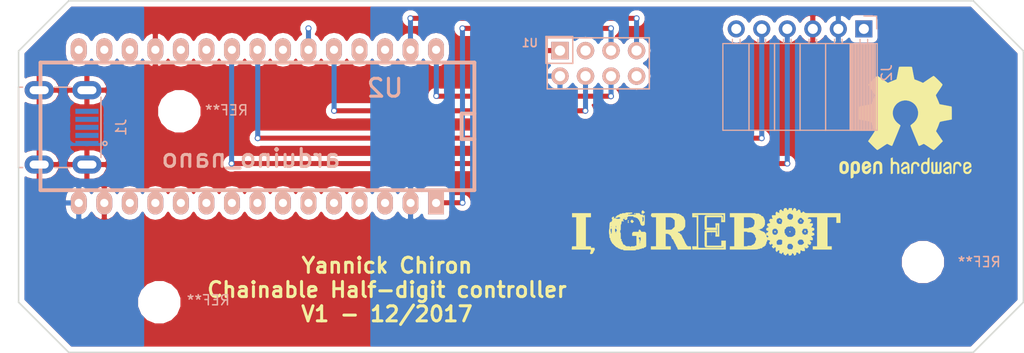
<source format=kicad_pcb>
(kicad_pcb (version 4) (host pcbnew 4.0.7)

  (general
    (links 18)
    (no_connects 3)
    (area 49.924999 49.924999 150.075001 85.075001)
    (thickness 1.6)
    (drawings 10)
    (tracks 46)
    (zones 0)
    (modules 9)
    (nets 36)
  )

  (page A4)
  (layers
    (0 F.Cu signal)
    (31 B.Cu signal)
    (32 B.Adhes user)
    (33 F.Adhes user)
    (34 B.Paste user)
    (35 F.Paste user)
    (36 B.SilkS user)
    (37 F.SilkS user)
    (38 B.Mask user)
    (39 F.Mask user)
    (40 Dwgs.User user)
    (41 Cmts.User user)
    (42 Eco1.User user)
    (43 Eco2.User user)
    (44 Edge.Cuts user)
    (45 Margin user)
    (46 B.CrtYd user)
    (47 F.CrtYd user)
    (48 B.Fab user)
    (49 F.Fab user)
  )

  (setup
    (last_trace_width 0.25)
    (trace_clearance 0.2)
    (zone_clearance 0.508)
    (zone_45_only no)
    (trace_min 0.2)
    (segment_width 0.2)
    (edge_width 0.15)
    (via_size 0.6)
    (via_drill 0.4)
    (via_min_size 0.4)
    (via_min_drill 0.3)
    (uvia_size 0.3)
    (uvia_drill 0.1)
    (uvias_allowed no)
    (uvia_min_size 0.2)
    (uvia_min_drill 0.1)
    (pcb_text_width 0.3)
    (pcb_text_size 1.5 1.5)
    (mod_edge_width 0.15)
    (mod_text_size 1 1)
    (mod_text_width 0.15)
    (pad_size 1.524 1.524)
    (pad_drill 0.762)
    (pad_to_mask_clearance 0.2)
    (aux_axis_origin 0 0)
    (visible_elements 7FFFFFFF)
    (pcbplotparams
      (layerselection 0x00030_80000001)
      (usegerberextensions false)
      (excludeedgelayer true)
      (linewidth 0.100000)
      (plotframeref false)
      (viasonmask false)
      (mode 1)
      (useauxorigin false)
      (hpglpennumber 1)
      (hpglpenspeed 20)
      (hpglpendiameter 15)
      (hpglpenoverlay 2)
      (psnegative false)
      (psa4output false)
      (plotreference true)
      (plotvalue true)
      (plotinvisibletext false)
      (padsonsilk false)
      (subtractmaskfromsilk false)
      (outputformat 1)
      (mirror false)
      (drillshape 1)
      (scaleselection 1)
      (outputdirectory ""))
  )

  (net 0 "")
  (net 1 GND)
  (net 2 "Net-(J1-Pad2)")
  (net 3 5V)
  (net 4 "Net-(J1-Pad4)")
  (net 5 "Net-(J1-Pad3)")
  (net 6 MISO)
  (net 7 SCK)
  (net 8 MOSI)
  (net 9 CE)
  (net 10 CSN)
  (net 11 3V3)
  (net 12 "Net-(U2-Pad3)")
  (net 13 "Net-(U2-Pad4)")
  (net 14 "Net-(U2-Pad5)")
  (net 15 "Net-(U2-Pad6)")
  (net 16 "Net-(U2-Pad7)")
  (net 17 "Net-(U2-Pad8)")
  (net 18 "Net-(U2-Pad9)")
  (net 19 "Net-(U2-Pad10)")
  (net 20 "Net-(U2-Pad11)")
  (net 21 "Net-(U2-Pad12)")
  (net 22 "Net-(U2-Pad13)")
  (net 23 "Net-(U2-Pad16)")
  (net 24 "Net-(U2-Pad17)")
  (net 25 "Net-(U2-Pad18)")
  (net 26 "Net-(U2-Pad20)")
  (net 27 "Net-(U2-Pad21)")
  (net 28 "Net-(U2-Pad24)")
  (net 29 "Net-(U2-Pad27)")
  (net 30 "Net-(U2-Pad28)")
  (net 31 "Net-(J2-Pad1)")
  (net 32 BL_TXD)
  (net 33 BL_RXD)
  (net 34 "Net-(J2-Pad6)")
  (net 35 "Net-(U1-Pad8)")

  (net_class Default "This is the default net class."
    (clearance 0.2)
    (trace_width 0.25)
    (via_dia 0.6)
    (via_drill 0.4)
    (uvia_dia 0.3)
    (uvia_drill 0.1)
  )

  (net_class DATA ""
    (clearance 0.2)
    (trace_width 0.5)
    (via_dia 0.6)
    (via_drill 0.4)
    (uvia_dia 0.3)
    (uvia_drill 0.1)
    (add_net BL_RXD)
    (add_net BL_TXD)
    (add_net CE)
    (add_net CSN)
    (add_net MISO)
    (add_net MOSI)
    (add_net "Net-(J1-Pad2)")
    (add_net "Net-(J1-Pad3)")
    (add_net "Net-(J1-Pad4)")
    (add_net "Net-(J2-Pad1)")
    (add_net "Net-(J2-Pad6)")
    (add_net "Net-(U1-Pad8)")
    (add_net "Net-(U2-Pad10)")
    (add_net "Net-(U2-Pad11)")
    (add_net "Net-(U2-Pad12)")
    (add_net "Net-(U2-Pad13)")
    (add_net "Net-(U2-Pad16)")
    (add_net "Net-(U2-Pad17)")
    (add_net "Net-(U2-Pad18)")
    (add_net "Net-(U2-Pad20)")
    (add_net "Net-(U2-Pad21)")
    (add_net "Net-(U2-Pad24)")
    (add_net "Net-(U2-Pad27)")
    (add_net "Net-(U2-Pad28)")
    (add_net "Net-(U2-Pad3)")
    (add_net "Net-(U2-Pad4)")
    (add_net "Net-(U2-Pad5)")
    (add_net "Net-(U2-Pad6)")
    (add_net "Net-(U2-Pad7)")
    (add_net "Net-(U2-Pad8)")
    (add_net "Net-(U2-Pad9)")
    (add_net SCK)
  )

  (net_class POWER ""
    (clearance 0.2)
    (trace_width 0.5)
    (via_dia 0.6)
    (via_drill 0.4)
    (uvia_dia 0.3)
    (uvia_drill 0.1)
    (add_net 3V3)
    (add_net 5V)
    (add_net GND)
  )

  (module lib_fp:NRF24L01 (layer B.Cu) (tedit 5587F36C) (tstamp 5A1B4BAF)
    (at 102.356 53.436 180)
    (descr NRF24L01)
    (tags "nRF 24 NRF24L01 NRF24L01+")
    (path /5A1B507E)
    (fp_text reference U1 (at 1.476 -0.764 180) (layer B.SilkS)
      (effects (font (size 0.8 0.8) (thickness 0.16)) (justify mirror))
    )
    (fp_text value NRF24L01 (at -8.382 -7.112 180) (layer B.Fab) hide
      (effects (font (size 0.8 0.8) (thickness 0.16)) (justify mirror))
    )
    (fp_line (start -15.25 -28.8) (end 0 -28.8) (layer B.CrtYd) (width 0.15))
    (fp_line (start 0 -28.8) (end 0 0) (layer B.CrtYd) (width 0.15))
    (fp_line (start 0 0) (end -15.25 0) (layer B.CrtYd) (width 0.15))
    (fp_line (start -15.25 0) (end -15.25 -28.8) (layer B.CrtYd) (width 0.15))
    (fp_line (start -2.794 -0.127) (end -0.127 -0.127) (layer B.SilkS) (width 0.15))
    (fp_line (start -0.127 -0.127) (end -0.127 -2.794) (layer B.SilkS) (width 0.15))
    (fp_line (start 0 0) (end -15.25 0) (layer F.CrtYd) (width 0.15))
    (fp_line (start -15.25 0) (end -15.25 -28.8) (layer F.CrtYd) (width 0.15))
    (fp_line (start -15.25 -28.8) (end 0 -28.8) (layer F.CrtYd) (width 0.15))
    (fp_line (start 0 -28.8) (end 0 0) (layer F.CrtYd) (width 0.15))
    (fp_line (start -7.874 -0.254) (end -10.414 -0.254) (layer B.SilkS) (width 0.15))
    (fp_line (start -10.414 -0.254) (end -10.414 -2.794) (layer B.SilkS) (width 0.15))
    (fp_line (start -2.794 -0.254) (end -2.794 -2.794) (layer B.SilkS) (width 0.15))
    (fp_line (start -2.794 -2.794) (end -0.254 -2.794) (layer B.SilkS) (width 0.15))
    (fp_line (start -10.894 0.226) (end -10.894 -5.824) (layer B.CrtYd) (width 0.05))
    (fp_line (start 0.256 0.226) (end 0.256 -5.824) (layer B.CrtYd) (width 0.05))
    (fp_line (start -10.894 0.226) (end 0.256 0.226) (layer B.CrtYd) (width 0.05))
    (fp_line (start -10.894 -5.824) (end 0.256 -5.824) (layer B.CrtYd) (width 0.05))
    (fp_line (start -7.874 -0.254) (end -0.254 -0.254) (layer B.SilkS) (width 0.15))
    (fp_line (start -0.254 -0.254) (end -0.254 -5.334) (layer B.SilkS) (width 0.15))
    (fp_line (start -0.254 -5.334) (end -10.414 -5.334) (layer B.SilkS) (width 0.15))
    (fp_line (start -10.414 -5.334) (end -10.414 -2.794) (layer B.SilkS) (width 0.15))
    (pad 7 thru_hole oval (at -9.144 -1.524 180) (size 1.7272 1.7272) (drill 1.016) (layers *.Cu *.Mask B.SilkS)
      (net 6 MISO))
    (pad 8 thru_hole oval (at -9.144 -4.064 180) (size 1.7272 1.7272) (drill 1.016) (layers *.Cu *.Mask B.SilkS)
      (net 35 "Net-(U1-Pad8)"))
    (pad 5 thru_hole oval (at -6.604 -1.524 180) (size 1.7272 1.7272) (drill 1.016) (layers *.Cu *.Mask B.SilkS)
      (net 7 SCK))
    (pad 6 thru_hole oval (at -6.604 -4.064 180) (size 1.7272 1.7272) (drill 1.016) (layers *.Cu *.Mask B.SilkS)
      (net 8 MOSI))
    (pad 3 thru_hole oval (at -4.064 -1.524 180) (size 1.7272 1.7272) (drill 1.016) (layers *.Cu *.Mask B.SilkS)
      (net 9 CE))
    (pad 4 thru_hole oval (at -4.064 -4.064 180) (size 1.7272 1.7272) (drill 1.016) (layers *.Cu *.Mask B.SilkS)
      (net 10 CSN))
    (pad 1 thru_hole rect (at -1.524 -1.524 180) (size 1.7272 1.7272) (drill 1.016) (layers *.Cu *.Mask B.SilkS)
      (net 1 GND))
    (pad 2 thru_hole oval (at -1.524 -4.064 180) (size 1.7272 1.7272) (drill 1.016) (layers *.Cu *.Mask B.SilkS)
      (net 11 3V3))
    (model Pin_Headers.3dshapes/Pin_Header_Straight_2x04.wrl
      (at (xyz -0.21 -0.11 0.442))
      (scale (xyz 1 1 1))
      (rotate (xyz 0 180 0))
    )
    (model Housings_DFN_QFN.3dshapes/QFN-20-1EP_4x4mm_Pitch0.5mm.wrl
      (at (xyz -0.22 -0.51 0.509))
      (scale (xyz 1 1 1))
      (rotate (xyz 0 0 0))
    )
    (model Socket_Strips.3dshapes/Socket_Strip_Straight_2x04_Pitch2.54mm.wrl
      (at (xyz -0.21 -0.11 0))
      (scale (xyz 1 1 1))
      (rotate (xyz 0 0 0))
    )
    (model NRF24L01.wrl
      (at (xyz -0.3 -0.5669999999999999 0.475))
      (scale (xyz 0.395 0.395 0.395))
      (rotate (xyz 0 0 0))
    )
    (model Pin_Headers.3dshapes/Pin_Header_Straight_2x04_Pitch2.54mm.wrl
      (at (xyz -0.06 -0.16 0.442))
      (scale (xyz 1 1 1))
      (rotate (xyz 0 180 90))
    )
    (model Crystals.3dshapes/Crystal_SMD_HC49-SD-2pin.wrl
      (at (xyz -0.5 -0.475 0.51))
      (scale (xyz 1 1 1))
      (rotate (xyz 0 0 90))
    )
  )

  (module Socket_Strips:Socket_Strip_Angled_1x06_Pitch2.54mm (layer B.Cu) (tedit 58CD5446) (tstamp 5A1DF106)
    (at 134.12 52.8 90)
    (descr "Through hole angled socket strip, 1x06, 2.54mm pitch, 8.51mm socket length, single row")
    (tags "Through hole angled socket strip THT 1x06 2.54mm single row")
    (path /5A1DE956)
    (fp_text reference J2 (at -4.38 2.27 90) (layer B.SilkS)
      (effects (font (size 1 1) (thickness 0.15)) (justify mirror))
    )
    (fp_text value Conn_01x06 (at -4.38 -14.97 90) (layer B.Fab)
      (effects (font (size 1 1) (thickness 0.15)) (justify mirror))
    )
    (fp_line (start -1.52 1.27) (end -1.52 -1.27) (layer B.Fab) (width 0.1))
    (fp_line (start -1.52 -1.27) (end -10.03 -1.27) (layer B.Fab) (width 0.1))
    (fp_line (start -10.03 -1.27) (end -10.03 1.27) (layer B.Fab) (width 0.1))
    (fp_line (start -10.03 1.27) (end -1.52 1.27) (layer B.Fab) (width 0.1))
    (fp_line (start 0 0.32) (end 0 -0.32) (layer B.Fab) (width 0.1))
    (fp_line (start 0 -0.32) (end -1.52 -0.32) (layer B.Fab) (width 0.1))
    (fp_line (start -1.52 -0.32) (end -1.52 0.32) (layer B.Fab) (width 0.1))
    (fp_line (start -1.52 0.32) (end 0 0.32) (layer B.Fab) (width 0.1))
    (fp_line (start -1.52 -1.27) (end -1.52 -3.81) (layer B.Fab) (width 0.1))
    (fp_line (start -1.52 -3.81) (end -10.03 -3.81) (layer B.Fab) (width 0.1))
    (fp_line (start -10.03 -3.81) (end -10.03 -1.27) (layer B.Fab) (width 0.1))
    (fp_line (start -10.03 -1.27) (end -1.52 -1.27) (layer B.Fab) (width 0.1))
    (fp_line (start 0 -2.22) (end 0 -2.86) (layer B.Fab) (width 0.1))
    (fp_line (start 0 -2.86) (end -1.52 -2.86) (layer B.Fab) (width 0.1))
    (fp_line (start -1.52 -2.86) (end -1.52 -2.22) (layer B.Fab) (width 0.1))
    (fp_line (start -1.52 -2.22) (end 0 -2.22) (layer B.Fab) (width 0.1))
    (fp_line (start -1.52 -3.81) (end -1.52 -6.35) (layer B.Fab) (width 0.1))
    (fp_line (start -1.52 -6.35) (end -10.03 -6.35) (layer B.Fab) (width 0.1))
    (fp_line (start -10.03 -6.35) (end -10.03 -3.81) (layer B.Fab) (width 0.1))
    (fp_line (start -10.03 -3.81) (end -1.52 -3.81) (layer B.Fab) (width 0.1))
    (fp_line (start 0 -4.76) (end 0 -5.4) (layer B.Fab) (width 0.1))
    (fp_line (start 0 -5.4) (end -1.52 -5.4) (layer B.Fab) (width 0.1))
    (fp_line (start -1.52 -5.4) (end -1.52 -4.76) (layer B.Fab) (width 0.1))
    (fp_line (start -1.52 -4.76) (end 0 -4.76) (layer B.Fab) (width 0.1))
    (fp_line (start -1.52 -6.35) (end -1.52 -8.89) (layer B.Fab) (width 0.1))
    (fp_line (start -1.52 -8.89) (end -10.03 -8.89) (layer B.Fab) (width 0.1))
    (fp_line (start -10.03 -8.89) (end -10.03 -6.35) (layer B.Fab) (width 0.1))
    (fp_line (start -10.03 -6.35) (end -1.52 -6.35) (layer B.Fab) (width 0.1))
    (fp_line (start 0 -7.3) (end 0 -7.94) (layer B.Fab) (width 0.1))
    (fp_line (start 0 -7.94) (end -1.52 -7.94) (layer B.Fab) (width 0.1))
    (fp_line (start -1.52 -7.94) (end -1.52 -7.3) (layer B.Fab) (width 0.1))
    (fp_line (start -1.52 -7.3) (end 0 -7.3) (layer B.Fab) (width 0.1))
    (fp_line (start -1.52 -8.89) (end -1.52 -11.43) (layer B.Fab) (width 0.1))
    (fp_line (start -1.52 -11.43) (end -10.03 -11.43) (layer B.Fab) (width 0.1))
    (fp_line (start -10.03 -11.43) (end -10.03 -8.89) (layer B.Fab) (width 0.1))
    (fp_line (start -10.03 -8.89) (end -1.52 -8.89) (layer B.Fab) (width 0.1))
    (fp_line (start 0 -9.84) (end 0 -10.48) (layer B.Fab) (width 0.1))
    (fp_line (start 0 -10.48) (end -1.52 -10.48) (layer B.Fab) (width 0.1))
    (fp_line (start -1.52 -10.48) (end -1.52 -9.84) (layer B.Fab) (width 0.1))
    (fp_line (start -1.52 -9.84) (end 0 -9.84) (layer B.Fab) (width 0.1))
    (fp_line (start -1.52 -11.43) (end -1.52 -13.97) (layer B.Fab) (width 0.1))
    (fp_line (start -1.52 -13.97) (end -10.03 -13.97) (layer B.Fab) (width 0.1))
    (fp_line (start -10.03 -13.97) (end -10.03 -11.43) (layer B.Fab) (width 0.1))
    (fp_line (start -10.03 -11.43) (end -1.52 -11.43) (layer B.Fab) (width 0.1))
    (fp_line (start 0 -12.38) (end 0 -13.02) (layer B.Fab) (width 0.1))
    (fp_line (start 0 -13.02) (end -1.52 -13.02) (layer B.Fab) (width 0.1))
    (fp_line (start -1.52 -13.02) (end -1.52 -12.38) (layer B.Fab) (width 0.1))
    (fp_line (start -1.52 -12.38) (end 0 -12.38) (layer B.Fab) (width 0.1))
    (fp_line (start -1.46 1.33) (end -1.46 -1.27) (layer B.SilkS) (width 0.12))
    (fp_line (start -1.46 -1.27) (end -10.09 -1.27) (layer B.SilkS) (width 0.12))
    (fp_line (start -10.09 -1.27) (end -10.09 1.33) (layer B.SilkS) (width 0.12))
    (fp_line (start -10.09 1.33) (end -1.46 1.33) (layer B.SilkS) (width 0.12))
    (fp_line (start -1.03 0.38) (end -1.46 0.38) (layer B.SilkS) (width 0.12))
    (fp_line (start -1.03 -0.38) (end -1.46 -0.38) (layer B.SilkS) (width 0.12))
    (fp_line (start -1.46 1.15) (end -10.09 1.15) (layer B.SilkS) (width 0.12))
    (fp_line (start -1.46 1.03) (end -10.09 1.03) (layer B.SilkS) (width 0.12))
    (fp_line (start -1.46 0.91) (end -10.09 0.91) (layer B.SilkS) (width 0.12))
    (fp_line (start -1.46 0.79) (end -10.09 0.79) (layer B.SilkS) (width 0.12))
    (fp_line (start -1.46 0.67) (end -10.09 0.67) (layer B.SilkS) (width 0.12))
    (fp_line (start -1.46 0.55) (end -10.09 0.55) (layer B.SilkS) (width 0.12))
    (fp_line (start -1.46 0.43) (end -10.09 0.43) (layer B.SilkS) (width 0.12))
    (fp_line (start -1.46 0.31) (end -10.09 0.31) (layer B.SilkS) (width 0.12))
    (fp_line (start -1.46 0.19) (end -10.09 0.19) (layer B.SilkS) (width 0.12))
    (fp_line (start -1.46 0.07) (end -10.09 0.07) (layer B.SilkS) (width 0.12))
    (fp_line (start -1.46 -0.05) (end -10.09 -0.05) (layer B.SilkS) (width 0.12))
    (fp_line (start -1.46 -0.17) (end -10.09 -0.17) (layer B.SilkS) (width 0.12))
    (fp_line (start -1.46 -0.29) (end -10.09 -0.29) (layer B.SilkS) (width 0.12))
    (fp_line (start -1.46 -0.41) (end -10.09 -0.41) (layer B.SilkS) (width 0.12))
    (fp_line (start -1.46 -0.53) (end -10.09 -0.53) (layer B.SilkS) (width 0.12))
    (fp_line (start -1.46 -0.65) (end -10.09 -0.65) (layer B.SilkS) (width 0.12))
    (fp_line (start -1.46 -0.77) (end -10.09 -0.77) (layer B.SilkS) (width 0.12))
    (fp_line (start -1.46 -0.89) (end -10.09 -0.89) (layer B.SilkS) (width 0.12))
    (fp_line (start -1.46 -1.01) (end -10.09 -1.01) (layer B.SilkS) (width 0.12))
    (fp_line (start -1.46 -1.13) (end -10.09 -1.13) (layer B.SilkS) (width 0.12))
    (fp_line (start -1.46 -1.25) (end -10.09 -1.25) (layer B.SilkS) (width 0.12))
    (fp_line (start -1.46 -1.37) (end -10.09 -1.37) (layer B.SilkS) (width 0.12))
    (fp_line (start -1.46 -1.27) (end -1.46 -3.81) (layer B.SilkS) (width 0.12))
    (fp_line (start -1.46 -3.81) (end -10.09 -3.81) (layer B.SilkS) (width 0.12))
    (fp_line (start -10.09 -3.81) (end -10.09 -1.27) (layer B.SilkS) (width 0.12))
    (fp_line (start -10.09 -1.27) (end -1.46 -1.27) (layer B.SilkS) (width 0.12))
    (fp_line (start -1.03 -2.16) (end -1.46 -2.16) (layer B.SilkS) (width 0.12))
    (fp_line (start -1.03 -2.92) (end -1.46 -2.92) (layer B.SilkS) (width 0.12))
    (fp_line (start -1.46 -3.81) (end -1.46 -6.35) (layer B.SilkS) (width 0.12))
    (fp_line (start -1.46 -6.35) (end -10.09 -6.35) (layer B.SilkS) (width 0.12))
    (fp_line (start -10.09 -6.35) (end -10.09 -3.81) (layer B.SilkS) (width 0.12))
    (fp_line (start -10.09 -3.81) (end -1.46 -3.81) (layer B.SilkS) (width 0.12))
    (fp_line (start -1.03 -4.7) (end -1.46 -4.7) (layer B.SilkS) (width 0.12))
    (fp_line (start -1.03 -5.46) (end -1.46 -5.46) (layer B.SilkS) (width 0.12))
    (fp_line (start -1.46 -6.35) (end -1.46 -8.89) (layer B.SilkS) (width 0.12))
    (fp_line (start -1.46 -8.89) (end -10.09 -8.89) (layer B.SilkS) (width 0.12))
    (fp_line (start -10.09 -8.89) (end -10.09 -6.35) (layer B.SilkS) (width 0.12))
    (fp_line (start -10.09 -6.35) (end -1.46 -6.35) (layer B.SilkS) (width 0.12))
    (fp_line (start -1.03 -7.24) (end -1.46 -7.24) (layer B.SilkS) (width 0.12))
    (fp_line (start -1.03 -8) (end -1.46 -8) (layer B.SilkS) (width 0.12))
    (fp_line (start -1.46 -8.89) (end -1.46 -11.43) (layer B.SilkS) (width 0.12))
    (fp_line (start -1.46 -11.43) (end -10.09 -11.43) (layer B.SilkS) (width 0.12))
    (fp_line (start -10.09 -11.43) (end -10.09 -8.89) (layer B.SilkS) (width 0.12))
    (fp_line (start -10.09 -8.89) (end -1.46 -8.89) (layer B.SilkS) (width 0.12))
    (fp_line (start -1.03 -9.78) (end -1.46 -9.78) (layer B.SilkS) (width 0.12))
    (fp_line (start -1.03 -10.54) (end -1.46 -10.54) (layer B.SilkS) (width 0.12))
    (fp_line (start -1.46 -11.43) (end -1.46 -14.03) (layer B.SilkS) (width 0.12))
    (fp_line (start -1.46 -14.03) (end -10.09 -14.03) (layer B.SilkS) (width 0.12))
    (fp_line (start -10.09 -14.03) (end -10.09 -11.43) (layer B.SilkS) (width 0.12))
    (fp_line (start -10.09 -11.43) (end -1.46 -11.43) (layer B.SilkS) (width 0.12))
    (fp_line (start -1.03 -12.32) (end -1.46 -12.32) (layer B.SilkS) (width 0.12))
    (fp_line (start -1.03 -13.08) (end -1.46 -13.08) (layer B.SilkS) (width 0.12))
    (fp_line (start 0 1.27) (end 1.27 1.27) (layer B.SilkS) (width 0.12))
    (fp_line (start 1.27 1.27) (end 1.27 0) (layer B.SilkS) (width 0.12))
    (fp_line (start 1.8 1.8) (end 1.8 -14.5) (layer B.CrtYd) (width 0.05))
    (fp_line (start 1.8 -14.5) (end -10.55 -14.5) (layer B.CrtYd) (width 0.05))
    (fp_line (start -10.55 -14.5) (end -10.55 1.8) (layer B.CrtYd) (width 0.05))
    (fp_line (start -10.55 1.8) (end 1.8 1.8) (layer B.CrtYd) (width 0.05))
    (fp_text user %R (at -4.38 2.27 90) (layer B.Fab)
      (effects (font (size 1 1) (thickness 0.15)) (justify mirror))
    )
    (pad 1 thru_hole rect (at 0 0 90) (size 1.7 1.7) (drill 1) (layers *.Cu *.Mask)
      (net 31 "Net-(J2-Pad1)"))
    (pad 2 thru_hole oval (at 0 -2.54 90) (size 1.7 1.7) (drill 1) (layers *.Cu *.Mask)
      (net 11 3V3))
    (pad 3 thru_hole oval (at 0 -5.08 90) (size 1.7 1.7) (drill 1) (layers *.Cu *.Mask)
      (net 1 GND))
    (pad 4 thru_hole oval (at 0 -7.62 90) (size 1.7 1.7) (drill 1) (layers *.Cu *.Mask)
      (net 32 BL_TXD))
    (pad 5 thru_hole oval (at 0 -10.16 90) (size 1.7 1.7) (drill 1) (layers *.Cu *.Mask)
      (net 33 BL_RXD))
    (pad 6 thru_hole oval (at 0 -12.7 90) (size 1.7 1.7) (drill 1) (layers *.Cu *.Mask)
      (net 34 "Net-(J2-Pad6)"))
    (model ${KISYS3DMOD}/Socket_Strips.3dshapes/Socket_Strip_Angled_1x06_Pitch2.54mm.wrl
      (at (xyz 0 -0.25 0))
      (scale (xyz 1 1 1))
      (rotate (xyz 0 0 270))
    )
  )

  (module Mounting_Holes:MountingHole_3.2mm_M3 (layer F.Cu) (tedit 56D1B4CB) (tstamp 5A1DF89E)
    (at 64 80)
    (descr "Mounting Hole 3.2mm, no annular, M3")
    (tags "mounting hole 3.2mm no annular m3")
    (attr virtual)
    (fp_text reference REF** (at 4.88 -0.2) (layer B.SilkS)
      (effects (font (size 1 1) (thickness 0.15)) (justify mirror))
    )
    (fp_text value MountingHole_3.2mm_M3 (at 0 4.2) (layer F.Fab)
      (effects (font (size 1 1) (thickness 0.15)))
    )
    (fp_text user %R (at 0.3 0) (layer F.Fab)
      (effects (font (size 1 1) (thickness 0.15)))
    )
    (fp_circle (center 0 0) (end 3.2 0) (layer Cmts.User) (width 0.15))
    (fp_circle (center 0 0) (end 3.45 0) (layer F.CrtYd) (width 0.05))
    (pad 1 np_thru_hole circle (at 0 0) (size 3.2 3.2) (drill 3.2) (layers *.Cu *.Mask))
  )

  (module Mounting_Holes:MountingHole_3.2mm_M3 (layer F.Cu) (tedit 56D1B4CB) (tstamp 5A1DF8A1)
    (at 140 76)
    (descr "Mounting Hole 3.2mm, no annular, M3")
    (tags "mounting hole 3.2mm no annular m3")
    (attr virtual)
    (fp_text reference REF** (at 5.6 0) (layer B.SilkS)
      (effects (font (size 1 1) (thickness 0.15)) (justify mirror))
    )
    (fp_text value MountingHole_3.2mm_M3 (at 0 4.2) (layer F.Fab)
      (effects (font (size 1 1) (thickness 0.15)))
    )
    (fp_text user %R (at 0.3 0) (layer F.Fab)
      (effects (font (size 1 1) (thickness 0.15)))
    )
    (fp_circle (center 0 0) (end 3.2 0) (layer Cmts.User) (width 0.15))
    (fp_circle (center 0 0) (end 3.45 0) (layer F.CrtYd) (width 0.05))
    (pad 1 np_thru_hole circle (at 0 0) (size 3.2 3.2) (drill 3.2) (layers *.Cu *.Mask))
  )

  (module lib_fp:ST-USB-013A (layer B.Cu) (tedit 5A207F17) (tstamp 5A1CA82C)
    (at 56.8 62.6 270)
    (path /5A08563A)
    (fp_text reference J1 (at 0 -3.4 270) (layer B.SilkS)
      (effects (font (size 1 1) (thickness 0.15)) (justify mirror))
    )
    (fp_text value USB_OTG (at -0.05 7.8 270) (layer B.Fab)
      (effects (font (size 1 1) (thickness 0.15)) (justify mirror))
    )
    (fp_circle (center 1.6 -1.8) (end 1.6 -2) (layer B.SilkS) (width 0.15))
    (fp_line (start 3 -1.4) (end -3 -1.4) (layer B.SilkS) (width 0.15))
    (fp_line (start -4 3.2) (end -4 1.6) (layer B.SilkS) (width 0.15))
    (fp_line (start 4 3.2) (end 4 1.6) (layer B.SilkS) (width 0.15))
    (fp_line (start -4 6.8) (end -4 6.4) (layer B.SilkS) (width 0.15))
    (fp_line (start 4 6.8) (end 4 6.4) (layer B.SilkS) (width 0.15))
    (fp_line (start -4 6.8) (end 4 6.8) (layer B.SilkS) (width 0.15))
    (pad 1 smd rect (at 1.6 0 270) (size 0.5 2.3) (layers B.Cu B.Paste B.Mask)
      (net 3 5V))
    (pad 2 smd rect (at 0.8 0 270) (size 0.5 2.3) (layers B.Cu B.Paste B.Mask)
      (net 2 "Net-(J1-Pad2)"))
    (pad 3 smd rect (at 0 0 270) (size 0.5 2.3) (layers B.Cu B.Paste B.Mask)
      (net 5 "Net-(J1-Pad3)"))
    (pad 4 smd rect (at -0.8 0 270) (size 0.5 2.3) (layers B.Cu B.Paste B.Mask)
      (net 4 "Net-(J1-Pad4)"))
    (pad 5 smd rect (at -1.6 0 270) (size 0.5 2.3) (layers B.Cu B.Paste B.Mask)
      (net 1 GND))
    (pad 6 thru_hole oval (at 3.7 0 270) (size 1.8 2.9) (drill oval 0.8 1.9) (layers *.Cu *.Mask)
      (net 1 GND))
    (pad 6 thru_hole oval (at -3.7 0 270) (size 1.8 2.9) (drill oval 0.8 1.9) (layers *.Cu *.Mask)
      (net 1 GND))
    (pad 6 thru_hole oval (at -3.7 4.75 270) (size 1.8 2.9) (drill oval 0.8 1.9) (layers *.Cu *.Mask)
      (net 1 GND))
    (pad 6 thru_hole oval (at 3.7 4.75 270) (size 1.8 2.9) (drill oval 0.8 1.9) (layers *.Cu *.Mask)
      (net 1 GND))
  )

  (module lib_fp:arduino_nano (layer B.Cu) (tedit 507C2E55) (tstamp 5A1B4BD1)
    (at 72.5 62.5 180)
    (descr "30 pins DIL package, elliptical pads, width 600mil (arduino nano)")
    (tags "DIL arduino nano")
    (path /5A1B3AD5)
    (fp_text reference U2 (at -13.97 3.81 180) (layer B.SilkS)
      (effects (font (size 1.778 1.778) (thickness 0.3048)) (justify mirror))
    )
    (fp_text value arduino_nano (at -0.635 -3.175 180) (layer B.SilkS)
      (effects (font (size 1.778 1.778) (thickness 0.3048)) (justify mirror))
    )
    (fp_line (start -22.86 6.35) (end 20.32 6.35) (layer B.SilkS) (width 0.381))
    (fp_line (start 20.32 6.35) (end 20.32 -6.35) (layer B.SilkS) (width 0.381))
    (fp_line (start 20.32 -6.35) (end -22.86 -6.35) (layer B.SilkS) (width 0.381))
    (fp_line (start -22.86 -6.35) (end -22.86 6.35) (layer B.SilkS) (width 0.381))
    (fp_line (start -22.86 -1.27) (end -21.59 -1.27) (layer B.SilkS) (width 0.381))
    (fp_line (start -21.59 -1.27) (end -21.59 1.27) (layer B.SilkS) (width 0.381))
    (fp_line (start -21.59 1.27) (end -22.86 1.27) (layer B.SilkS) (width 0.381))
    (pad 1 thru_hole rect (at -19.05 -7.62 180) (size 1.5748 2.286) (drill 0.8128) (layers *.Cu *.Mask B.SilkS)
      (net 7 SCK))
    (pad 2 thru_hole oval (at -16.51 -7.62 180) (size 1.5748 2.286) (drill 0.8128) (layers *.Cu *.Mask B.SilkS)
      (net 11 3V3))
    (pad 3 thru_hole oval (at -13.97 -7.62 180) (size 1.5748 2.286) (drill 0.8128) (layers *.Cu *.Mask B.SilkS)
      (net 12 "Net-(U2-Pad3)"))
    (pad 4 thru_hole oval (at -11.43 -7.62 180) (size 1.5748 2.286) (drill 0.8128) (layers *.Cu *.Mask B.SilkS)
      (net 13 "Net-(U2-Pad4)"))
    (pad 5 thru_hole oval (at -8.89 -7.62 180) (size 1.5748 2.286) (drill 0.8128) (layers *.Cu *.Mask B.SilkS)
      (net 14 "Net-(U2-Pad5)"))
    (pad 6 thru_hole oval (at -6.35 -7.62 180) (size 1.5748 2.286) (drill 0.8128) (layers *.Cu *.Mask B.SilkS)
      (net 15 "Net-(U2-Pad6)"))
    (pad 7 thru_hole oval (at -3.81 -7.62 180) (size 1.5748 2.286) (drill 0.8128) (layers *.Cu *.Mask B.SilkS)
      (net 16 "Net-(U2-Pad7)"))
    (pad 8 thru_hole oval (at -1.27 -7.62 180) (size 1.5748 2.286) (drill 0.8128) (layers *.Cu *.Mask B.SilkS)
      (net 17 "Net-(U2-Pad8)"))
    (pad 9 thru_hole oval (at 1.27 -7.62 180) (size 1.5748 2.286) (drill 0.8128) (layers *.Cu *.Mask B.SilkS)
      (net 18 "Net-(U2-Pad9)"))
    (pad 10 thru_hole oval (at 3.81 -7.62 180) (size 1.5748 2.286) (drill 0.8128) (layers *.Cu *.Mask B.SilkS)
      (net 19 "Net-(U2-Pad10)"))
    (pad 11 thru_hole oval (at 6.35 -7.62 180) (size 1.5748 2.286) (drill 0.8128) (layers *.Cu *.Mask B.SilkS)
      (net 20 "Net-(U2-Pad11)"))
    (pad 12 thru_hole oval (at 8.89 -7.62 180) (size 1.5748 2.286) (drill 0.8128) (layers *.Cu *.Mask B.SilkS)
      (net 21 "Net-(U2-Pad12)"))
    (pad 13 thru_hole oval (at 11.43 -7.62 180) (size 1.5748 2.286) (drill 0.8128) (layers *.Cu *.Mask B.SilkS)
      (net 22 "Net-(U2-Pad13)"))
    (pad 14 thru_hole oval (at 13.97 -7.62 180) (size 1.5748 2.286) (drill 0.8128) (layers *.Cu *.Mask B.SilkS)
      (net 1 GND))
    (pad 15 thru_hole oval (at 16.51 -7.62 180) (size 1.5748 2.286) (drill 0.8128) (layers *.Cu *.Mask B.SilkS)
      (net 3 5V))
    (pad 16 thru_hole oval (at 16.51 7.62 180) (size 1.5748 2.286) (drill 0.8128) (layers *.Cu *.Mask B.SilkS)
      (net 23 "Net-(U2-Pad16)"))
    (pad 17 thru_hole oval (at 13.97 7.62 180) (size 1.5748 2.286) (drill 0.8128) (layers *.Cu *.Mask B.SilkS)
      (net 24 "Net-(U2-Pad17)"))
    (pad 18 thru_hole oval (at 11.43 7.62 180) (size 1.5748 2.286) (drill 0.8128) (layers *.Cu *.Mask B.SilkS)
      (net 25 "Net-(U2-Pad18)"))
    (pad 19 thru_hole oval (at 8.89 7.62 180) (size 1.5748 2.286) (drill 0.8128) (layers *.Cu *.Mask B.SilkS)
      (net 1 GND))
    (pad 20 thru_hole oval (at 6.35 7.62 180) (size 1.5748 2.286) (drill 0.8128) (layers *.Cu *.Mask B.SilkS)
      (net 26 "Net-(U2-Pad20)"))
    (pad 21 thru_hole oval (at 3.81 7.62 180) (size 1.5748 2.286) (drill 0.8128) (layers *.Cu *.Mask B.SilkS)
      (net 27 "Net-(U2-Pad21)"))
    (pad 22 thru_hole oval (at 1.27 7.62 180) (size 1.5748 2.286) (drill 0.8128) (layers *.Cu *.Mask B.SilkS)
      (net 32 BL_TXD))
    (pad 23 thru_hole oval (at -1.27 7.62 180) (size 1.5748 2.286) (drill 0.8128) (layers *.Cu *.Mask B.SilkS)
      (net 33 BL_RXD))
    (pad 24 thru_hole oval (at -3.81 7.62 180) (size 1.5748 2.286) (drill 0.8128) (layers *.Cu *.Mask B.SilkS)
      (net 28 "Net-(U2-Pad24)"))
    (pad 25 thru_hole oval (at -6.35 7.62 180) (size 1.5748 2.286) (drill 0.8128) (layers *.Cu *.Mask B.SilkS)
      (net 9 CE))
    (pad 26 thru_hole oval (at -8.89 7.62 180) (size 1.5748 2.286) (drill 0.8128) (layers *.Cu *.Mask B.SilkS)
      (net 10 CSN))
    (pad 27 thru_hole oval (at -11.43 7.62 180) (size 1.5748 2.286) (drill 0.8128) (layers *.Cu *.Mask B.SilkS)
      (net 29 "Net-(U2-Pad27)"))
    (pad 28 thru_hole oval (at -13.97 7.62 180) (size 1.5748 2.286) (drill 0.8128) (layers *.Cu *.Mask B.SilkS)
      (net 30 "Net-(U2-Pad28)"))
    (pad 29 thru_hole oval (at -16.51 7.62 180) (size 1.5748 2.286) (drill 0.8128) (layers *.Cu *.Mask B.SilkS)
      (net 6 MISO))
    (pad 30 thru_hole oval (at -19.05 7.62 180) (size 1.5748 2.286) (drill 0.8128) (layers *.Cu *.Mask B.SilkS)
      (net 8 MOSI))
    (model arduino_nano.wrl
      (at (xyz -0.978 -0.385 0.07000000000000001))
      (scale (xyz 0.3937 0.3937 0.3937))
      (rotate (xyz 0 0 0))
    )
    (model Socket_Strips.3dshapes/Socket_Strip_Straight_1x15_Pitch2.54mm.wrl
      (at (xyz -0.05 0.3 0))
      (scale (xyz 1 1 1))
      (rotate (xyz 0 0 0))
    )
    (model Socket_Strips.3dshapes/Socket_Strip_Straight_1x15_Pitch2.54mm.wrl
      (at (xyz -0.05 -0.3 0))
      (scale (xyz 1 1 1))
      (rotate (xyz 0 0 0))
    )
  )

  (module Mounting_Holes:MountingHole_3.2mm_M3 (layer F.Cu) (tedit 56D1B4CB) (tstamp 5A208BC5)
    (at 66 61)
    (descr "Mounting Hole 3.2mm, no annular, M3")
    (tags "mounting hole 3.2mm no annular m3")
    (attr virtual)
    (fp_text reference REF** (at 4.69 -0.1) (layer B.SilkS)
      (effects (font (size 1 1) (thickness 0.15)) (justify mirror))
    )
    (fp_text value MountingHole_3.2mm_M3 (at 0 4.2) (layer F.Fab)
      (effects (font (size 1 1) (thickness 0.15)))
    )
    (fp_text user %R (at 0.3 0) (layer F.Fab)
      (effects (font (size 1 1) (thickness 0.15)))
    )
    (fp_circle (center 0 0) (end 3.2 0) (layer Cmts.User) (width 0.15))
    (fp_circle (center 0 0) (end 3.45 0) (layer F.CrtYd) (width 0.05))
    (pad 1 np_thru_hole circle (at 0 0) (size 3.2 3.2) (drill 3.2) (layers *.Cu *.Mask))
  )

  (module lib_fp:logo_igrebot (layer F.Cu) (tedit 0) (tstamp 5A2099ED)
    (at 118.16 72.45)
    (fp_text reference G*** (at 0 0) (layer F.SilkS) hide
      (effects (font (thickness 0.3)))
    )
    (fp_text value LOGO (at 0.75 0) (layer F.SilkS) hide
      (effects (font (thickness 0.3)))
    )
    (fp_poly (pts (xy 8.805333 -1.703917) (xy 8.806706 -1.637243) (xy 8.813967 -1.602526) (xy 8.831822 -1.589408)
      (xy 8.85825 -1.5875) (xy 8.894035 -1.593036) (xy 8.908685 -1.617943) (xy 8.911166 -1.661584)
      (xy 8.915902 -1.712644) (xy 8.934388 -1.733246) (xy 8.9535 -1.735667) (xy 8.988876 -1.750634)
      (xy 8.995833 -1.778) (xy 9.00412 -1.807178) (xy 9.036472 -1.81895) (xy 9.069916 -1.820334)
      (xy 9.120976 -1.815598) (xy 9.141578 -1.797112) (xy 9.144 -1.778) (xy 9.158967 -1.742624)
      (xy 9.186333 -1.735667) (xy 9.211725 -1.730095) (xy 9.224388 -1.706444) (xy 9.228485 -1.654313)
      (xy 9.228666 -1.629834) (xy 9.230382 -1.567023) (xy 9.239137 -1.535688) (xy 9.260346 -1.525003)
      (xy 9.281583 -1.524) (xy 9.324142 -1.535041) (xy 9.3345 -1.55575) (xy 9.352146 -1.581608)
      (xy 9.376833 -1.5875) (xy 9.412209 -1.602468) (xy 9.419166 -1.629834) (xy 9.427453 -1.659011)
      (xy 9.459805 -1.670783) (xy 9.49325 -1.672167) (xy 9.544309 -1.667432) (xy 9.564911 -1.648945)
      (xy 9.567333 -1.629834) (xy 9.5823 -1.594458) (xy 9.609666 -1.5875) (xy 9.635058 -1.581928)
      (xy 9.647722 -1.558278) (xy 9.651818 -1.506146) (xy 9.652 -1.481667) (xy 9.654228 -1.418188)
      (xy 9.663689 -1.386528) (xy 9.684541 -1.376287) (xy 9.694333 -1.375834) (xy 9.728809 -1.362599)
      (xy 9.736666 -1.344084) (xy 9.748096 -1.315916) (xy 9.757833 -1.312334) (xy 9.776611 -1.329478)
      (xy 9.779 -1.344084) (xy 9.796646 -1.369941) (xy 9.821333 -1.375834) (xy 9.856709 -1.390801)
      (xy 9.863666 -1.418167) (xy 9.871953 -1.447344) (xy 9.904305 -1.459117) (xy 9.93775 -1.4605)
      (xy 9.988809 -1.455765) (xy 10.009411 -1.437278) (xy 10.011833 -1.418167) (xy 10.0268 -1.382791)
      (xy 10.054166 -1.375834) (xy 10.088642 -1.362599) (xy 10.0965 -1.344084) (xy 10.10024 -1.33838)
      (xy 10.113186 -1.33339) (xy 10.137924 -1.329069) (xy 10.177041 -1.325369) (xy 10.233123 -1.322245)
      (xy 10.308758 -1.31965) (xy 10.406533 -1.317536) (xy 10.529033 -1.315858) (xy 10.678846 -1.31457)
      (xy 10.858558 -1.313624) (xy 11.070757 -1.312974) (xy 11.318028 -1.312574) (xy 11.60296 -1.312377)
      (xy 11.862013 -1.312334) (xy 13.627527 -1.312334) (xy 13.630115 -0.8255) (xy 13.632703 -0.338667)
      (xy 13.229166 -0.338667) (xy 13.229166 -0.910167) (xy 12.340166 -0.910167) (xy 12.340166 1.989666)
      (xy 12.7635 1.989666) (xy 12.7635 2.307166) (xy 10.879666 2.307166) (xy 10.879666 1.989666)
      (xy 11.303 1.989666) (xy 11.303 -0.910167) (xy 10.879666 -0.910167) (xy 10.733635 -0.90978)
      (xy 10.624769 -0.908361) (xy 10.547904 -0.905523) (xy 10.497877 -0.900878) (xy 10.469524 -0.894038)
      (xy 10.457681 -0.884618) (xy 10.456333 -0.878417) (xy 10.43939 -0.850355) (xy 10.424583 -0.846667)
      (xy 10.396401 -0.836157) (xy 10.392833 -0.827232) (xy 10.385851 -0.791759) (xy 10.379985 -0.774315)
      (xy 10.37893 -0.756753) (xy 10.397685 -0.746568) (xy 10.443944 -0.741888) (xy 10.517568 -0.740834)
      (xy 10.596149 -0.739725) (xy 10.64141 -0.734711) (xy 10.662339 -0.723262) (xy 10.667928 -0.702849)
      (xy 10.668 -0.6985) (xy 10.681234 -0.664024) (xy 10.69975 -0.656167) (xy 10.721826 -0.642186)
      (xy 10.730923 -0.595842) (xy 10.7315 -0.5715) (xy 10.726257 -0.512629) (xy 10.708877 -0.48837)
      (xy 10.69975 -0.486834) (xy 10.671687 -0.469891) (xy 10.668 -0.455084) (xy 10.650353 -0.429227)
      (xy 10.625666 -0.423334) (xy 10.594679 -0.413355) (xy 10.58377 -0.376226) (xy 10.583333 -0.359834)
      (xy 10.583333 -0.296334) (xy 10.879666 -0.296334) (xy 10.879666 -0.179917) (xy 10.877829 -0.11264)
      (xy 10.869884 -0.077593) (xy 10.852185 -0.064742) (xy 10.837333 -0.0635) (xy 10.801746 -0.04835)
      (xy 10.795 -0.022931) (xy 10.78671 0.014124) (xy 10.776631 0.024694) (xy 10.756595 0.048359)
      (xy 10.743454 0.079375) (xy 10.737781 0.107391) (xy 10.749613 0.121507) (xy 10.78814 0.126455)
      (xy 10.835906 0.127) (xy 10.90296 0.130314) (xy 10.93597 0.141815) (xy 10.943166 0.15875)
      (xy 10.960813 0.184607) (xy 10.9855 0.1905) (xy 11.011954 0.196732) (xy 11.024464 0.22261)
      (xy 11.027817 0.278907) (xy 11.027833 0.28575) (xy 11.023678 0.34853) (xy 11.009549 0.377127)
      (xy 10.996083 0.381) (xy 10.968021 0.397943) (xy 10.964333 0.41275) (xy 10.948268 0.436232)
      (xy 10.896997 0.444442) (xy 10.89025 0.4445) (xy 10.844729 0.446533) (xy 10.823174 0.460314)
      (xy 10.816623 0.497363) (xy 10.816166 0.53975) (xy 10.817748 0.598275) (xy 10.828466 0.625989)
      (xy 10.857282 0.634412) (xy 10.89025 0.635) (xy 10.945043 0.641884) (xy 10.964199 0.663858)
      (xy 10.964333 0.66675) (xy 10.981276 0.694812) (xy 10.996083 0.6985) (xy 11.01701 0.710965)
      (xy 11.026542 0.75335) (xy 11.027833 0.79375) (xy 11.025992 0.85232) (xy 11.015364 0.880061)
      (xy 10.988289 0.888461) (xy 10.964333 0.889) (xy 10.91392 0.898466) (xy 10.900833 0.92075)
      (xy 10.886852 0.942826) (xy 10.840507 0.951923) (xy 10.816166 0.9525) (xy 10.761617 0.955388)
      (xy 10.737372 0.969011) (xy 10.73153 1.000808) (xy 10.7315 1.005416) (xy 10.741421 1.046911)
      (xy 10.773833 1.058333) (xy 10.809209 1.0733) (xy 10.816166 1.100666) (xy 10.829401 1.135142)
      (xy 10.847916 1.143) (xy 10.867063 1.153451) (xy 10.876921 1.190125) (xy 10.879666 1.259416)
      (xy 10.879666 1.375833) (xy 10.7315 1.375833) (xy 10.654091 1.376611) (xy 10.609788 1.381142)
      (xy 10.589367 1.39272) (xy 10.583603 1.414639) (xy 10.583333 1.42875) (xy 10.593255 1.470245)
      (xy 10.625666 1.481666) (xy 10.661042 1.496633) (xy 10.668 1.524) (xy 10.681234 1.558476)
      (xy 10.69975 1.566333) (xy 10.725285 1.584733) (xy 10.7315 1.61925) (xy 10.720459 1.661809)
      (xy 10.69975 1.672166) (xy 10.676267 1.688231) (xy 10.668057 1.739502) (xy 10.668 1.74625)
      (xy 10.668 1.820333) (xy 10.551583 1.820333) (xy 10.484306 1.818495) (xy 10.449258 1.810551)
      (xy 10.436408 1.792851) (xy 10.435166 1.778) (xy 10.421931 1.743523) (xy 10.403416 1.735666)
      (xy 10.382489 1.748132) (xy 10.372957 1.790517) (xy 10.371666 1.830916) (xy 10.374436 1.89044)
      (xy 10.385937 1.918587) (xy 10.410958 1.92613) (xy 10.414 1.926166) (xy 10.441696 1.933266)
      (xy 10.453936 1.961963) (xy 10.456333 2.010833) (xy 10.452783 2.066225) (xy 10.438434 2.090706)
      (xy 10.414 2.0955) (xy 10.378623 2.110467) (xy 10.371666 2.137833) (xy 10.366613 2.162297)
      (xy 10.344766 2.175042) (xy 10.296092 2.179715) (xy 10.25525 2.180166) (xy 10.187973 2.178329)
      (xy 10.152925 2.170384) (xy 10.140074 2.152685) (xy 10.138833 2.137833) (xy 10.125598 2.103357)
      (xy 10.107083 2.0955) (xy 10.080994 2.113017) (xy 10.075333 2.136069) (xy 10.063235 2.174981)
      (xy 10.048875 2.187315) (xy 10.04145 2.196633) (xy 10.059458 2.199662) (xy 10.080446 2.207301)
      (xy 10.091767 2.234033) (xy 10.096107 2.289193) (xy 10.0965 2.328333) (xy 10.0965 2.455333)
      (xy 9.93775 2.455333) (xy 9.854013 2.45367) (xy 9.804861 2.447659) (xy 9.782637 2.435771)
      (xy 9.779 2.423583) (xy 9.760067 2.398376) (xy 9.7155 2.391833) (xy 9.652 2.391833)
      (xy 9.652 2.529416) (xy 9.64988 2.606589) (xy 9.642306 2.649482) (xy 9.627455 2.665992)
      (xy 9.62025 2.667) (xy 9.594392 2.684646) (xy 9.5885 2.709333) (xy 9.576097 2.742529)
      (xy 9.535583 2.751666) (xy 9.494088 2.741744) (xy 9.482666 2.709333) (xy 9.469431 2.674857)
      (xy 9.450916 2.667) (xy 9.422854 2.650056) (xy 9.419166 2.63525) (xy 9.406701 2.614323)
      (xy 9.364315 2.60479) (xy 9.323916 2.6035) (xy 9.228666 2.6035) (xy 9.228666 2.709333)
      (xy 9.226437 2.772812) (xy 9.216977 2.804472) (xy 9.196124 2.814713) (xy 9.186333 2.815166)
      (xy 9.150957 2.830133) (xy 9.144 2.8575) (xy 9.135712 2.886677) (xy 9.103361 2.898449)
      (xy 9.069916 2.899833) (xy 9.020263 2.896556) (xy 8.9999 2.87807) (xy 8.995842 2.831388)
      (xy 8.995833 2.82575) (xy 8.991097 2.77469) (xy 8.972611 2.754088) (xy 8.9535 2.751666)
      (xy 8.918123 2.736699) (xy 8.911166 2.709333) (xy 8.898764 2.676137) (xy 8.85825 2.667)
      (xy 8.822464 2.672535) (xy 8.807814 2.697442) (xy 8.805333 2.741083) (xy 8.800597 2.792143)
      (xy 8.782111 2.812745) (xy 8.763 2.815166) (xy 8.727623 2.830133) (xy 8.720666 2.8575)
      (xy 8.715613 2.881964) (xy 8.693766 2.894708) (xy 8.645092 2.899381) (xy 8.60425 2.899833)
      (xy 8.487833 2.899833) (xy 8.487833 2.82575) (xy 8.483097 2.77469) (xy 8.464611 2.754088)
      (xy 8.4455 2.751666) (xy 8.410123 2.736699) (xy 8.403166 2.709333) (xy 8.394302 2.674938)
      (xy 8.382 2.667) (xy 8.364802 2.684728) (xy 8.360833 2.709333) (xy 8.347598 2.743809)
      (xy 8.329083 2.751666) (xy 8.301021 2.768609) (xy 8.297333 2.783416) (xy 8.279686 2.809273)
      (xy 8.255 2.815166) (xy 8.219623 2.830133) (xy 8.212666 2.8575) (xy 8.200264 2.890696)
      (xy 8.15975 2.899833) (xy 8.118254 2.889911) (xy 8.106833 2.8575) (xy 8.096522 2.826189)
      (xy 8.058523 2.815479) (xy 8.045015 2.815166) (xy 7.998628 2.807607) (xy 7.97582 2.776293)
      (xy 7.969354 2.752142) (xy 7.96358 2.691774) (xy 7.969099 2.646308) (xy 7.972471 2.616345)
      (xy 7.949546 2.604868) (xy 7.917759 2.6035) (xy 7.866726 2.612545) (xy 7.852833 2.63525)
      (xy 7.83589 2.663312) (xy 7.821083 2.667) (xy 7.795226 2.684646) (xy 7.789333 2.709333)
      (xy 7.776931 2.742529) (xy 7.736416 2.751666) (xy 7.694921 2.741744) (xy 7.6835 2.709333)
      (xy 7.67529 2.680246) (xy 7.643169 2.66844) (xy 7.608827 2.667) (xy 7.534154 2.667)
      (xy 7.54825 2.529416) (xy 7.562346 2.391833) (xy 7.485339 2.391833) (xy 7.429399 2.39819)
      (xy 7.408725 2.418729) (xy 7.408333 2.423583) (xy 7.39139 2.451645) (xy 7.376583 2.455333)
      (xy 7.350726 2.472979) (xy 7.344833 2.497666) (xy 7.332431 2.530862) (xy 7.291916 2.54)
      (xy 7.250421 2.530078) (xy 7.239 2.497666) (xy 7.225494 2.462965) (xy 7.206665 2.455333)
      (xy 7.191066 2.449244) (xy 7.182641 2.425808) (xy 7.180441 2.377269) (xy 7.183518 2.295874)
      (xy 7.184658 2.275416) (xy 7.194986 2.0955) (xy 7.121743 2.0955) (xy 7.071036 2.100354)
      (xy 7.050755 2.119247) (xy 7.0485 2.137833) (xy 7.040212 2.16701) (xy 7.007861 2.178782)
      (xy 6.974416 2.180166) (xy 6.923356 2.175431) (xy 6.902754 2.156944) (xy 6.900333 2.137833)
      (xy 6.885366 2.102457) (xy 6.858 2.0955) (xy 6.830303 2.088399) (xy 6.818063 2.059702)
      (xy 6.817743 2.053166) (xy 8.276166 2.053166) (xy 8.293894 2.070364) (xy 8.3185 2.074333)
      (xy 8.349486 2.084312) (xy 8.360396 2.121441) (xy 8.360833 2.137833) (xy 8.370299 2.188246)
      (xy 8.392583 2.201333) (xy 8.41844 2.218979) (xy 8.424333 2.243666) (xy 8.427238 2.262934)
      (xy 8.441061 2.275268) (xy 8.473465 2.282201) (xy 8.532112 2.285267) (xy 8.624663 2.285996)
      (xy 8.636 2.286) (xy 8.847666 2.286) (xy 8.847666 2.211916) (xy 8.854551 2.157123)
      (xy 8.876525 2.137967) (xy 8.879416 2.137833) (xy 8.897852 2.128079) (xy 8.90775 2.093504)
      (xy 8.911104 2.026135) (xy 8.911166 2.010833) (xy 8.908728 1.93709) (xy 8.900084 1.897497)
      (xy 8.883242 1.884083) (xy 8.879416 1.883833) (xy 8.851354 1.86689) (xy 8.847666 1.852083)
      (xy 8.830723 1.824021) (xy 8.815916 1.820333) (xy 8.790059 1.802686) (xy 8.784166 1.778)
      (xy 8.780631 1.756907) (xy 8.764348 1.744266) (xy 8.726803 1.737947) (xy 8.659479 1.735822)
      (xy 8.614833 1.735666) (xy 8.530464 1.73655) (xy 8.479899 1.740621) (xy 8.454624 1.750007)
      (xy 8.446123 1.766838) (xy 8.4455 1.778) (xy 8.430532 1.813376) (xy 8.403166 1.820333)
      (xy 8.377774 1.825905) (xy 8.365111 1.849556) (xy 8.361014 1.901687) (xy 8.360833 1.926166)
      (xy 8.358604 1.989645) (xy 8.349144 2.021305) (xy 8.328291 2.031547) (xy 8.3185 2.032)
      (xy 8.284104 2.040864) (xy 8.276166 2.053166) (xy 6.817743 2.053166) (xy 6.815666 2.010833)
      (xy 6.819216 1.955441) (xy 6.833565 1.93096) (xy 6.858 1.926166) (xy 6.891196 1.913764)
      (xy 6.900333 1.87325) (xy 6.889293 1.83069) (xy 6.868583 1.820333) (xy 6.842726 1.802686)
      (xy 6.836833 1.778) (xy 6.821866 1.742623) (xy 6.7945 1.735666) (xy 6.759123 1.750633)
      (xy 6.752166 1.778) (xy 6.743879 1.807177) (xy 6.711527 1.818949) (xy 6.678083 1.820333)
      (xy 6.627023 1.815597) (xy 6.606421 1.797111) (xy 6.604 1.778) (xy 6.590765 1.743523)
      (xy 6.57225 1.735666) (xy 6.550173 1.721685) (xy 6.541076 1.675341) (xy 6.5405 1.651)
      (xy 6.545742 1.592128) (xy 6.556355 1.577313) (xy 7.27366 1.577313) (xy 7.277167 1.656291)
      (xy 7.285889 1.731929) (xy 7.30036 1.770444) (xy 7.315042 1.778) (xy 7.341394 1.794985)
      (xy 7.344833 1.80975) (xy 7.352029 1.824884) (xy 7.37835 1.834462) (xy 7.430892 1.839604)
      (xy 7.516752 1.84143) (xy 7.545916 1.8415) (xy 7.641771 1.840363) (xy 7.702431 1.836207)
      (xy 7.734995 1.827911) (xy 7.746557 1.814354) (xy 7.747 1.80975) (xy 7.764646 1.783892)
      (xy 7.789333 1.778) (xy 7.810512 1.774431) (xy 7.823164 1.758022) (xy 7.829448 1.720217)
      (xy 7.831527 1.652458) (xy 7.831666 1.610397) (xy 7.832091 1.5875) (xy 9.376833 1.5875)
      (xy 9.379271 1.661243) (xy 9.387915 1.700835) (xy 9.404757 1.714249) (xy 9.408583 1.7145)
      (xy 9.436645 1.731443) (xy 9.440333 1.74625) (xy 9.457276 1.774312) (xy 9.472083 1.778)
      (xy 9.500145 1.794943) (xy 9.503833 1.80975) (xy 9.511809 1.82604) (xy 9.540747 1.835817)
      (xy 9.598164 1.840489) (xy 9.673166 1.8415) (xy 9.76005 1.840004) (xy 9.812192 1.834578)
      (xy 9.837109 1.823812) (xy 9.8425 1.80975) (xy 9.860146 1.783892) (xy 9.884833 1.778)
      (xy 9.919309 1.764765) (xy 9.927166 1.74625) (xy 9.944483 1.719409) (xy 9.964208 1.7145)
      (xy 9.987743 1.706092) (xy 9.998794 1.674267) (xy 10.00125 1.61925) (xy 9.99798 1.55873)
      (xy 9.985603 1.530313) (xy 9.964208 1.524) (xy 9.938088 1.513037) (xy 9.927867 1.47383)
      (xy 9.927166 1.449916) (xy 9.922431 1.398856) (xy 9.903944 1.378254) (xy 9.884833 1.375833)
      (xy 9.850357 1.362598) (xy 9.8425 1.344083) (xy 9.834184 1.327336) (xy 9.804132 1.317505)
      (xy 9.74469 1.31306) (xy 9.68375 1.312333) (xy 9.600013 1.313996) (xy 9.550861 1.320006)
      (xy 9.528637 1.331895) (xy 9.525 1.344083) (xy 9.507353 1.36994) (xy 9.482666 1.375833)
      (xy 9.44729 1.3908) (xy 9.440333 1.418166) (xy 9.427098 1.452642) (xy 9.408583 1.4605)
      (xy 9.390147 1.470253) (xy 9.380249 1.504828) (xy 9.376895 1.572197) (xy 9.376833 1.5875)
      (xy 7.832091 1.5875) (xy 7.833226 1.526531) (xy 7.837355 1.456591) (xy 7.843227 1.413507)
      (xy 7.844514 1.409314) (xy 7.843016 1.382556) (xy 7.812764 1.375833) (xy 7.776521 1.36312)
      (xy 7.768166 1.344083) (xy 7.76019 1.327792) (xy 7.731252 1.318016) (xy 7.673835 1.313344)
      (xy 7.598833 1.312333) (xy 7.511949 1.313828) (xy 7.459807 1.319254) (xy 7.43489 1.33002)
      (xy 7.4295 1.344083) (xy 7.411853 1.36994) (xy 7.387166 1.375833) (xy 7.35179 1.3908)
      (xy 7.344833 1.418166) (xy 7.332632 1.452497) (xy 7.315552 1.4605) (xy 7.290797 1.471609)
      (xy 7.2772 1.508677) (xy 7.27366 1.577313) (xy 6.556355 1.577313) (xy 6.563122 1.567869)
      (xy 6.57225 1.566333) (xy 6.598294 1.548804) (xy 6.604 1.525552) (xy 6.620608 1.487242)
      (xy 6.641041 1.47509) (xy 6.667128 1.467046) (xy 6.652097 1.463729) (xy 6.641041 1.462955)
      (xy 6.609896 1.443068) (xy 6.604 1.418166) (xy 6.598427 1.392774) (xy 6.574777 1.380111)
      (xy 6.522645 1.376014) (xy 6.498166 1.375833) (xy 6.431612 1.372434) (xy 6.399105 1.360666)
      (xy 6.392333 1.344083) (xy 6.380903 1.315915) (xy 6.371166 1.312333) (xy 6.355712 1.330603)
      (xy 6.34971 1.370541) (xy 6.342362 1.450587) (xy 6.323077 1.50433) (xy 6.294646 1.523999)
      (xy 6.294614 1.524) (xy 6.275647 1.53842) (xy 6.266629 1.585491) (xy 6.265333 1.629833)
      (xy 6.263013 1.693484) (xy 6.253396 1.725216) (xy 6.232499 1.735315) (xy 6.22433 1.735666)
      (xy 6.197718 1.741797) (xy 6.190485 1.76797) (xy 6.19535 1.80975) (xy 6.199644 1.860468)
      (xy 6.187961 1.881308) (xy 6.172852 1.883833) (xy 6.143052 1.899608) (xy 6.138333 1.915583)
      (xy 6.120686 1.94144) (xy 6.096 1.947333) (xy 6.060623 1.9623) (xy 6.053666 1.989666)
      (xy 6.045379 2.018843) (xy 6.013027 2.030616) (xy 5.979583 2.032) (xy 5.92479 2.038884)
      (xy 5.905633 2.060858) (xy 5.9055 2.06375) (xy 5.888556 2.091812) (xy 5.87375 2.0955)
      (xy 5.847892 2.113146) (xy 5.842 2.137833) (xy 5.836946 2.162297) (xy 5.815099 2.175042)
      (xy 5.766425 2.179715) (xy 5.725583 2.180166) (xy 5.655377 2.183017) (xy 5.619232 2.193019)
      (xy 5.609166 2.211916) (xy 5.597836 2.231883) (xy 5.558609 2.241634) (xy 5.503333 2.243666)
      (xy 5.436778 2.247065) (xy 5.404272 2.258833) (xy 5.3975 2.275416) (xy 5.393624 2.281805)
      (xy 5.380054 2.28729) (xy 5.353874 2.291939) (xy 5.312169 2.295819) (xy 5.252024 2.298995)
      (xy 5.170524 2.301536) (xy 5.064753 2.303507) (xy 4.931797 2.304976) (xy 4.76874 2.306009)
      (xy 4.572667 2.306674) (xy 4.340662 2.307036) (xy 4.069812 2.307163) (xy 4.011902 2.307166)
      (xy 2.626305 2.307166) (xy 2.630001 1.989666) (xy 3.069166 1.989666) (xy 3.069166 0.529166)
      (xy 4.021666 0.529166) (xy 4.021666 1.989666) (xy 4.201583 1.989666) (xy 4.291532 1.988311)
      (xy 4.346583 1.983376) (xy 4.374114 1.973562) (xy 4.3815 1.957916) (xy 4.388494 1.94311)
      (xy 4.41412 1.933605) (xy 4.46534 1.928355) (xy 4.549116 1.926316) (xy 4.593166 1.926166)
      (xy 4.689504 1.925585) (xy 4.751175 1.92282) (xy 4.785843 1.91634) (xy 4.801169 1.90461)
      (xy 4.804816 1.8861) (xy 4.804833 1.883833) (xy 4.81312 1.854656) (xy 4.845472 1.842883)
      (xy 4.878916 1.8415) (xy 4.933709 1.834615) (xy 4.952866 1.812641) (xy 4.953 1.80975)
      (xy 4.969943 1.781687) (xy 4.98475 1.778) (xy 5.012812 1.761056) (xy 5.0165 1.74625)
      (xy 5.034146 1.720392) (xy 5.058833 1.7145) (xy 5.094209 1.699532) (xy 5.101166 1.672166)
      (xy 5.11003 1.637771) (xy 5.122333 1.629833) (xy 5.137787 1.611563) (xy 5.143789 1.571625)
      (xy 5.151137 1.491579) (xy 5.170422 1.437836) (xy 5.198853 1.418166) (xy 5.198885 1.418166)
      (xy 5.214655 1.407508) (xy 5.223882 1.371058) (xy 5.227803 1.302106) (xy 5.228166 1.259416)
      (xy 5.227166 1.178249) (xy 5.222607 1.130625) (xy 5.212149 1.107772) (xy 5.193453 1.100915)
      (xy 5.185833 1.100666) (xy 5.160441 1.095094) (xy 5.147777 1.071443) (xy 5.143681 1.019312)
      (xy 5.1435 0.994833) (xy 5.142419 0.973666) (xy 6.265333 0.973666) (xy 6.268883 1.029058)
      (xy 6.283231 1.053539) (xy 6.307666 1.058333) (xy 6.343042 1.0733) (xy 6.35 1.100666)
      (xy 6.358864 1.135061) (xy 6.371166 1.143) (xy 6.388364 1.125271) (xy 6.392333 1.100666)
      (xy 6.406887 1.065668) (xy 6.436931 1.058333) (xy 6.469183 1.049499) (xy 6.468681 1.024852)
      (xy 6.457259 0.984526) (xy 6.455833 0.971935) (xy 6.438089 0.956139) (xy 6.4135 0.9525)
      (xy 6.379023 0.939265) (xy 6.371166 0.92075) (xy 6.352766 0.895214) (xy 6.31825 0.889)
      (xy 6.284156 0.893621) (xy 6.269003 0.915418) (xy 6.265352 0.966293) (xy 6.265333 0.973666)
      (xy 5.142419 0.973666) (xy 5.140101 0.928278) (xy 5.128332 0.895772) (xy 5.11175 0.889)
      (xy 5.085892 0.871353) (xy 5.08 0.846666) (xy 5.066765 0.81219) (xy 5.04825 0.804333)
      (xy 5.020187 0.78739) (xy 5.0165 0.772583) (xy 4.999556 0.744521) (xy 4.98475 0.740833)
      (xy 4.958892 0.723186) (xy 4.953 0.6985) (xy 4.944712 0.669322) (xy 4.912361 0.65755)
      (xy 4.878916 0.656166) (xy 4.824123 0.649281) (xy 4.804967 0.627308) (xy 4.804833 0.624416)
      (xy 4.798019 0.609917) (xy 4.773022 0.600486) (xy 4.723008 0.595144) (xy 4.641143 0.592917)
      (xy 4.582583 0.592666) (xy 4.481091 0.591693) (xy 4.415068 0.588122) (xy 4.37768 0.580977)
      (xy 4.362092 0.569282) (xy 4.360333 0.560916) (xy 4.352357 0.544626) (xy 4.323419 0.534849)
      (xy 4.266002 0.530177) (xy 4.191 0.529166) (xy 4.021666 0.529166) (xy 3.069166 0.529166)
      (xy 3.069166 -0.910167) (xy 4.021666 -0.910167) (xy 4.021666 0.1905) (xy 4.265083 0.1905)
      (xy 4.371974 0.189651) (xy 4.443146 0.186534) (xy 4.485188 0.180287) (xy 4.504693 0.170051)
      (xy 4.5085 0.15875) (xy 4.517685 0.14094) (xy 4.550505 0.131042) (xy 4.614858 0.127232)
      (xy 4.646083 0.127) (xy 4.723255 0.12488) (xy 4.766148 0.117306) (xy 4.782659 0.102455)
      (xy 4.783666 0.09525) (xy 4.797647 0.073173) (xy 4.843992 0.064076) (xy 4.868333 0.0635)
      (xy 4.923725 0.059949) (xy 4.948206 0.045601) (xy 4.953 0.021166) (xy 4.966234 -0.01331)
      (xy 4.98475 -0.021167) (xy 5.008232 -0.037232) (xy 5.016442 -0.088503) (xy 5.0165 -0.09525)
      (xy 5.023384 -0.150044) (xy 5.045358 -0.1692) (xy 5.04825 -0.169334) (xy 5.062461 -0.175984)
      (xy 5.071819 -0.20041) (xy 5.077237 -0.249319) (xy 5.079632 -0.329422) (xy 5.08 -0.402167)
      (xy 5.079093 -0.506386) (xy 5.075762 -0.575009) (xy 5.069092 -0.614744) (xy 5.058169 -0.632302)
      (xy 5.04825 -0.635) (xy 5.020187 -0.651944) (xy 5.0165 -0.66675) (xy 4.998853 -0.692608)
      (xy 4.974166 -0.6985) (xy 4.93879 -0.713468) (xy 4.931833 -0.740834) (xy 4.918598 -0.77531)
      (xy 4.900083 -0.783167) (xy 4.872021 -0.80011) (xy 4.868333 -0.814917) (xy 4.852268 -0.8384)
      (xy 4.800997 -0.84661) (xy 4.79425 -0.846667) (xy 4.739456 -0.853552) (xy 4.7203 -0.875526)
      (xy 4.720166 -0.878417) (xy 4.714626 -0.890337) (xy 4.694245 -0.898921) (xy 4.653386 -0.904683)
      (xy 4.58641 -0.908136) (xy 4.487676 -0.90979) (xy 4.370916 -0.910167) (xy 4.021666 -0.910167)
      (xy 3.069166 -0.910167) (xy 2.629958 -0.910167) (xy 2.629958 -1.312334) (xy 3.907895 -1.312334)
      (xy 4.174899 -1.312236) (xy 4.402602 -1.311893) (xy 4.59404 -1.31123) (xy 4.752245 -1.31017)
      (xy 4.880252 -1.308639) (xy 4.981092 -1.30656) (xy 5.057801 -1.30386) (xy 5.113411 -1.300462)
      (xy 5.150957 -1.296291) (xy 5.17347 -1.291272) (xy 5.183986 -1.285329) (xy 5.185833 -1.280584)
      (xy 5.193514 -1.264711) (xy 5.221475 -1.254995) (xy 5.27709 -1.250137) (xy 5.36575 -1.248834)
      (xy 5.45323 -1.248046) (xy 5.506665 -1.244384) (xy 5.534333 -1.235901) (xy 5.544509 -1.220648)
      (xy 5.545666 -1.2065) (xy 5.553953 -1.177323) (xy 5.586305 -1.165551) (xy 5.61975 -1.164167)
      (xy 5.674543 -1.157282) (xy 5.693699 -1.135309) (xy 5.693833 -1.132417) (xy 5.710776 -1.104355)
      (xy 5.725583 -1.100667) (xy 5.75144 -1.083021) (xy 5.757333 -1.058334) (xy 5.76562 -1.029157)
      (xy 5.797972 -1.017384) (xy 5.831416 -1.016) (xy 5.886209 -1.009116) (xy 5.905366 -0.987142)
      (xy 5.9055 -0.98425) (xy 5.921951 -0.956177) (xy 5.93629 -0.9525) (xy 5.961817 -0.933085)
      (xy 5.980314 -0.88183) (xy 5.980979 -0.878417) (xy 5.998001 -0.827751) (xy 6.02141 -0.804632)
      (xy 6.024272 -0.804334) (xy 6.046669 -0.784685) (xy 6.053666 -0.73025) (xy 6.060551 -0.675457)
      (xy 6.082525 -0.656301) (xy 6.085416 -0.656167) (xy 6.098866 -0.649922) (xy 6.108001 -0.626941)
      (xy 6.113587 -0.580858) (xy 6.116388 -0.505307) (xy 6.117166 -0.39392) (xy 6.117166 -0.391584)
      (xy 6.116417 -0.279504) (xy 6.113659 -0.203373) (xy 6.108129 -0.156823) (xy 6.099063 -0.133489)
      (xy 6.085696 -0.127002) (xy 6.085416 -0.127) (xy 6.061933 -0.110936) (xy 6.053724 -0.059664)
      (xy 6.053666 -0.052917) (xy 6.046781 0.001876) (xy 6.024808 0.021032) (xy 6.021916 0.021166)
      (xy 5.993854 0.038109) (xy 5.990166 0.052916) (xy 5.97252 0.078773) (xy 5.947833 0.084666)
      (xy 5.912457 0.099633) (xy 5.9055 0.127) (xy 5.892265 0.161476) (xy 5.87375 0.169333)
      (xy 5.845687 0.186276) (xy 5.842 0.201083) (xy 5.828019 0.22316) (xy 5.781674 0.232257)
      (xy 5.757333 0.232833) (xy 5.698462 0.238076) (xy 5.674203 0.255455) (xy 5.672666 0.264583)
      (xy 5.661336 0.284549) (xy 5.622109 0.294301) (xy 5.566833 0.296333) (xy 5.506461 0.30014)
      (xy 5.468142 0.309875) (xy 5.461 0.3175) (xy 5.479778 0.330754) (xy 5.526687 0.338126)
      (xy 5.545666 0.338666) (xy 5.601058 0.342216) (xy 5.625539 0.356565) (xy 5.630333 0.381)
      (xy 5.640312 0.411986) (xy 5.677441 0.422896) (xy 5.693833 0.423333) (xy 5.744246 0.432799)
      (xy 5.757333 0.455083) (xy 5.773398 0.478566) (xy 5.824669 0.486775) (xy 5.831416 0.486833)
      (xy 5.886209 0.493718) (xy 5.905366 0.515691) (xy 5.9055 0.518583) (xy 5.921564 0.542066)
      (xy 5.972836 0.550275) (xy 5.979583 0.550333) (xy 6.030643 0.555068) (xy 6.051245 0.573555)
      (xy 6.053666 0.592666) (xy 6.066901 0.627142) (xy 6.085416 0.635) (xy 6.113478 0.651943)
      (xy 6.117166 0.66675) (xy 6.132899 0.694839) (xy 6.146561 0.6985) (xy 6.170218 0.717445)
      (xy 6.188408 0.76551) (xy 6.189853 0.772583) (xy 6.205777 0.828469) (xy 6.222436 0.844323)
      (xy 6.236268 0.822226) (xy 6.243711 0.76426) (xy 6.244166 0.740833) (xy 6.244166 0.635)
      (xy 6.31825 0.635) (xy 6.369309 0.630264) (xy 6.389911 0.611777) (xy 6.392333 0.592666)
      (xy 6.405568 0.55819) (xy 6.424083 0.550333) (xy 6.449619 0.531933) (xy 6.452927 0.513556)
      (xy 6.849937 0.513556) (xy 6.851714 0.583183) (xy 6.858144 0.644606) (xy 6.869091 0.685271)
      (xy 6.877248 0.694332) (xy 6.896524 0.719073) (xy 6.900333 0.742597) (xy 6.916142 0.7767)
      (xy 6.942666 0.783166) (xy 6.977142 0.796401) (xy 6.985 0.814916) (xy 6.994185 0.832725)
      (xy 7.027005 0.842624) (xy 7.091358 0.846434) (xy 7.122583 0.846666) (xy 7.199755 0.844547)
      (xy 7.242648 0.836973) (xy 7.259159 0.822122) (xy 7.260166 0.814916) (xy 7.277109 0.786854)
      (xy 7.291916 0.783166) (xy 7.317773 0.76552) (xy 7.323666 0.740833) (xy 7.338633 0.705457)
      (xy 7.366 0.6985) (xy 7.387644 0.69475) (xy 7.400344 0.677653) (xy 7.406438 0.638436)
      (xy 7.408266 0.568326) (xy 7.408333 0.53975) (xy 7.407812 0.497416) (xy 8.0645 0.497416)
      (xy 8.065057 0.590716) (xy 8.067908 0.64958) (xy 8.074825 0.681902) (xy 8.087578 0.695575)
      (xy 8.107937 0.698494) (xy 8.109602 0.6985) (xy 8.138971 0.703714) (xy 8.147714 0.727381)
      (xy 8.142683 0.772583) (xy 8.137982 0.822463) (xy 8.149102 0.843205) (xy 8.171664 0.846666)
      (xy 8.20524 0.860248) (xy 8.212666 0.878416) (xy 8.230313 0.904273) (xy 8.255 0.910166)
      (xy 8.290376 0.925133) (xy 8.297333 0.9525) (xy 8.310568 0.986976) (xy 8.329083 0.994833)
      (xy 8.357145 1.011776) (xy 8.360833 1.026583) (xy 8.367336 1.040525) (xy 8.391238 1.049808)
      (xy 8.439131 1.055292) (xy 8.517604 1.057836) (xy 8.60425 1.058333) (xy 8.711141 1.057485)
      (xy 8.782312 1.054367) (xy 8.824355 1.04812) (xy 8.843859 1.037884) (xy 8.847666 1.026583)
      (xy 8.866598 1.001376) (xy 8.911166 0.994833) (xy 8.957646 0.98818) (xy 8.974011 0.963427)
      (xy 8.974666 0.9525) (xy 8.989633 0.917123) (xy 9.017 0.910166) (xy 9.051476 0.896931)
      (xy 9.059333 0.878416) (xy 9.076778 0.852047) (xy 9.098559 0.846666) (xy 9.121459 0.841455)
      (xy 9.131024 0.818938) (xy 9.130088 0.768791) (xy 9.127616 0.740833) (xy 9.123757 0.676944)
      (xy 9.12964 0.644969) (xy 9.1475 0.635163) (xy 9.15189 0.635) (xy 9.181745 0.624355)
      (xy 9.186333 0.613833) (xy 9.170226 0.593281) (xy 9.165166 0.592666) (xy 9.149255 0.574552)
      (xy 9.144 0.53975) (xy 9.800166 0.53975) (xy 9.804321 0.60253) (xy 9.81845 0.631127)
      (xy 9.831916 0.635) (xy 9.855399 0.651064) (xy 9.863609 0.702336) (xy 9.863666 0.709083)
      (xy 9.866943 0.758736) (xy 9.885429 0.779099) (xy 9.932111 0.783157) (xy 9.93775 0.783166)
      (xy 9.992543 0.790051) (xy 10.011699 0.812025) (xy 10.011833 0.814916) (xy 10.024298 0.835843)
      (xy 10.066684 0.845375) (xy 10.107083 0.846666) (xy 10.169863 0.842511) (xy 10.19846 0.828383)
      (xy 10.202333 0.814916) (xy 10.21654 0.792678) (xy 10.263449 0.783661) (xy 10.285669 0.783166)
      (xy 10.369005 0.783166) (xy 10.356983 0.709083) (xy 10.352689 0.658365) (xy 10.364371 0.637525)
      (xy 10.37948 0.635) (xy 10.401715 0.625015) (xy 10.412061 0.589005) (xy 10.414 0.53975)
      (xy 10.410381 0.478397) (xy 10.397331 0.449848) (xy 10.37948 0.4445) (xy 10.357219 0.436051)
      (xy 10.352754 0.403722) (xy 10.356983 0.370416) (xy 10.361684 0.320536) (xy 10.350564 0.299794)
      (xy 10.328002 0.296333) (xy 10.294426 0.282751) (xy 10.287 0.264583) (xy 10.279024 0.248292)
      (xy 10.250086 0.238516) (xy 10.192668 0.233844) (xy 10.117666 0.232833) (xy 10.030783 0.234328)
      (xy 9.978641 0.239754) (xy 9.953723 0.25052) (xy 9.948333 0.264583) (xy 9.930686 0.29044)
      (xy 9.906 0.296333) (xy 9.876822 0.30462) (xy 9.86505 0.336972) (xy 9.863666 0.370416)
      (xy 9.856781 0.425209) (xy 9.834808 0.444366) (xy 9.831916 0.4445) (xy 9.810989 0.456965)
      (xy 9.801457 0.49935) (xy 9.800166 0.53975) (xy 9.144 0.53975) (xy 9.151245 0.499971)
      (xy 9.165166 0.486833) (xy 9.185718 0.470726) (xy 9.186333 0.465666) (xy 9.169189 0.446888)
      (xy 9.154583 0.4445) (xy 9.134616 0.43317) (xy 9.124865 0.393943) (xy 9.122833 0.338666)
      (xy 9.119434 0.272112) (xy 9.107666 0.239605) (xy 9.091083 0.232833) (xy 9.063021 0.21589)
      (xy 9.059333 0.201083) (xy 9.041686 0.175226) (xy 9.017 0.169333) (xy 8.981623 0.154366)
      (xy 8.974666 0.127) (xy 8.961431 0.092523) (xy 8.942916 0.084666) (xy 8.914854 0.067723)
      (xy 8.911166 0.052916) (xy 8.899836 0.03295) (xy 8.860609 0.023198) (xy 8.805333 0.021166)
      (xy 8.741854 0.018937) (xy 8.710194 0.009477) (xy 8.699952 -0.011376) (xy 8.6995 -0.021167)
      (xy 8.690635 -0.055562) (xy 8.678333 -0.0635) (xy 8.661135 -0.045772) (xy 8.657166 -0.021167)
      (xy 8.653169 0.00108) (xy 8.635142 0.013826) (xy 8.594034 0.019655) (xy 8.520794 0.021154)
      (xy 8.509 0.021166) (xy 8.428498 0.023033) (xy 8.382425 0.029747) (xy 8.362993 0.042976)
      (xy 8.360833 0.052916) (xy 8.344768 0.076399) (xy 8.293497 0.084609) (xy 8.28675 0.084666)
      (xy 8.237097 0.087943) (xy 8.216733 0.106429) (xy 8.212675 0.153111) (xy 8.212666 0.15875)
      (xy 8.207931 0.209809) (xy 8.189444 0.230411) (xy 8.170333 0.232833) (xy 8.135857 0.246068)
      (xy 8.128 0.264583) (xy 8.111056 0.292645) (xy 8.09625 0.296333) (xy 8.081115 0.303529)
      (xy 8.071537 0.32985) (xy 8.066395 0.382392) (xy 8.064569 0.468252) (xy 8.0645 0.497416)
      (xy 7.407812 0.497416) (xy 7.407333 0.458583) (xy 7.402774 0.410959) (xy 7.392316 0.388105)
      (xy 7.37362 0.381248) (xy 7.366 0.381) (xy 7.330623 0.366032) (xy 7.323666 0.338666)
      (xy 7.310431 0.30419) (xy 7.291916 0.296333) (xy 7.263854 0.27939) (xy 7.260166 0.264583)
      (xy 7.250981 0.246774) (xy 7.218161 0.236875) (xy 7.153807 0.233065) (xy 7.122583 0.232833)
      (xy 7.04541 0.234952) (xy 7.002517 0.242526) (xy 6.986007 0.257377) (xy 6.985 0.264583)
      (xy 6.967353 0.29044) (xy 6.942666 0.296333) (xy 6.90729 0.3113) (xy 6.900333 0.338666)
      (xy 6.889287 0.37302) (xy 6.873875 0.380996) (xy 6.860882 0.399908) (xy 6.852948 0.448279)
      (xy 6.849937 0.513556) (xy 6.452927 0.513556) (xy 6.455833 0.497416) (xy 6.450298 0.461631)
      (xy 6.42539 0.446981) (xy 6.38175 0.4445) (xy 6.326956 0.437615) (xy 6.3078 0.415641)
      (xy 6.307666 0.41275) (xy 6.290723 0.384687) (xy 6.275916 0.381) (xy 6.254989 0.368534)
      (xy 6.245457 0.326149) (xy 6.244166 0.28575) (xy 6.246936 0.226226) (xy 6.258437 0.198079)
      (xy 6.283458 0.190536) (xy 6.2865 0.1905) (xy 6.320976 0.177265) (xy 6.328833 0.15875)
      (xy 6.347765 0.133543) (xy 6.392333 0.127) (xy 6.442746 0.117533) (xy 6.455833 0.09525)
      (xy 6.472776 0.067187) (xy 6.487583 0.0635) (xy 6.515751 0.05207) (xy 6.519333 0.042333)
      (xy 6.50094 0.027471) (xy 6.456623 0.021168) (xy 6.455833 0.021166) (xy 6.409353 0.014514)
      (xy 6.392988 -0.010239) (xy 6.392333 -0.021167) (xy 6.379098 -0.055643) (xy 6.360583 -0.0635)
      (xy 6.338506 -0.077481) (xy 6.329409 -0.123826) (xy 6.328833 -0.148167) (xy 6.334076 -0.207038)
      (xy 6.351455 -0.231297) (xy 6.360583 -0.232834) (xy 6.388645 -0.249777) (xy 6.392333 -0.264584)
      (xy 6.403663 -0.28455) (xy 6.44289 -0.294302) (xy 6.498166 -0.296334) (xy 6.561645 -0.298563)
      (xy 6.593305 -0.308023) (xy 6.603547 -0.328876) (xy 6.604 -0.338667) (xy 6.617234 -0.373143)
      (xy 6.63575 -0.381) (xy 6.663917 -0.39243) (xy 6.6675 -0.402167) (xy 6.650355 -0.420946)
      (xy 6.63575 -0.423334) (xy 6.607687 -0.440277) (xy 6.604 -0.455084) (xy 6.587056 -0.483146)
      (xy 6.57225 -0.486834) (xy 6.550173 -0.500815) (xy 6.541076 -0.547159) (xy 6.5405 -0.5715)
      (xy 6.54211 -0.58959) (xy 7.272875 -0.58959) (xy 7.274966 -0.491929) (xy 7.279647 -0.407459)
      (xy 7.298373 -0.383949) (xy 7.313083 -0.381) (xy 7.33894 -0.363354) (xy 7.344833 -0.338667)
      (xy 7.3598 -0.303291) (xy 7.387166 -0.296334) (xy 7.421642 -0.283099) (xy 7.4295 -0.264584)
      (xy 7.437475 -0.248293) (xy 7.466413 -0.238517) (xy 7.523831 -0.233845) (xy 7.598833 -0.232834)
      (xy 7.768166 -0.232834) (xy 7.768166 -0.306917) (xy 7.775051 -0.36171) (xy 7.797025 -0.380867)
      (xy 7.799916 -0.381) (xy 7.816663 -0.389316) (xy 7.826494 -0.419368) (xy 7.830939 -0.47881)
      (xy 7.831287 -0.508) (xy 9.376833 -0.508) (xy 9.379271 -0.434257) (xy 9.387915 -0.394665)
      (xy 9.404757 -0.381251) (xy 9.408583 -0.381) (xy 9.43444 -0.363354) (xy 9.440333 -0.338667)
      (xy 9.4553 -0.303291) (xy 9.482666 -0.296334) (xy 9.517142 -0.283099) (xy 9.525 -0.264584)
      (xy 9.533315 -0.247837) (xy 9.563367 -0.238006) (xy 9.622809 -0.233561) (xy 9.68375 -0.232834)
      (xy 9.767486 -0.234497) (xy 9.816638 -0.240507) (xy 9.838862 -0.252396) (xy 9.8425 -0.264584)
      (xy 9.860146 -0.290441) (xy 9.884833 -0.296334) (xy 9.91401 -0.304621) (xy 9.925782 -0.336973)
      (xy 9.927166 -0.370417) (xy 9.931679 -0.421168) (xy 9.949893 -0.441764) (xy 9.971764 -0.4445)
      (xy 10.004016 -0.453334) (xy 10.003514 -0.477982) (xy 9.99394 -0.523619) (xy 9.990666 -0.573232)
      (xy 9.980978 -0.622368) (xy 9.958916 -0.635) (xy 9.930854 -0.651944) (xy 9.927166 -0.66675)
      (xy 9.90952 -0.692608) (xy 9.884833 -0.6985) (xy 9.849457 -0.713468) (xy 9.8425 -0.740834)
      (xy 9.829265 -0.77531) (xy 9.81075 -0.783167) (xy 9.782687 -0.80011) (xy 9.779 -0.814917)
      (xy 9.76767 -0.834884) (xy 9.728443 -0.844635) (xy 9.673166 -0.846667) (xy 9.606612 -0.843268)
      (xy 9.574105 -0.8315) (xy 9.567333 -0.814917) (xy 9.55039 -0.786855) (xy 9.535583 -0.783167)
      (xy 9.509726 -0.765521) (xy 9.503833 -0.740834) (xy 9.490598 -0.706358) (xy 9.472083 -0.6985)
      (xy 9.444021 -0.681557) (xy 9.440333 -0.66675) (xy 9.42339 -0.638688) (xy 9.408583 -0.635)
      (xy 9.390147 -0.625247) (xy 9.380249 -0.590672) (xy 9.376895 -0.523303) (xy 9.376833 -0.508)
      (xy 7.831287 -0.508) (xy 7.831666 -0.53975) (xy 7.830666 -0.620917) (xy 7.826107 -0.668541)
      (xy 7.815649 -0.691395) (xy 7.796953 -0.698252) (xy 7.789333 -0.6985) (xy 7.753957 -0.713468)
      (xy 7.747 -0.740834) (xy 7.737021 -0.771821) (xy 7.699891 -0.78273) (xy 7.6835 -0.783167)
      (xy 7.633086 -0.792633) (xy 7.62 -0.814917) (xy 7.601067 -0.840124) (xy 7.5565 -0.846667)
      (xy 7.506086 -0.837201) (xy 7.493 -0.814917) (xy 7.476935 -0.791434) (xy 7.425663 -0.783225)
      (xy 7.418916 -0.783167) (xy 7.367856 -0.778432) (xy 7.347254 -0.759945) (xy 7.344833 -0.740834)
      (xy 7.329844 -0.705173) (xy 7.307791 -0.698507) (xy 7.288819 -0.688025) (xy 7.277337 -0.653337)
      (xy 7.272875 -0.58959) (xy 6.54211 -0.58959) (xy 6.545742 -0.630372) (xy 6.563122 -0.654631)
      (xy 6.57225 -0.656167) (xy 6.598107 -0.673814) (xy 6.604 -0.6985) (xy 6.607997 -0.720748)
      (xy 6.626024 -0.733493) (xy 6.667131 -0.739323) (xy 6.740372 -0.740822) (xy 6.752166 -0.740834)
      (xy 6.837724 -0.743564) (xy 6.884611 -0.753577) (xy 6.896245 -0.773606) (xy 6.876042 -0.806386)
      (xy 6.858 -0.8255) (xy 6.830624 -0.86629) (xy 6.817848 -0.925892) (xy 6.816062 -0.973667)
      (xy 8.276166 -0.973667) (xy 8.293894 -0.95647) (xy 8.3185 -0.9525) (xy 8.343891 -0.946928)
      (xy 8.356555 -0.923278) (xy 8.360652 -0.871146) (xy 8.360833 -0.846667) (xy 8.36222 -0.784016)
      (xy 8.37075 -0.752775) (xy 8.392975 -0.742022) (xy 8.424333 -0.740834) (xy 8.470813 -0.734181)
      (xy 8.487178 -0.709428) (xy 8.487833 -0.6985) (xy 8.49183 -0.676253) (xy 8.509857 -0.663508)
      (xy 8.550965 -0.657678) (xy 8.624205 -0.656179) (xy 8.636 -0.656167) (xy 8.713866 -0.657309)
      (xy 8.758474 -0.66246) (xy 8.778877 -0.674205) (xy 8.784125 -0.695131) (xy 8.784166 -0.6985)
      (xy 8.797401 -0.732977) (xy 8.815916 -0.740834) (xy 8.843978 -0.757777) (xy 8.847666 -0.772584)
      (xy 8.864609 -0.800646) (xy 8.879416 -0.804334) (xy 8.895707 -0.81231) (xy 8.905483 -0.841248)
      (xy 8.910155 -0.898665) (xy 8.911166 -0.973667) (xy 8.909671 -1.060551) (xy 8.904245 -1.112693)
      (xy 8.893479 -1.13761) (xy 8.879416 -1.143) (xy 8.851354 -1.159944) (xy 8.847666 -1.17475)
      (xy 8.831601 -1.198233) (xy 8.78033 -1.206443) (xy 8.773583 -1.2065) (xy 8.71879 -1.213385)
      (xy 8.699633 -1.235359) (xy 8.6995 -1.23825) (xy 8.687034 -1.259177) (xy 8.644649 -1.26871)
      (xy 8.60425 -1.27) (xy 8.541469 -1.265845) (xy 8.512872 -1.251717) (xy 8.509 -1.23825)
      (xy 8.491353 -1.212393) (xy 8.466666 -1.2065) (xy 8.43219 -1.193266) (xy 8.424333 -1.17475)
      (xy 8.40739 -1.146688) (xy 8.392583 -1.143) (xy 8.3691 -1.126936) (xy 8.36089 -1.075664)
      (xy 8.360833 -1.068917) (xy 8.356097 -1.017857) (xy 8.337611 -0.997255) (xy 8.3185 -0.994834)
      (xy 8.284104 -0.98597) (xy 8.276166 -0.973667) (xy 6.816062 -0.973667) (xy 6.815666 -0.98425)
      (xy 6.815666 -1.100667) (xy 7.188089 -1.100667) (xy 7.179328 -1.23825) (xy 7.176084 -1.313464)
      (xy 7.179511 -1.355493) (xy 7.191244 -1.373187) (xy 7.204784 -1.375834) (xy 7.233282 -1.39348)
      (xy 7.239 -1.418167) (xy 7.251402 -1.451363) (xy 7.291916 -1.4605) (xy 7.333411 -1.450579)
      (xy 7.344833 -1.418167) (xy 7.35312 -1.38899) (xy 7.385472 -1.377218) (xy 7.418916 -1.375834)
      (xy 7.473709 -1.368949) (xy 7.492866 -1.346975) (xy 7.493 -1.344084) (xy 7.510161 -1.31671)
      (xy 7.527673 -1.312334) (xy 7.545941 -1.317686) (xy 7.554214 -1.339745) (xy 7.553837 -1.387509)
      (xy 7.54825 -1.449917) (xy 7.541652 -1.523808) (xy 7.542294 -1.565096) (xy 7.552146 -1.583182)
      (xy 7.573178 -1.587467) (xy 7.577077 -1.5875) (xy 7.612856 -1.602172) (xy 7.62 -1.629834)
      (xy 7.628287 -1.659011) (xy 7.660638 -1.670783) (xy 7.694083 -1.672167) (xy 7.745143 -1.667432)
      (xy 7.765745 -1.648945) (xy 7.768166 -1.629834) (xy 7.783133 -1.594458) (xy 7.8105 -1.5875)
      (xy 7.844976 -1.574266) (xy 7.852833 -1.55575) (xy 7.871331 -1.530795) (xy 7.917759 -1.524)
      (xy 7.961919 -1.528047) (xy 7.973766 -1.545564) (xy 7.969099 -1.566809) (xy 7.962845 -1.620335)
      (xy 7.971228 -1.676594) (xy 7.990206 -1.720132) (xy 8.013265 -1.735667) (xy 8.037644 -1.753296)
      (xy 8.043333 -1.778) (xy 8.048492 -1.802661) (xy 8.07071 -1.815393) (xy 8.120102 -1.819949)
      (xy 8.157394 -1.820334) (xy 8.223324 -1.819137) (xy 8.258742 -1.810984) (xy 8.275466 -1.789031)
      (xy 8.285318 -1.746435) (xy 8.285353 -1.746251) (xy 8.3033 -1.693598) (xy 8.328612 -1.672227)
      (xy 8.330042 -1.672167) (xy 8.355002 -1.654547) (xy 8.360833 -1.629834) (xy 8.369697 -1.595439)
      (xy 8.382 -1.5875) (xy 8.399197 -1.605229) (xy 8.403166 -1.629834) (xy 8.418133 -1.66521)
      (xy 8.4455 -1.672167) (xy 8.474677 -1.680454) (xy 8.486449 -1.712806) (xy 8.487833 -1.74625)
      (xy 8.487833 -1.820334) (xy 8.805333 -1.820334) (xy 8.805333 -1.703917)) (layer F.SilkS) (width 0.01))
    (fp_poly (pts (xy -11.197167 -0.910167) (xy -11.705167 -0.910167) (xy -11.705167 1.989666) (xy -11.197167 1.989666)
      (xy -11.197167 2.137833) (xy -11.01725 2.137833) (xy -10.930033 2.138457) (xy -10.876778 2.141804)
      (xy -10.849116 2.150087) (xy -10.838679 2.165518) (xy -10.837101 2.185458) (xy -10.833464 2.238727)
      (xy -10.824897 2.305328) (xy -10.823748 2.312458) (xy -10.817855 2.364338) (xy -10.826648 2.386864)
      (xy -10.854879 2.391832) (xy -10.855731 2.391833) (xy -10.886593 2.399173) (xy -10.89913 2.42901)
      (xy -10.900834 2.465916) (xy -10.906041 2.517702) (xy -10.92521 2.538238) (xy -10.939501 2.54)
      (xy -10.966016 2.548528) (xy -10.971384 2.581532) (xy -10.968849 2.6035) (xy -10.966973 2.648508)
      (xy -10.984447 2.665326) (xy -11.004265 2.667) (xy -11.041222 2.680744) (xy -11.049 2.709333)
      (xy -11.054054 2.733797) (xy -11.075901 2.746542) (xy -11.124575 2.751215) (xy -11.165417 2.751666)
      (xy -11.281834 2.751666) (xy -11.281834 2.656416) (xy -11.277679 2.593636) (xy -11.26355 2.565039)
      (xy -11.250084 2.561166) (xy -11.231648 2.551413) (xy -11.22175 2.516838) (xy -11.218396 2.449468)
      (xy -11.218334 2.434166) (xy -11.218334 2.307166) (xy -13.102167 2.307166) (xy -13.101983 2.259541)
      (xy -13.099374 2.211038) (xy -13.092939 2.140831) (xy -13.088452 2.100791) (xy -13.075104 1.989666)
      (xy -12.657667 1.989666) (xy -12.657667 -0.910167) (xy -13.081 -0.910167) (xy -13.081 -1.312334)
      (xy -11.197167 -1.312334) (xy -11.197167 -0.910167)) (layer F.SilkS) (width 0.01))
    (fp_poly (pts (xy -7.090834 -1.322917) (xy -7.094265 -1.291512) (xy -7.111776 -1.275844) (xy -7.154194 -1.270502)
      (xy -7.196667 -1.27) (xy -7.263222 -1.266602) (xy -7.295728 -1.254833) (xy -7.3025 -1.23825)
      (xy -7.320901 -1.212715) (xy -7.355417 -1.2065) (xy -7.397977 -1.217541) (xy -7.408334 -1.23825)
      (xy -7.419763 -1.266418) (xy -7.4295 -1.27) (xy -7.448279 -1.252856) (xy -7.450667 -1.23825)
      (xy -7.46761 -1.210188) (xy -7.482417 -1.2065) (xy -7.510585 -1.195071) (xy -7.514167 -1.185334)
      (xy -7.493474 -1.177316) (xy -7.433224 -1.171068) (xy -7.336165 -1.166738) (xy -7.205041 -1.164477)
      (xy -7.123915 -1.164167) (xy -6.733662 -1.164167) (xy -6.745684 -1.23825) (xy -6.757706 -1.312334)
      (xy -6.553853 -1.312334) (xy -6.457247 -1.311222) (xy -6.395871 -1.307152) (xy -6.362666 -1.299024)
      (xy -6.350569 -1.285739) (xy -6.35 -1.280584) (xy -6.333057 -1.252522) (xy -6.31825 -1.248834)
      (xy -6.292393 -1.231187) (xy -6.2865 -1.2065) (xy -6.282572 -1.184416) (xy -6.264801 -1.171681)
      (xy -6.224211 -1.165778) (xy -6.151827 -1.164189) (xy -6.135564 -1.164167) (xy -5.984628 -1.164167)
      (xy -5.99665 -1.090084) (xy -6.000529 -1.038194) (xy -5.987898 -1.017488) (xy -5.978253 -1.016)
      (xy -5.953592 -1.033625) (xy -5.947834 -1.058334) (xy -5.935602 -1.091385) (xy -5.894269 -1.100667)
      (xy -5.840704 -1.100667) (xy -5.846217 -0.613834) (xy -5.848197 -0.457731) (xy -5.850437 -0.338924)
      (xy -5.85338 -0.252375) (xy -5.857473 -0.193048) (xy -5.86316 -0.155904) (xy -5.870886 -0.135907)
      (xy -5.881095 -0.12802) (xy -5.889199 -0.127) (xy -5.920763 -0.112304) (xy -5.926667 -0.09525)
      (xy -5.937119 -0.076103) (xy -5.973793 -0.066246) (xy -6.043084 -0.0635) (xy -6.11329 -0.066351)
      (xy -6.149435 -0.076353) (xy -6.1595 -0.09525) (xy -6.177147 -0.121108) (xy -6.201834 -0.127)
      (xy -6.231011 -0.135288) (xy -6.242783 -0.167639) (xy -6.244167 -0.201084) (xy -6.251052 -0.255877)
      (xy -6.273026 -0.275033) (xy -6.275917 -0.275167) (xy -6.295884 -0.286497) (xy -6.305635 -0.325724)
      (xy -6.307667 -0.381) (xy -6.309896 -0.44448) (xy -6.319356 -0.476139) (xy -6.340209 -0.486381)
      (xy -6.35 -0.486834) (xy -6.379178 -0.495121) (xy -6.39095 -0.527473) (xy -6.392334 -0.560917)
      (xy -6.399219 -0.61571) (xy -6.421192 -0.634867) (xy -6.424084 -0.635) (xy -6.452146 -0.651944)
      (xy -6.455834 -0.66675) (xy -6.472777 -0.694813) (xy -6.487584 -0.6985) (xy -6.513441 -0.716147)
      (xy -6.519334 -0.740834) (xy -6.534301 -0.77621) (xy -6.561667 -0.783167) (xy -6.596143 -0.796402)
      (xy -6.604 -0.814917) (xy -6.620065 -0.8384) (xy -6.671337 -0.84661) (xy -6.678084 -0.846667)
      (xy -6.732877 -0.853552) (xy -6.752033 -0.875526) (xy -6.752167 -0.878417) (xy -6.763497 -0.898384)
      (xy -6.768678 -0.899672) (xy -6.120055 -0.899672) (xy -6.114511 -0.896084) (xy -6.088951 -0.86852)
      (xy -6.071847 -0.806042) (xy -6.064128 -0.715395) (xy -6.066722 -0.603323) (xy -6.069462 -0.568586)
      (xy -6.074145 -0.49828) (xy -6.070759 -0.460517) (xy -6.057542 -0.445977) (xy -6.046024 -0.4445)
      (xy -6.017047 -0.4621) (xy -6.011334 -0.486834) (xy -5.998099 -0.52131) (xy -5.979584 -0.529167)
      (xy -5.964094 -0.536591) (xy -5.954446 -0.563685) (xy -5.949433 -0.617685) (xy -5.947851 -0.705824)
      (xy -5.947834 -0.719667) (xy -5.947834 -0.910167) (xy -6.048375 -0.907712) (xy -6.099149 -0.904706)
      (xy -6.120055 -0.899672) (xy -6.768678 -0.899672) (xy -6.802724 -0.908135) (xy -6.858 -0.910167)
      (xy -6.92148 -0.912396) (xy -6.953139 -0.921856) (xy -6.963381 -0.942709) (xy -6.963834 -0.9525)
      (xy -6.966168 -0.969783) (xy -6.977667 -0.981591) (xy -7.005078 -0.988961) (xy -7.055147 -0.992934)
      (xy -7.13462 -0.994545) (xy -7.239 -0.994834) (xy -7.351336 -0.994475) (xy -7.428086 -0.992706)
      (xy -7.475997 -0.988489) (xy -7.501815 -0.980786) (xy -7.512287 -0.968559) (xy -7.514167 -0.9525)
      (xy -7.522333 -0.923702) (xy -7.554179 -0.910683) (xy -7.593542 -0.907712) (xy -7.63522 -0.904198)
      (xy -7.644309 -0.898342) (xy -7.638304 -0.896044) (xy -7.610783 -0.869529) (xy -7.589068 -0.81451)
      (xy -7.578134 -0.744809) (xy -7.577667 -0.727605) (xy -7.595309 -0.704001) (xy -7.62 -0.6985)
      (xy -7.654477 -0.685266) (xy -7.662334 -0.66675) (xy -7.678399 -0.643268) (xy -7.72967 -0.635058)
      (xy -7.736417 -0.635) (xy -7.79121 -0.641885) (xy -7.810367 -0.663859) (xy -7.8105 -0.66675)
      (xy -7.828147 -0.692608) (xy -7.852834 -0.6985) (xy -7.88821 -0.713468) (xy -7.895167 -0.740834)
      (xy -7.904031 -0.775229) (xy -7.916334 -0.783167) (xy -7.933531 -0.765439) (xy -7.9375 -0.740834)
      (xy -7.952468 -0.705458) (xy -7.979834 -0.6985) (xy -8.01303 -0.686098) (xy -8.022167 -0.645584)
      (xy -8.012245 -0.604089) (xy -7.979834 -0.592667) (xy -7.946638 -0.580265) (xy -7.9375 -0.53975)
      (xy -7.946243 -0.49947) (xy -7.980665 -0.487057) (xy -7.990417 -0.486834) (xy -8.032977 -0.497874)
      (xy -8.043334 -0.518584) (xy -8.054763 -0.546752) (xy -8.0645 -0.550334) (xy -8.083279 -0.53319)
      (xy -8.085667 -0.518584) (xy -8.103524 -0.492782) (xy -8.130265 -0.486834) (xy -8.162521 -0.477991)
      (xy -8.162029 -0.45339) (xy -8.154996 -0.408083) (xy -8.157294 -0.34596) (xy -8.16672 -0.280504)
      (xy -8.18107 -0.225201) (xy -8.198141 -0.193533) (xy -8.204998 -0.1905) (xy -8.217026 -0.182186)
      (xy -8.225353 -0.153481) (xy -8.230549 -0.098747) (xy -8.233183 -0.012345) (xy -8.233834 0.09525)
      (xy -8.234504 0.212328) (xy -8.236969 0.29325) (xy -8.241916 0.344176) (xy -8.250027 0.371267)
      (xy -8.261989 0.380684) (xy -8.265584 0.381) (xy -8.28402 0.390753) (xy -8.293918 0.425328)
      (xy -8.297271 0.492697) (xy -8.297334 0.508) (xy -8.294895 0.581743) (xy -8.286252 0.621335)
      (xy -8.269409 0.634749) (xy -8.265584 0.635) (xy -8.253157 0.640759) (xy -8.244375 0.661958)
      (xy -8.238648 0.704483) (xy -8.235388 0.774218) (xy -8.234006 0.877045) (xy -8.233834 0.9525)
      (xy -8.233595 1.074439) (xy -8.23229 1.160346) (xy -8.229042 1.216524) (xy -8.222969 1.249273)
      (xy -8.213192 1.264895) (xy -8.198832 1.269692) (xy -8.189514 1.27) (xy -8.163817 1.27359)
      (xy -8.153115 1.291408) (xy -8.154434 1.334027) (xy -8.15975 1.375833) (xy -8.166849 1.438375)
      (xy -8.163707 1.469784) (xy -8.147351 1.480631) (xy -8.129987 1.481666) (xy -8.099606 1.489252)
      (xy -8.087283 1.519746) (xy -8.085667 1.55575) (xy -8.078782 1.610543) (xy -8.056809 1.629699)
      (xy -8.053917 1.629833) (xy -8.030434 1.645898) (xy -8.022225 1.697169) (xy -8.022167 1.703916)
      (xy -8.015282 1.758709) (xy -7.993309 1.777866) (xy -7.990417 1.778) (xy -7.962355 1.794943)
      (xy -7.958667 1.80975) (xy -7.942602 1.833232) (xy -7.891331 1.841442) (xy -7.884584 1.8415)
      (xy -7.833524 1.846235) (xy -7.812922 1.864722) (xy -7.8105 1.883833) (xy -7.795326 1.919461)
      (xy -7.770432 1.926166) (xy -7.730994 1.940899) (xy -7.718179 1.957916) (xy -7.703428 1.973344)
      (xy -7.668624 1.983056) (xy -7.606475 1.988135) (xy -7.509691 1.989664) (xy -7.504248 1.989666)
      (xy -7.410606 1.990301) (xy -7.351451 1.993304) (xy -7.318943 2.00032) (xy -7.30524 2.012993)
      (xy -7.3025 2.032) (xy -7.289266 2.066476) (xy -7.27075 2.074333) (xy -7.244893 2.056686)
      (xy -7.239 2.032) (xy -7.236095 2.012732) (xy -7.222272 2.000398) (xy -7.189868 1.993464)
      (xy -7.131222 1.990399) (xy -7.03867 1.98967) (xy -7.027334 1.989666) (xy -6.928629 1.988617)
      (xy -6.865259 1.984773) (xy -6.83026 1.97709) (xy -6.816669 1.964524) (xy -6.815667 1.957916)
      (xy -6.799602 1.934433) (xy -6.748331 1.926224) (xy -6.741584 1.926166) (xy -6.6675 1.926166)
      (xy -6.6675 1.100666) (xy -6.434667 1.100666) (xy -6.434667 1.185333) (xy -6.431117 1.240725)
      (xy -6.416769 1.265206) (xy -6.392334 1.27) (xy -6.373448 1.272786) (xy -6.3612 1.286136)
      (xy -6.354163 1.317533) (xy -6.350912 1.374462) (xy -6.350021 1.464407) (xy -6.35 1.49225)
      (xy -6.348078 1.59398) (xy -6.342675 1.667988) (xy -6.334338 1.708536) (xy -6.328834 1.7145)
      (xy -6.317976 1.694922) (xy -6.310473 1.642451) (xy -6.307667 1.566477) (xy -6.307667 1.566333)
      (xy -6.3058 1.485831) (xy -6.299086 1.439758) (xy -6.285857 1.420326) (xy -6.275917 1.418166)
      (xy -6.25917 1.40985) (xy -6.249339 1.379799) (xy -6.244895 1.320357) (xy -6.244167 1.259416)
      (xy -6.244167 1.100666) (xy -6.434667 1.100666) (xy -6.6675 1.100666) (xy -6.6675 0.9525)
      (xy -7.08538 0.9525) (xy -7.099307 0.847515) (xy -7.104787 0.762) (xy -6.371167 0.762)
      (xy -6.354023 0.780778) (xy -6.339417 0.783166) (xy -6.311249 0.771737) (xy -6.307667 0.762)
      (xy -6.324811 0.743221) (xy -6.339417 0.740833) (xy -6.367585 0.752262) (xy -6.371167 0.762)
      (xy -7.104787 0.762) (xy -7.105316 0.753751) (xy -7.096931 0.683047) (xy -7.075522 0.64226)
      (xy -7.056789 0.635) (xy -7.032903 0.617362) (xy -7.027334 0.592666) (xy -7.025053 0.575587)
      (xy -7.013773 0.563844) (xy -6.986841 0.556443) (xy -6.937603 0.552387) (xy -6.859404 0.550682)
      (xy -6.745591 0.550333) (xy -6.461288 0.550333) (xy -6.459417 0.536222) (xy -6.342945 0.536222)
      (xy -6.340039 0.548805) (xy -6.328834 0.550333) (xy -6.311411 0.542588) (xy -6.314723 0.536222)
      (xy -6.339843 0.533688) (xy -6.342945 0.536222) (xy -6.459417 0.536222) (xy -6.447248 0.4445)
      (xy -6.437441 0.382014) (xy -6.423743 0.350753) (xy -6.397229 0.339907) (xy -6.359855 0.338666)
      (xy -6.309102 0.343505) (xy -6.288778 0.362343) (xy -6.2865 0.381) (xy -6.273979 0.415323)
      (xy -6.256432 0.423333) (xy -6.231325 0.441662) (xy -6.212637 0.485848) (xy -6.212417 0.486833)
      (xy -6.19847 0.550333) (xy -5.988485 0.550333) (xy -5.892601 0.550923) (xy -5.831352 0.553725)
      (xy -5.797049 0.560292) (xy -5.781999 0.572173) (xy -5.778511 0.590919) (xy -5.7785 0.592666)
      (xy -5.765266 0.627142) (xy -5.74675 0.635) (xy -5.718026 0.649298) (xy -5.713984 0.661458)
      (xy -5.713566 0.688439) (xy -5.712862 0.752455) (xy -5.711919 0.848211) (xy -5.710789 0.97041)
      (xy -5.70952 1.113755) (xy -5.708162 1.272951) (xy -5.70744 1.359958) (xy -5.706019 1.546409)
      (xy -5.7053 1.694845) (xy -5.705493 1.80958) (xy -5.706809 1.89493) (xy -5.709458 1.95521)
      (xy -5.713651 1.994735) (xy -5.719597 2.017819) (xy -5.727508 2.028778) (xy -5.737594 2.031926)
      (xy -5.740206 2.032) (xy -5.77225 2.046419) (xy -5.7785 2.06375) (xy -5.794565 2.087232)
      (xy -5.845837 2.095442) (xy -5.852584 2.0955) (xy -5.903644 2.100235) (xy -5.924246 2.118722)
      (xy -5.926667 2.137833) (xy -5.93172 2.162297) (xy -5.953568 2.175042) (xy -6.002242 2.179715)
      (xy -6.043084 2.180166) (xy -6.11329 2.183017) (xy -6.149435 2.193019) (xy -6.1595 2.211916)
      (xy -6.17083 2.231883) (xy -6.210057 2.241634) (xy -6.265334 2.243666) (xy -6.331888 2.247065)
      (xy -6.364395 2.258833) (xy -6.371167 2.275416) (xy -6.378848 2.291289) (xy -6.406809 2.301005)
      (xy -6.462424 2.305863) (xy -6.551084 2.307166) (xy -6.638565 2.307954) (xy -6.692 2.311616)
      (xy -6.719667 2.320099) (xy -6.729844 2.335352) (xy -6.731 2.3495) (xy -6.732251 2.361619)
      (xy -6.738999 2.371173) (xy -6.755742 2.378467) (xy -6.786976 2.383805) (xy -6.837197 2.387492)
      (xy -6.910901 2.389834) (xy -7.012584 2.391134) (xy -7.146744 2.391698) (xy -7.317875 2.391831)
      (xy -7.355417 2.391833) (xy -7.534177 2.391748) (xy -7.6751 2.391291) (xy -7.782683 2.390155)
      (xy -7.86142 2.388038) (xy -7.91581 2.384633) (xy -7.950347 2.379636) (xy -7.969529 2.372742)
      (xy -7.977851 2.363647) (xy -7.97981 2.352045) (xy -7.979834 2.3495) (xy -7.984122 2.326589)
      (xy -8.003222 2.313816) (xy -8.046489 2.308302) (xy -8.117417 2.307166) (xy -8.19459 2.305047)
      (xy -8.237483 2.297473) (xy -8.253993 2.282622) (xy -8.255 2.275416) (xy -8.271065 2.251933)
      (xy -8.322337 2.243724) (xy -8.329084 2.243666) (xy -8.383877 2.236781) (xy -8.403033 2.214808)
      (xy -8.403167 2.211916) (xy -8.417467 2.192877) (xy -7.642463 2.192877) (xy -7.613195 2.196217)
      (xy -7.598834 2.196422) (xy -7.560325 2.194215) (xy -7.555787 2.188721) (xy -7.561792 2.186742)
      (xy -7.615476 2.18345) (xy -7.635875 2.186742) (xy -7.642463 2.192877) (xy -8.417467 2.192877)
      (xy -8.422099 2.18671) (xy -8.466667 2.180166) (xy -8.513147 2.173514) (xy -8.529512 2.148761)
      (xy -8.530167 2.137833) (xy -8.538454 2.108656) (xy -8.570806 2.096883) (xy -8.60425 2.0955)
      (xy -8.659044 2.088615) (xy -8.6782 2.066641) (xy -8.678334 2.06375) (xy -8.69598 2.037892)
      (xy -8.720667 2.032) (xy -8.756043 2.017032) (xy -8.763 1.989666) (xy -8.777968 1.95429)
      (xy -8.805334 1.947333) (xy -8.83981 1.934098) (xy -8.847667 1.915583) (xy -8.86461 1.887521)
      (xy -8.879417 1.883833) (xy -8.907479 1.86689) (xy -8.911167 1.852083) (xy -8.92811 1.824021)
      (xy -8.942917 1.820333) (xy -8.968774 1.802686) (xy -8.974667 1.778) (xy -8.989634 1.742623)
      (xy -9.017 1.735666) (xy -9.051477 1.722431) (xy -9.059334 1.703916) (xy -9.076277 1.675854)
      (xy -9.091084 1.672166) (xy -9.114567 1.656101) (xy -9.122776 1.60483) (xy -9.122834 1.598083)
      (xy -9.127569 1.547023) (xy -9.146056 1.526421) (xy -9.165167 1.524) (xy -9.194344 1.515712)
      (xy -9.206117 1.483361) (xy -9.2075 1.449916) (xy -9.214385 1.395123) (xy -9.236359 1.375967)
      (xy -9.23925 1.375833) (xy -9.259217 1.364503) (xy -9.268969 1.325276) (xy -9.271 1.27)
      (xy -9.273229 1.20652) (xy -9.28269 1.174861) (xy -9.303542 1.164619) (xy -9.313334 1.164166)
      (xy -9.334 1.160789) (xy -9.346584 1.145112) (xy -9.353065 1.108819) (xy -9.355416 1.043596)
      (xy -9.355667 0.986013) (xy -9.358684 0.882595) (xy -9.36779 0.820463) (xy -9.381018 0.79941)
      (xy -9.391181 0.776089) (xy -9.398307 0.720687) (xy -9.402464 0.643345) (xy -9.403723 0.554201)
      (xy -9.402153 0.463394) (xy -9.397823 0.381063) (xy -9.390804 0.317348) (xy -9.381164 0.282388)
      (xy -9.377448 0.278899) (xy -9.367368 0.255118) (xy -9.364609 0.232833) (xy -9.249834 0.232833)
      (xy -9.249834 0.391583) (xy -9.248171 0.475319) (xy -9.24216 0.524472) (xy -9.230272 0.546696)
      (xy -9.218084 0.550333) (xy -9.192548 0.568733) (xy -9.186334 0.60325) (xy -9.197374 0.645809)
      (xy -9.218084 0.656166) (xy -9.246252 0.667596) (xy -9.249834 0.677333) (xy -9.231441 0.692195)
      (xy -9.187124 0.698498) (xy -9.186334 0.6985) (xy -9.122834 0.6985) (xy -9.122834 0.232833)
      (xy -8.805334 0.232833) (xy -8.805334 0.391583) (xy -8.804334 0.47275) (xy -8.799775 0.520374)
      (xy -8.789317 0.543227) (xy -8.770621 0.550084) (xy -8.763 0.550333) (xy -8.733823 0.55862)
      (xy -8.722051 0.590972) (xy -8.720667 0.624416) (xy -8.716129 0.673394) (xy -8.70497 0.697864)
      (xy -8.702608 0.6985) (xy -8.694156 0.679605) (xy -8.692259 0.631256) (xy -8.694717 0.592666)
      (xy -8.699197 0.530028) (xy -8.694375 0.498665) (xy -8.676456 0.487879) (xy -8.657155 0.486833)
      (xy -8.627914 0.483185) (xy -8.617008 0.464651) (xy -8.620202 0.419848) (xy -8.623706 0.396875)
      (xy -8.636755 0.340143) (xy -8.652538 0.30465) (xy -8.658162 0.299861) (xy -8.676594 0.275574)
      (xy -8.678334 0.262819) (xy -8.697413 0.23949) (xy -8.741834 0.232833) (xy -8.805334 0.232833)
      (xy -9.122834 0.232833) (xy -9.249834 0.232833) (xy -9.364609 0.232833) (xy -9.360006 0.195657)
      (xy -9.356012 0.107121) (xy -9.355483 0.056444) (xy -9.355249 0.042333) (xy -9.249834 0.042333)
      (xy -9.231441 0.057195) (xy -9.187124 0.063498) (xy -9.186334 0.0635) (xy -9.141748 0.057368)
      (xy -9.122839 0.042596) (xy -9.122834 0.042333) (xy -9.135931 0.03175) (xy -8.73125 0.03175)
      (xy -8.725647 0.098108) (xy -8.709278 0.126187) (xy -8.704792 0.127) (xy -8.686359 0.106826)
      (xy -8.678559 0.047899) (xy -8.678334 0.03175) (xy -8.683938 -0.034609) (xy -8.700306 -0.062688)
      (xy -8.704792 -0.0635) (xy -8.723225 -0.043327) (xy -8.731025 0.0156) (xy -8.73125 0.03175)
      (xy -9.135931 0.03175) (xy -9.141227 0.027471) (xy -9.185544 0.021168) (xy -9.186334 0.021166)
      (xy -9.230919 0.027297) (xy -9.249829 0.042069) (xy -9.249834 0.042333) (xy -9.355249 0.042333)
      (xy -9.352694 -0.111372) (xy -9.3447 -0.239307) (xy -9.331575 -0.326762) (xy -9.313397 -0.373139)
      (xy -9.299802 -0.381) (xy -9.274316 -0.398007) (xy -9.271 -0.41275) (xy -9.254936 -0.436233)
      (xy -9.203664 -0.444443) (xy -9.196917 -0.4445) (xy -9.147264 -0.447777) (xy -9.126901 -0.466264)
      (xy -9.122843 -0.512945) (xy -9.122834 -0.518584) (xy -9.115949 -0.573377) (xy -9.093975 -0.592533)
      (xy -9.091084 -0.592667) (xy -9.065548 -0.611067) (xy -9.059334 -0.645584) (xy -9.070374 -0.688143)
      (xy -9.091084 -0.6985) (xy -9.112011 -0.710966) (xy -9.121543 -0.753351) (xy -9.122834 -0.79375)
      (xy -9.120064 -0.853274) (xy -9.108563 -0.881421) (xy -9.083542 -0.888964) (xy -9.0805 -0.889)
      (xy -9.046024 -0.902235) (xy -9.038167 -0.92075) (xy -9.022102 -0.944233) (xy -8.970831 -0.952443)
      (xy -8.964084 -0.9525) (xy -8.913984 -0.948547) (xy -8.893474 -0.930756) (xy -8.89 -0.899584)
      (xy -8.899922 -0.858089) (xy -8.932334 -0.846667) (xy -8.966729 -0.837803) (xy -8.974667 -0.8255)
      (xy -8.95509 -0.814643) (xy -8.902618 -0.80714) (xy -8.826644 -0.804334) (xy -8.8265 -0.804334)
      (xy -8.745999 -0.802467) (xy -8.699926 -0.795753) (xy -8.680494 -0.782524) (xy -8.678334 -0.772584)
      (xy -8.670358 -0.756293) (xy -8.64142 -0.746517) (xy -8.584003 -0.741845) (xy -8.509 -0.740834)
      (xy -8.422117 -0.742329) (xy -8.369975 -0.747755) (xy -8.345058 -0.758521) (xy -8.339667 -0.772584)
      (xy -8.322021 -0.798441) (xy -8.297334 -0.804334) (xy -8.262939 -0.813198) (xy -8.255 -0.8255)
      (xy -8.022167 -0.8255) (xy -8.00606 -0.804949) (xy -8.001 -0.804334) (xy -7.980449 -0.820441)
      (xy -7.979834 -0.8255) (xy -7.874 -0.8255) (xy -7.855607 -0.810639) (xy -7.811291 -0.804335)
      (xy -7.8105 -0.804334) (xy -7.765915 -0.810465) (xy -7.747005 -0.825237) (xy -7.747 -0.8255)
      (xy -7.765394 -0.840362) (xy -7.80971 -0.846666) (xy -7.8105 -0.846667) (xy -7.855086 -0.840536)
      (xy -7.873996 -0.825764) (xy -7.874 -0.8255) (xy -7.979834 -0.8255) (xy -7.995941 -0.846052)
      (xy -8.001 -0.846667) (xy -8.021552 -0.83056) (xy -8.022167 -0.8255) (xy -8.255 -0.8255)
      (xy -8.272145 -0.844279) (xy -8.28675 -0.846667) (xy -8.314813 -0.86361) (xy -8.3185 -0.878417)
      (xy -8.32983 -0.898384) (xy -8.369057 -0.908135) (xy -8.424334 -0.910167) (xy -8.490888 -0.906768)
      (xy -8.523395 -0.895) (xy -8.530167 -0.878417) (xy -8.540619 -0.85927) (xy -8.577293 -0.849412)
      (xy -8.646584 -0.846667) (xy -8.713258 -0.848041) (xy -8.747975 -0.855301) (xy -8.761093 -0.873156)
      (xy -8.763 -0.899584) (xy -8.753079 -0.941079) (xy -8.720667 -0.9525) (xy -8.686191 -0.965735)
      (xy -8.678334 -0.98425) (xy -8.661391 -1.012313) (xy -8.646584 -1.016) (xy -8.620727 -1.033647)
      (xy -8.614834 -1.058334) (xy -8.606547 -1.087511) (xy -8.574195 -1.099283) (xy -8.54075 -1.100667)
      (xy -8.485957 -1.107552) (xy -8.466801 -1.129526) (xy -8.466667 -1.132417) (xy -8.447735 -1.157624)
      (xy -8.403167 -1.164167) (xy -8.356687 -1.17082) (xy -8.340322 -1.195573) (xy -8.339667 -1.2065)
      (xy -8.334614 -1.230965) (xy -8.312767 -1.243709) (xy -8.264093 -1.248382) (xy -8.22325 -1.248834)
      (xy -8.153044 -1.251684) (xy -8.116899 -1.261686) (xy -8.106834 -1.280584) (xy -8.099153 -1.296457)
      (xy -8.071192 -1.306172) (xy -8.015577 -1.31103) (xy -7.926917 -1.312334) (xy -7.836968 -1.313689)
      (xy -7.781917 -1.318624) (xy -7.754386 -1.328438) (xy -7.747 -1.344084) (xy -7.741319 -1.356334)
      (xy -7.720409 -1.365049) (xy -7.678471 -1.370791) (xy -7.609707 -1.374121) (xy -7.508316 -1.375599)
      (xy -7.418917 -1.375834) (xy -7.090834 -1.375834) (xy -7.090834 -1.322917)) (layer F.SilkS) (width 0.01))
    (fp_poly (pts (xy -3.66389 -1.312233) (xy -3.440614 -1.311876) (xy -3.25351 -1.311186) (xy -3.099496 -1.310082)
      (xy -2.975491 -1.308486) (xy -2.878415 -1.30632) (xy -2.805187 -1.303503) (xy -2.752725 -1.299957)
      (xy -2.71795 -1.295602) (xy -2.697779 -1.290361) (xy -2.689132 -1.284154) (xy -2.688167 -1.280584)
      (xy -2.679454 -1.263334) (xy -2.648122 -1.253461) (xy -2.586387 -1.249297) (xy -2.54 -1.248834)
      (xy -2.462134 -1.247692) (xy -2.417526 -1.242541) (xy -2.397123 -1.230796) (xy -2.391875 -1.20987)
      (xy -2.391834 -1.2065) (xy -2.383547 -1.177323) (xy -2.351195 -1.165551) (xy -2.31775 -1.164167)
      (xy -2.262957 -1.157282) (xy -2.243801 -1.135309) (xy -2.243667 -1.132417) (xy -2.226021 -1.10656)
      (xy -2.201334 -1.100667) (xy -2.165958 -1.0857) (xy -2.159 -1.058334) (xy -2.149022 -1.027347)
      (xy -2.111892 -1.016437) (xy -2.0955 -1.016) (xy -2.045087 -1.006534) (xy -2.032 -0.98425)
      (xy -2.01622 -0.956162) (xy -2.002515 -0.9525) (xy -1.96953 -0.933385) (xy -1.950293 -0.88236)
      (xy -1.947334 -0.844936) (xy -1.933634 -0.811583) (xy -1.915584 -0.804334) (xy -1.892101 -0.788269)
      (xy -1.883891 -0.736998) (xy -1.883834 -0.73025) (xy -1.876949 -0.675457) (xy -1.854975 -0.656301)
      (xy -1.852084 -0.656167) (xy -1.840468 -0.650751) (xy -1.832009 -0.630843) (xy -1.826237 -0.590953)
      (xy -1.822681 -0.52559) (xy -1.820871 -0.429263) (xy -1.820336 -0.296482) (xy -1.820334 -0.28575)
      (xy -1.820798 -0.15023) (xy -1.822504 -0.051546) (xy -1.825924 0.015794) (xy -1.831526 0.057278)
      (xy -1.839783 0.078398) (xy -1.851164 0.084644) (xy -1.852084 0.084666) (xy -1.877941 0.102313)
      (xy -1.883834 0.127) (xy -1.897069 0.161476) (xy -1.915584 0.169333) (xy -1.94079 0.188265)
      (xy -1.947334 0.232833) (xy -1.953986 0.279313) (xy -1.978739 0.295678) (xy -1.989667 0.296333)
      (xy -2.025043 0.3113) (xy -2.032 0.338666) (xy -2.041979 0.369653) (xy -2.079109 0.380563)
      (xy -2.0955 0.381) (xy -2.145914 0.390466) (xy -2.159 0.41275) (xy -2.172981 0.434826)
      (xy -2.219326 0.443923) (xy -2.243667 0.4445) (xy -2.299059 0.44805) (xy -2.32354 0.462398)
      (xy -2.328334 0.486833) (xy -2.333906 0.512225) (xy -2.357557 0.524888) (xy -2.409688 0.528985)
      (xy -2.434167 0.529166) (xy -2.496978 0.530882) (xy -2.528313 0.539637) (xy -2.538998 0.560846)
      (xy -2.54 0.582083) (xy -2.534465 0.617868) (xy -2.509558 0.632518) (xy -2.465917 0.635)
      (xy -2.411124 0.641884) (xy -2.391968 0.663858) (xy -2.391834 0.66675) (xy -2.374891 0.694812)
      (xy -2.360084 0.6985) (xy -2.334227 0.716146) (xy -2.328334 0.740833) (xy -2.313367 0.776209)
      (xy -2.286 0.783166) (xy -2.251524 0.796401) (xy -2.243667 0.814916) (xy -2.225769 0.840704)
      (xy -2.198564 0.846666) (xy -2.169195 0.851881) (xy -2.160453 0.875547) (xy -2.165484 0.92075)
      (xy -2.170185 0.970629) (xy -2.159065 0.991372) (xy -2.136503 0.994833) (xy -2.108118 1.003665)
      (xy -2.096721 1.037442) (xy -2.0955 1.068916) (xy -2.088616 1.123709) (xy -2.066642 1.142866)
      (xy -2.06375 1.143) (xy -2.038544 1.161932) (xy -2.032 1.2065) (xy -2.025348 1.25298)
      (xy -2.000595 1.269344) (xy -1.989667 1.27) (xy -1.96049 1.278287) (xy -1.948718 1.310638)
      (xy -1.947334 1.344083) (xy -1.940449 1.398876) (xy -1.918475 1.418032) (xy -1.915584 1.418166)
      (xy -1.892101 1.434231) (xy -1.883891 1.485502) (xy -1.883834 1.49225) (xy -1.876949 1.547043)
      (xy -1.854975 1.566199) (xy -1.852084 1.566333) (xy -1.828601 1.582398) (xy -1.820391 1.633669)
      (xy -1.820334 1.640416) (xy -1.815598 1.691476) (xy -1.797112 1.712078) (xy -1.778 1.7145)
      (xy -1.747014 1.724478) (xy -1.736104 1.761608) (xy -1.735667 1.778) (xy -1.726201 1.828413)
      (xy -1.703917 1.8415) (xy -1.67806 1.859146) (xy -1.672167 1.883833) (xy -1.6572 1.919209)
      (xy -1.629834 1.926166) (xy -1.595358 1.939401) (xy -1.5875 1.957916) (xy -1.579435 1.97433)
      (xy -1.550202 1.984122) (xy -1.492244 1.988736) (xy -1.421115 1.989666) (xy -1.25473 1.989666)
      (xy -1.241383 2.100791) (xy -1.233592 2.174293) (xy -1.22869 2.237102) (xy -1.227851 2.259541)
      (xy -1.227667 2.307166) (xy -2.561167 2.307166) (xy -2.561167 2.243666) (xy -2.570633 2.193253)
      (xy -2.592917 2.180166) (xy -2.6164 2.164101) (xy -2.62461 2.11283) (xy -2.624667 2.106083)
      (xy -2.629403 2.055023) (xy -2.647889 2.034421) (xy -2.667 2.032) (xy -2.696178 2.023712)
      (xy -2.70795 1.991361) (xy -2.709334 1.957916) (xy -2.716219 1.903123) (xy -2.738192 1.883967)
      (xy -2.741084 1.883833) (xy -2.764567 1.867768) (xy -2.772776 1.816497) (xy -2.772834 1.80975)
      (xy -2.777569 1.75869) (xy -2.796056 1.738088) (xy -2.815167 1.735666) (xy -2.844344 1.727379)
      (xy -2.856117 1.695027) (xy -2.8575 1.661583) (xy -2.864385 1.60679) (xy -2.886359 1.587633)
      (xy -2.88925 1.5875) (xy -2.914457 1.568567) (xy -2.921 1.524) (xy -2.930467 1.473586)
      (xy -2.95275 1.4605) (xy -2.976233 1.444435) (xy -2.984443 1.393163) (xy -2.9845 1.386416)
      (xy -2.989236 1.335356) (xy -3.007723 1.314754) (xy -3.026834 1.312333) (xy -3.06131 1.299098)
      (xy -3.069167 1.280583) (xy -3.087066 1.254795) (xy -3.11427 1.248833) (xy -3.143639 1.243618)
      (xy -3.152381 1.219952) (xy -3.147351 1.17475) (xy -3.142649 1.12487) (xy -3.15377 1.104127)
      (xy -3.176331 1.100666) (xy -3.204716 1.091834) (xy -3.216113 1.058057) (xy -3.217334 1.026583)
      (xy -3.224219 0.97179) (xy -3.246192 0.952633) (xy -3.249084 0.9525) (xy -3.277146 0.935556)
      (xy -3.280834 0.92075) (xy -3.29848 0.894892) (xy -3.323167 0.889) (xy -3.358543 0.874032)
      (xy -3.3655 0.846666) (xy -3.375479 0.815679) (xy -3.412609 0.80477) (xy -3.429 0.804333)
      (xy -3.479414 0.794867) (xy -3.4925 0.772583) (xy -3.501686 0.754774) (xy -3.534506 0.744875)
      (xy -3.598859 0.741065) (xy -3.630084 0.740833) (xy -3.767667 0.740833) (xy -3.767667 1.989666)
      (xy -3.259667 1.989666) (xy -3.259667 2.307166) (xy -5.228167 2.307166) (xy -5.228167 1.989666)
      (xy -4.721522 1.989666) (xy -4.721225 0.53975) (xy -4.720928 -0.910167) (xy -3.767667 -0.910167)
      (xy -3.767667 0.338666) (xy -3.46075 0.338666) (xy -3.338843 0.338062) (xy -3.253283 0.335837)
      (xy -3.1981 0.331373) (xy -3.16732 0.324053) (xy -3.15497 0.313259) (xy -3.153834 0.306916)
      (xy -3.136187 0.281059) (xy -3.1115 0.275166) (xy -3.076124 0.260199) (xy -3.069167 0.232833)
      (xy -3.0542 0.197457) (xy -3.026834 0.1905) (xy -2.992358 0.177265) (xy -2.9845 0.15875)
      (xy -2.967557 0.130687) (xy -2.95275 0.127) (xy -2.924688 0.110056) (xy -2.921 0.09525)
      (xy -2.904057 0.067187) (xy -2.88925 0.0635) (xy -2.877331 0.057959) (xy -2.868746 0.037579)
      (xy -2.862984 -0.00328) (xy -2.859532 -0.070257) (xy -2.857877 -0.16899) (xy -2.8575 -0.28575)
      (xy -2.858004 -0.416866) (xy -2.859857 -0.511296) (xy -2.863571 -0.574678) (xy -2.86966 -0.612652)
      (xy -2.878636 -0.630856) (xy -2.88925 -0.635) (xy -2.917313 -0.651944) (xy -2.921 -0.66675)
      (xy -2.938647 -0.692608) (xy -2.963334 -0.6985) (xy -2.99871 -0.713468) (xy -3.005667 -0.740834)
      (xy -3.017951 -0.775163) (xy -3.035153 -0.783167) (xy -3.067829 -0.800241) (xy -3.076822 -0.814917)
      (xy -3.106023 -0.838719) (xy -3.15317 -0.846667) (xy -3.203873 -0.855934) (xy -3.217334 -0.878417)
      (xy -3.223466 -0.89164) (xy -3.246038 -0.900703) (xy -3.291311 -0.906329) (xy -3.365547 -0.909239)
      (xy -3.475008 -0.910157) (xy -3.4925 -0.910167) (xy -3.767667 -0.910167) (xy -4.720928 -0.910167)
      (xy -4.932214 -0.910167) (xy -5.02845 -0.91075) (xy -5.090025 -0.913523) (xy -5.124611 -0.920023)
      (xy -5.139874 -0.931787) (xy -5.143485 -0.95035) (xy -5.1435 -0.9525) (xy -5.1579 -0.987365)
      (xy -5.188795 -0.994834) (xy -5.213956 -0.997996) (xy -5.225843 -1.014154) (xy -5.227157 -1.053313)
      (xy -5.221563 -1.116203) (xy -5.211242 -1.183017) (xy -5.197519 -1.230146) (xy -5.186852 -1.244967)
      (xy -5.16658 -1.269564) (xy -5.164667 -1.282348) (xy -5.159689 -1.288744) (xy -5.142749 -1.294187)
      (xy -5.110844 -1.298751) (xy -5.060966 -1.302509) (xy -4.990111 -1.305532) (xy -4.895272 -1.307894)
      (xy -4.773445 -1.309667) (xy -4.621624 -1.310925) (xy -4.436803 -1.31174) (xy -4.215976 -1.312185)
      (xy -3.956138 -1.312333) (xy -3.926417 -1.312334) (xy -3.66389 -1.312233)) (layer F.SilkS) (width 0.01))
    (fp_poly (pts (xy 2.148416 -0.423334) (xy 1.756646 -0.423334) (xy 1.770549 -0.66675) (xy 1.784451 -0.910167)
      (xy 0.338666 -0.910167) (xy 0.338666 0.127) (xy 1.212551 0.127) (xy 1.183395 -0.296334)
      (xy 1.576916 -0.296334) (xy 1.576916 1.016) (xy 1.183395 1.016) (xy 1.212551 0.592666)
      (xy 1.114275 0.59002) (xy 1.029205 0.587366) (xy 0.942725 0.584137) (xy 0.926041 0.58343)
      (xy 0.864285 0.584994) (xy 0.819339 0.593697) (xy 0.811509 0.597687) (xy 0.783391 0.603986)
      (xy 0.775775 0.597831) (xy 0.749842 0.58804) (xy 0.696517 0.58352) (xy 0.662765 0.583864)
      (xy 0.576427 0.586883) (xy 0.48111 0.589585) (xy 0.449791 0.590311) (xy 0.338666 0.592666)
      (xy 0.338666 1.926166) (xy 1.778 1.926166) (xy 1.778 1.418166) (xy 2.2225 1.418166)
      (xy 2.2225 2.307166) (xy -1.094913 2.307166) (xy -1.108373 2.208962) (xy -1.116761 2.134487)
      (xy -1.121466 2.066947) (xy -1.121834 2.050212) (xy -1.121834 1.989666) (xy -0.677334 1.989666)
      (xy -0.677334 -0.910167) (xy -1.119362 -0.910167) (xy -1.118949 -1.11125) (xy -1.118928 -1.121834)
      (xy -0.9525 -1.121834) (xy -0.932345 -1.112074) (xy -0.875821 -1.104997) (xy -0.788839 -1.10118)
      (xy -0.735542 -1.100674) (xy -0.518584 -1.100681) (xy -0.525579 0.343951) (xy -0.526564 0.592806)
      (xy -0.527092 0.833247) (xy -0.527183 1.06127) (xy -0.526852 1.272869) (xy -0.526119 1.46404)
      (xy -0.525 1.630778) (xy -0.523515 1.769077) (xy -0.52168 1.874933) (xy -0.519513 1.944341)
      (xy -0.518387 1.963208) (xy -0.5042 2.137833) (xy 1.989666 2.137833) (xy 1.989666 2.084916)
      (xy 1.982421 2.045137) (xy 1.9685 2.032) (xy 1.949721 2.049144) (xy 1.947333 2.06375)
      (xy 1.943115 2.071635) (xy 1.928034 2.078122) (xy 1.898443 2.083342) (xy 1.8507 2.087428)
      (xy 1.78116 2.09051) (xy 1.686179 2.092721) (xy 1.562113 2.094192) (xy 1.405316 2.095055)
      (xy 1.212146 2.095441) (xy 1.068916 2.0955) (xy 0.850753 2.095347) (xy 0.671278 2.094802)
      (xy 0.526847 2.093732) (xy 0.413816 2.092007) (xy 0.328541 2.089493) (xy 0.267377 2.08606)
      (xy 0.22668 2.081576) (xy 0.202806 2.075909) (xy 0.192111 2.068926) (xy 0.1905 2.06375)
      (xy 0.174916 2.035657) (xy 0.161395 2.032) (xy 0.147312 2.027871) (xy 0.135785 2.012995)
      (xy 0.126567 1.983633) (xy 0.11941 1.936048) (xy 0.114068 1.866503) (xy 0.110291 1.771258)
      (xy 0.107834 1.646578) (xy 0.106447 1.488724) (xy 0.105884 1.293959) (xy 0.105833 1.19327)
      (xy 0.105901 1.001889) (xy 0.106276 0.848614) (xy 0.10721 0.729216) (xy 0.108958 0.639467)
      (xy 0.111467 0.582083) (xy 0.783166 0.582083) (xy 0.79375 0.592666) (xy 0.804333 0.582083)
      (xy 0.79375 0.5715) (xy 0.783166 0.582083) (xy 0.111467 0.582083) (xy 0.111771 0.57514)
      (xy 0.115161 0.53975) (xy 0.783166 0.53975) (xy 0.79375 0.550333) (xy 0.804333 0.53975)
      (xy 0.79375 0.529166) (xy 0.783166 0.53975) (xy 0.115161 0.53975) (xy 0.115904 0.532006)
      (xy 0.12161 0.505837) (xy 0.129142 0.492406) (xy 0.138754 0.487484) (xy 0.148166 0.486833)
      (xy 0.182642 0.473598) (xy 0.1905 0.455083) (xy 0.783166 0.455083) (xy 0.79375 0.465666)
      (xy 0.804333 0.455083) (xy 0.79375 0.4445) (xy 0.783166 0.455083) (xy 0.1905 0.455083)
      (xy 0.195168 0.44558) (xy 0.212138 0.438143) (xy 0.245853 0.43253) (xy 0.300758 0.4285)
      (xy 0.381297 0.425808) (xy 0.491914 0.424213) (xy 0.637054 0.423473) (xy 0.772583 0.423333)
      (xy 1.354666 0.423333) (xy 1.354666 0.635) (xy 1.355715 0.733704) (xy 1.359559 0.797074)
      (xy 1.367242 0.832074) (xy 1.379809 0.845664) (xy 1.386416 0.846666) (xy 1.39671 0.841741)
      (xy 1.404559 0.823739) (xy 1.410278 0.787825) (xy 1.414182 0.72916) (xy 1.416588 0.642908)
      (xy 1.417811 0.524231) (xy 1.418166 0.368292) (xy 1.418166 0.359833) (xy 1.417845 0.201994)
      (xy 1.416671 0.081648) (xy 1.414329 -0.006042) (xy 1.410503 -0.065914) (xy 1.404878 -0.102804)
      (xy 1.397138 -0.121551) (xy 1.386968 -0.126991) (xy 1.386416 -0.127) (xy 1.372718 -0.120627)
      (xy 1.363506 -0.097187) (xy 1.357969 -0.050199) (xy 1.355295 0.026817) (xy 1.354666 0.126596)
      (xy 1.354666 0.380193) (xy 0.772583 0.38027) (xy 0.600645 0.380193) (xy 0.466385 0.379689)
      (xy 0.365149 0.378423) (xy 0.292279 0.376058) (xy 0.243122 0.37226) (xy 0.213022 0.366693)
      (xy 0.197324 0.359022) (xy 0.191372 0.348911) (xy 0.1905 0.33834) (xy 0.175371 0.303191)
      (xy 0.148166 0.296333) (xy 0.136312 0.295126) (xy 0.126906 0.288582) (xy 0.119666 0.272313)
      (xy 0.114307 0.241933) (xy 0.110548 0.193056) (xy 0.108105 0.121296) (xy 0.106695 0.022265)
      (xy 0.106035 -0.108422) (xy 0.105842 -0.275152) (xy 0.105833 -0.359834) (xy 0.105911 -0.543571)
      (xy 0.106333 -0.689362) (xy 0.107383 -0.801593) (xy 0.109342 -0.884649) (xy 0.112496 -0.942918)
      (xy 0.117126 -0.980787) (xy 0.123515 -1.002641) (xy 0.131946 -1.012867) (xy 0.142703 -1.015851)
      (xy 0.148166 -1.016) (xy 0.183542 -1.030968) (xy 0.1905 -1.058334) (xy 0.191517 -1.068963)
      (xy 0.197161 -1.077646) (xy 0.211319 -1.084579) (xy 0.237878 -1.089959) (xy 0.280724 -1.093983)
      (xy 0.343745 -1.096847) (xy 0.430829 -1.098749) (xy 0.545862 -1.099885) (xy 0.692731 -1.100452)
      (xy 0.875323 -1.100647) (xy 1.026583 -1.100667) (xy 1.236513 -1.100616) (xy 1.407998 -1.10033)
      (xy 1.544923 -1.099613) (xy 1.651176 -1.098268) (xy 1.730645 -1.096099) (xy 1.787215 -1.092908)
      (xy 1.824775 -1.088499) (xy 1.847212 -1.082674) (xy 1.858412 -1.075238) (xy 1.862262 -1.065993)
      (xy 1.862666 -1.058334) (xy 1.87783 -1.022727) (xy 1.903002 -1.016) (xy 1.921183 -1.01318)
      (xy 1.932181 -0.999623) (xy 1.937031 -0.967687) (xy 1.936769 -0.909731) (xy 1.932428 -0.818112)
      (xy 1.931674 -0.804334) (xy 1.927064 -0.707428) (xy 1.926645 -0.645271) (xy 1.931233 -0.61041)
      (xy 1.941644 -0.595396) (xy 1.954838 -0.592667) (xy 1.969194 -0.597212) (xy 1.979019 -0.6152)
      (xy 1.98514 -0.653163) (xy 1.988384 -0.717629) (xy 1.989578 -0.815131) (xy 1.989666 -0.867834)
      (xy 1.989666 -1.143) (xy 0.518583 -1.143) (xy 0.195115 -1.142697) (xy -0.089155 -1.14179)
      (xy -0.333808 -1.140287) (xy -0.538423 -1.138192) (xy -0.70258 -1.135513) (xy -0.825859 -1.132255)
      (xy -0.90784 -1.128424) (xy -0.948104 -1.124026) (xy -0.9525 -1.121834) (xy -1.118928 -1.121834)
      (xy -1.118537 -1.312334) (xy 2.148416 -1.312334) (xy 2.148416 -0.423334)) (layer F.SilkS) (width 0.01))
    (fp_poly (pts (xy 0.798137 0.841621) (xy 0.801544 0.896774) (xy 0.797709 0.926288) (xy 0.791988 0.931236)
      (xy 0.788777 0.900839) (xy 0.788504 0.878416) (xy 0.790588 0.837425) (xy 0.795369 0.831206)
      (xy 0.798137 0.841621)) (layer F.SilkS) (width 0.01))
    (fp_poly (pts (xy 0.804333 0.772583) (xy 0.79375 0.783166) (xy 0.783166 0.772583) (xy 0.79375 0.762)
      (xy 0.804333 0.772583)) (layer F.SilkS) (width 0.01))
    (fp_poly (pts (xy 0.804333 0.73025) (xy 0.79375 0.740833) (xy 0.783166 0.73025) (xy 0.79375 0.719666)
      (xy 0.804333 0.73025)) (layer F.SilkS) (width 0.01))
    (fp_poly (pts (xy 0.804333 0.687916) (xy 0.79375 0.6985) (xy 0.783166 0.687916) (xy 0.79375 0.677333)
      (xy 0.804333 0.687916)) (layer F.SilkS) (width 0.01))
    (fp_poly (pts (xy 0.804333 0.645583) (xy 0.79375 0.656166) (xy 0.783166 0.645583) (xy 0.79375 0.635)
      (xy 0.804333 0.645583)) (layer F.SilkS) (width 0.01))
    (fp_poly (pts (xy -7.442137 -0.435758) (xy -7.429724 -0.401336) (xy -7.4295 -0.391584) (xy -7.438243 -0.351303)
      (xy -7.472665 -0.338891) (xy -7.482417 -0.338667) (xy -7.522698 -0.34741) (xy -7.53511 -0.381832)
      (xy -7.535334 -0.391584) (xy -7.526591 -0.431864) (xy -7.492169 -0.444277) (xy -7.482417 -0.4445)
      (xy -7.442137 -0.435758)) (layer F.SilkS) (width 0.01))
    (fp_poly (pts (xy -7.080024 -0.645127) (xy -7.069667 -0.624417) (xy -7.052724 -0.596355) (xy -7.037917 -0.592667)
      (xy -7.009855 -0.575724) (xy -7.006167 -0.560917) (xy -6.989224 -0.532855) (xy -6.974417 -0.529167)
      (xy -6.948881 -0.510767) (xy -6.942667 -0.47625) (xy -6.952589 -0.434755) (xy -6.985 -0.423334)
      (xy -7.020377 -0.408367) (xy -7.027334 -0.381) (xy -7.035621 -0.351823) (xy -7.067973 -0.340051)
      (xy -7.101417 -0.338667) (xy -7.152477 -0.343403) (xy -7.173079 -0.361889) (xy -7.1755 -0.381)
      (xy -7.190468 -0.416377) (xy -7.217834 -0.423334) (xy -7.250503 -0.435925) (xy -7.259434 -0.476534)
      (xy -7.246826 -0.545042) (xy -7.225886 -0.582166) (xy -7.204782 -0.592667) (xy -7.178876 -0.609664)
      (xy -7.1755 -0.624417) (xy -7.1571 -0.649953) (xy -7.122584 -0.656167) (xy -7.080024 -0.645127)) (layer F.SilkS) (width 0.01))
    (fp_poly (pts (xy -7.442137 -0.583925) (xy -7.429724 -0.549502) (xy -7.4295 -0.53975) (xy -7.438243 -0.49947)
      (xy -7.472665 -0.487057) (xy -7.482417 -0.486834) (xy -7.522698 -0.495576) (xy -7.53511 -0.529999)
      (xy -7.535334 -0.53975) (xy -7.526591 -0.580031) (xy -7.492169 -0.592444) (xy -7.482417 -0.592667)
      (xy -7.442137 -0.583925)) (layer F.SilkS) (width 0.01))
    (fp_poly (pts (xy -6.807137 -1.303591) (xy -6.794724 -1.269169) (xy -6.7945 -1.259417) (xy -6.803243 -1.219137)
      (xy -6.837665 -1.206724) (xy -6.847417 -1.2065) (xy -6.887698 -1.215243) (xy -6.90011 -1.249665)
      (xy -6.900334 -1.259417) (xy -6.891591 -1.299698) (xy -6.857169 -1.31211) (xy -6.847417 -1.312334)
      (xy -6.807137 -1.303591)) (layer F.SilkS) (width 0.01))
    (fp_poly (pts (xy -6.000524 -1.57646) (xy -5.990167 -1.55575) (xy -5.973224 -1.527688) (xy -5.958417 -1.524)
      (xy -5.930355 -1.507057) (xy -5.926667 -1.49225) (xy -5.909021 -1.466393) (xy -5.884334 -1.4605)
      (xy -5.851138 -1.448098) (xy -5.842 -1.407584) (xy -5.851922 -1.366089) (xy -5.884334 -1.354667)
      (xy -5.91971 -1.3397) (xy -5.926667 -1.312334) (xy -5.93172 -1.287869) (xy -5.953568 -1.275125)
      (xy -6.002242 -1.270452) (xy -6.043084 -1.27) (xy -6.1595 -1.27) (xy -6.1595 -1.397)
      (xy -6.157062 -1.470744) (xy -6.148418 -1.510336) (xy -6.131576 -1.52375) (xy -6.12775 -1.524)
      (xy -6.099688 -1.540944) (xy -6.096 -1.55575) (xy -6.0776 -1.581286) (xy -6.043084 -1.5875)
      (xy -6.000524 -1.57646)) (layer F.SilkS) (width 0.01))
    (fp_poly (pts (xy 8.64453 0.495575) (xy 8.656943 0.529998) (xy 8.657166 0.53975) (xy 8.648424 0.58003)
      (xy 8.614001 0.592443) (xy 8.60425 0.592666) (xy 8.563969 0.583924) (xy 8.551556 0.549501)
      (xy 8.551333 0.53975) (xy 8.560075 0.499469) (xy 8.594498 0.487056) (xy 8.60425 0.486833)
      (xy 8.64453 0.495575)) (layer F.SilkS) (width 0.01))
    (fp_poly (pts (xy 7.172682 0.490786) (xy 7.193192 0.508578) (xy 7.196666 0.53975) (xy 7.191131 0.575535)
      (xy 7.166223 0.590185) (xy 7.122583 0.592666) (xy 7.072483 0.588713) (xy 7.051973 0.570921)
      (xy 7.0485 0.53975) (xy 7.054035 0.503964) (xy 7.078942 0.489314) (xy 7.122583 0.486833)
      (xy 7.172682 0.490786)) (layer F.SilkS) (width 0.01))
    (fp_poly (pts (xy 10.141176 0.427954) (xy 10.156329 0.449752) (xy 10.159981 0.500626) (xy 10.16 0.508)
      (xy 10.157111 0.562549) (xy 10.143488 0.586794) (xy 10.111691 0.592636) (xy 10.107083 0.592666)
      (xy 10.07299 0.588045) (xy 10.057836 0.566247) (xy 10.054185 0.515373) (xy 10.054166 0.508)
      (xy 10.057054 0.45345) (xy 10.070678 0.429205) (xy 10.102475 0.423363) (xy 10.107083 0.423333)
      (xy 10.141176 0.427954)) (layer F.SilkS) (width 0.01))
    (fp_poly (pts (xy 7.62853 -0.583925) (xy 7.640943 -0.549502) (xy 7.641166 -0.53975) (xy 7.632424 -0.49947)
      (xy 7.598001 -0.487057) (xy 7.58825 -0.486834) (xy 7.547969 -0.495576) (xy 7.535556 -0.529999)
      (xy 7.535333 -0.53975) (xy 7.544075 -0.580031) (xy 7.578498 -0.592444) (xy 7.58825 -0.592667)
      (xy 7.62853 -0.583925)) (layer F.SilkS) (width 0.01))
    (fp_poly (pts (xy 9.72403 -0.583925) (xy 9.736443 -0.549502) (xy 9.736666 -0.53975) (xy 9.727924 -0.49947)
      (xy 9.693501 -0.487057) (xy 9.68375 -0.486834) (xy 9.643469 -0.495576) (xy 9.631056 -0.529999)
      (xy 9.630833 -0.53975) (xy 9.639575 -0.580031) (xy 9.673998 -0.592444) (xy 9.68375 -0.592667)
      (xy 9.72403 -0.583925)) (layer F.SilkS) (width 0.01))
    (fp_poly (pts (xy 0.804333 0.391583) (xy 0.79375 0.402166) (xy 0.783166 0.391583) (xy 0.79375 0.381)
      (xy 0.804333 0.391583)) (layer F.SilkS) (width 0.01))
  )

  (module Symbols:OSHW-Logo2_14.6x12mm_SilkScreen (layer F.Cu) (tedit 0) (tstamp 5A209A7A)
    (at 138.26 62.11)
    (descr "Open Source Hardware Symbol")
    (tags "Logo Symbol OSHW")
    (attr virtual)
    (fp_text reference REF*** (at 0 0) (layer F.SilkS) hide
      (effects (font (size 1 1) (thickness 0.15)))
    )
    (fp_text value OSHW-Logo2_14.6x12mm_SilkScreen (at 0.75 0) (layer F.Fab) hide
      (effects (font (size 1 1) (thickness 0.15)))
    )
    (fp_poly (pts (xy -4.8281 3.861903) (xy -4.71655 3.917522) (xy -4.618092 4.019931) (xy -4.590977 4.057864)
      (xy -4.561438 4.1075) (xy -4.542272 4.161412) (xy -4.531307 4.233364) (xy -4.526371 4.337122)
      (xy -4.525287 4.474101) (xy -4.530182 4.661815) (xy -4.547196 4.802758) (xy -4.579823 4.907908)
      (xy -4.631558 4.988243) (xy -4.705896 5.054741) (xy -4.711358 5.058678) (xy -4.78462 5.098953)
      (xy -4.87284 5.11888) (xy -4.985038 5.123793) (xy -5.167433 5.123793) (xy -5.167509 5.300857)
      (xy -5.169207 5.39947) (xy -5.17955 5.457314) (xy -5.206578 5.492006) (xy -5.258332 5.521164)
      (xy -5.270761 5.527121) (xy -5.328923 5.555039) (xy -5.373956 5.572672) (xy -5.407441 5.574194)
      (xy -5.430962 5.553781) (xy -5.4461 5.505607) (xy -5.454437 5.423846) (xy -5.457556 5.302672)
      (xy -5.45704 5.13626) (xy -5.454471 4.918785) (xy -5.453668 4.853736) (xy -5.450778 4.629502)
      (xy -5.448188 4.482821) (xy -5.167586 4.482821) (xy -5.166009 4.607326) (xy -5.159 4.688787)
      (xy -5.143142 4.742515) (xy -5.115019 4.783823) (xy -5.095925 4.803971) (xy -5.017865 4.862921)
      (xy -4.948753 4.86772) (xy -4.87744 4.819038) (xy -4.875632 4.817241) (xy -4.846617 4.779618)
      (xy -4.828967 4.728484) (xy -4.820064 4.649738) (xy -4.817291 4.529276) (xy -4.817241 4.502588)
      (xy -4.823942 4.336583) (xy -4.845752 4.221505) (xy -4.885235 4.151254) (xy -4.944956 4.119729)
      (xy -4.979472 4.116552) (xy -5.061389 4.13146) (xy -5.117579 4.180548) (xy -5.151402 4.270362)
      (xy -5.16622 4.407445) (xy -5.167586 4.482821) (xy -5.448188 4.482821) (xy -5.447713 4.455952)
      (xy -5.443753 4.325382) (xy -5.438174 4.230087) (xy -5.430254 4.162364) (xy -5.419269 4.114507)
      (xy -5.404499 4.078813) (xy -5.385218 4.047578) (xy -5.376951 4.035824) (xy -5.267288 3.924797)
      (xy -5.128635 3.861847) (xy -4.968246 3.844297) (xy -4.8281 3.861903)) (layer F.SilkS) (width 0.01))
    (fp_poly (pts (xy -2.582571 3.877719) (xy -2.488877 3.931914) (xy -2.423736 3.985707) (xy -2.376093 4.042066)
      (xy -2.343272 4.110987) (xy -2.322594 4.202468) (xy -2.31138 4.326506) (xy -2.306951 4.493098)
      (xy -2.306437 4.612851) (xy -2.306437 5.053659) (xy -2.430517 5.109283) (xy -2.554598 5.164907)
      (xy -2.569195 4.682095) (xy -2.575227 4.501779) (xy -2.581555 4.370901) (xy -2.589394 4.280511)
      (xy -2.599963 4.221664) (xy -2.614477 4.185413) (xy -2.634152 4.16281) (xy -2.640465 4.157917)
      (xy -2.736112 4.119706) (xy -2.832793 4.134827) (xy -2.890345 4.174943) (xy -2.913755 4.20337)
      (xy -2.929961 4.240672) (xy -2.940259 4.297223) (xy -2.945951 4.383394) (xy -2.948336 4.509558)
      (xy -2.948736 4.641042) (xy -2.948814 4.805999) (xy -2.951639 4.922761) (xy -2.961093 5.00151)
      (xy -2.98106 5.052431) (xy -3.015424 5.085706) (xy -3.068068 5.11152) (xy -3.138383 5.138344)
      (xy -3.21518 5.167542) (xy -3.206038 4.649346) (xy -3.202357 4.462539) (xy -3.19805 4.32449)
      (xy -3.191877 4.225568) (xy -3.182598 4.156145) (xy -3.168973 4.10659) (xy -3.149761 4.067273)
      (xy -3.126598 4.032584) (xy -3.014848 3.92177) (xy -2.878487 3.857689) (xy -2.730175 3.842339)
      (xy -2.582571 3.877719)) (layer F.SilkS) (width 0.01))
    (fp_poly (pts (xy -5.951779 3.866015) (xy -5.814939 3.937968) (xy -5.713949 4.053766) (xy -5.678075 4.128213)
      (xy -5.650161 4.239992) (xy -5.635871 4.381227) (xy -5.634516 4.535371) (xy -5.645405 4.685879)
      (xy -5.667847 4.816205) (xy -5.70115 4.909803) (xy -5.711385 4.925922) (xy -5.832618 5.046249)
      (xy -5.976613 5.118317) (xy -6.132861 5.139408) (xy -6.290852 5.106802) (xy -6.33482 5.087253)
      (xy -6.420444 5.027012) (xy -6.495592 4.947135) (xy -6.502694 4.937004) (xy -6.531561 4.888181)
      (xy -6.550643 4.83599) (xy -6.561916 4.767285) (xy -6.567355 4.668918) (xy -6.568938 4.527744)
      (xy -6.568965 4.496092) (xy -6.568893 4.486019) (xy -6.277011 4.486019) (xy -6.275313 4.619256)
      (xy -6.268628 4.707674) (xy -6.254575 4.764785) (xy -6.230771 4.804102) (xy -6.218621 4.817241)
      (xy -6.148764 4.867172) (xy -6.080941 4.864895) (xy -6.012365 4.821584) (xy -5.971465 4.775346)
      (xy -5.947242 4.707857) (xy -5.933639 4.601433) (xy -5.932706 4.58902) (xy -5.930384 4.396147)
      (xy -5.95465 4.2529) (xy -6.005176 4.16016) (xy -6.081632 4.118807) (xy -6.108924 4.116552)
      (xy -6.180589 4.127893) (xy -6.22961 4.167184) (xy -6.259582 4.242326) (xy -6.274101 4.361222)
      (xy -6.277011 4.486019) (xy -6.568893 4.486019) (xy -6.567878 4.345659) (xy -6.563312 4.240549)
      (xy -6.553312 4.167714) (xy -6.535921 4.114108) (xy -6.509184 4.066681) (xy -6.503276 4.057864)
      (xy -6.403968 3.939007) (xy -6.295758 3.870008) (xy -6.164019 3.842619) (xy -6.119283 3.841281)
      (xy -5.951779 3.866015)) (layer F.SilkS) (width 0.01))
    (fp_poly (pts (xy -3.684448 3.884676) (xy -3.569342 3.962111) (xy -3.480389 4.073949) (xy -3.427251 4.216265)
      (xy -3.416503 4.321015) (xy -3.417724 4.364726) (xy -3.427944 4.398194) (xy -3.456039 4.428179)
      (xy -3.510884 4.46144) (xy -3.601355 4.504738) (xy -3.736328 4.564833) (xy -3.737011 4.565134)
      (xy -3.861249 4.622037) (xy -3.963127 4.672565) (xy -4.032233 4.71128) (xy -4.058154 4.73274)
      (xy -4.058161 4.732913) (xy -4.035315 4.779644) (xy -3.981891 4.831154) (xy -3.920558 4.868261)
      (xy -3.889485 4.875632) (xy -3.804711 4.850138) (xy -3.731707 4.786291) (xy -3.696087 4.716094)
      (xy -3.66182 4.664343) (xy -3.594697 4.605409) (xy -3.515792 4.554496) (xy -3.446179 4.526809)
      (xy -3.431623 4.525287) (xy -3.415237 4.550321) (xy -3.41425 4.614311) (xy -3.426292 4.700593)
      (xy -3.448993 4.792501) (xy -3.479986 4.873369) (xy -3.481552 4.876509) (xy -3.574819 5.006734)
      (xy -3.695696 5.095311) (xy -3.832973 5.138786) (xy -3.97544 5.133706) (xy -4.111888 5.076616)
      (xy -4.117955 5.072602) (xy -4.22529 4.975326) (xy -4.295868 4.848409) (xy -4.334926 4.681526)
      (xy -4.340168 4.634639) (xy -4.349452 4.413329) (xy -4.338322 4.310124) (xy -4.058161 4.310124)
      (xy -4.054521 4.374503) (xy -4.034611 4.393291) (xy -3.984974 4.379235) (xy -3.906733 4.346009)
      (xy -3.819274 4.304359) (xy -3.817101 4.303256) (xy -3.74297 4.264265) (xy -3.713219 4.238244)
      (xy -3.720555 4.210965) (xy -3.751447 4.175121) (xy -3.83004 4.123251) (xy -3.914677 4.119439)
      (xy -3.990597 4.157189) (xy -4.043035 4.230001) (xy -4.058161 4.310124) (xy -4.338322 4.310124)
      (xy -4.330356 4.236261) (xy -4.281366 4.095829) (xy -4.213164 3.997447) (xy -4.090065 3.89803)
      (xy -3.954472 3.848711) (xy -3.816045 3.845568) (xy -3.684448 3.884676)) (layer F.SilkS) (width 0.01))
    (fp_poly (pts (xy -1.255402 3.723857) (xy -1.246846 3.843188) (xy -1.237019 3.913506) (xy -1.223401 3.944179)
      (xy -1.203473 3.944571) (xy -1.197011 3.94091) (xy -1.11106 3.914398) (xy -0.999255 3.915946)
      (xy -0.885586 3.943199) (xy -0.81449 3.978455) (xy -0.741595 4.034778) (xy -0.688307 4.098519)
      (xy -0.651725 4.17951) (xy -0.62895 4.287586) (xy -0.617081 4.43258) (xy -0.613218 4.624326)
      (xy -0.613149 4.661109) (xy -0.613103 5.074288) (xy -0.705046 5.106339) (xy -0.770348 5.128144)
      (xy -0.806176 5.138297) (xy -0.80723 5.138391) (xy -0.810758 5.11086) (xy -0.813761 5.034923)
      (xy -0.81601 4.920565) (xy -0.817276 4.777769) (xy -0.817471 4.690951) (xy -0.817877 4.519773)
      (xy -0.819968 4.397088) (xy -0.825053 4.313) (xy -0.83444 4.257614) (xy -0.849439 4.221032)
      (xy -0.871358 4.193359) (xy -0.885043 4.180032) (xy -0.979051 4.126328) (xy -1.081636 4.122307)
      (xy -1.17471 4.167725) (xy -1.191922 4.184123) (xy -1.217168 4.214957) (xy -1.23468 4.251531)
      (xy -1.245858 4.304415) (xy -1.252104 4.384177) (xy -1.254818 4.501385) (xy -1.255402 4.662991)
      (xy -1.255402 5.074288) (xy -1.347345 5.106339) (xy -1.412647 5.128144) (xy -1.448475 5.138297)
      (xy -1.449529 5.138391) (xy -1.452225 5.110448) (xy -1.454655 5.03163) (xy -1.456722 4.909453)
      (xy -1.458329 4.751432) (xy -1.459377 4.565083) (xy -1.459769 4.35792) (xy -1.45977 4.348706)
      (xy -1.45977 3.55902) (xy -1.364885 3.518997) (xy -1.27 3.478973) (xy -1.255402 3.723857)) (layer F.SilkS) (width 0.01))
    (fp_poly (pts (xy 0.079944 3.92436) (xy 0.194343 3.966842) (xy 0.195652 3.967658) (xy 0.266403 4.01973)
      (xy 0.318636 4.080584) (xy 0.355371 4.159887) (xy 0.379634 4.267309) (xy 0.394445 4.412517)
      (xy 0.402829 4.605179) (xy 0.403564 4.632628) (xy 0.41412 5.046521) (xy 0.325291 5.092456)
      (xy 0.261018 5.123498) (xy 0.22221 5.138206) (xy 0.220415 5.138391) (xy 0.2137 5.11125)
      (xy 0.208365 5.038041) (xy 0.205083 4.931081) (xy 0.204368 4.844469) (xy 0.204351 4.704162)
      (xy 0.197937 4.616051) (xy 0.17558 4.574025) (xy 0.127732 4.571975) (xy 0.044849 4.60379)
      (xy -0.080287 4.662272) (xy -0.172303 4.710845) (xy -0.219629 4.752986) (xy -0.233542 4.798916)
      (xy -0.233563 4.801189) (xy -0.210605 4.880311) (xy -0.14263 4.923055) (xy -0.038602 4.929246)
      (xy 0.03633 4.928172) (xy 0.075839 4.949753) (xy 0.100478 5.001591) (xy 0.114659 5.067632)
      (xy 0.094223 5.105104) (xy 0.086528 5.110467) (xy 0.014083 5.132006) (xy -0.087367 5.135055)
      (xy -0.191843 5.120778) (xy -0.265875 5.094688) (xy -0.368228 5.007785) (xy -0.426409 4.886816)
      (xy -0.437931 4.792308) (xy -0.429138 4.707062) (xy -0.39732 4.637476) (xy -0.334316 4.575672)
      (xy -0.231969 4.513772) (xy -0.082118 4.443897) (xy -0.072988 4.439948) (xy 0.061997 4.377588)
      (xy 0.145294 4.326446) (xy 0.180997 4.280488) (xy 0.173203 4.233683) (xy 0.126007 4.179998)
      (xy 0.111894 4.167644) (xy 0.017359 4.119741) (xy -0.080594 4.121758) (xy -0.165903 4.168724)
      (xy -0.222504 4.255669) (xy -0.227763 4.272734) (xy -0.278977 4.355504) (xy -0.343963 4.395372)
      (xy -0.437931 4.434882) (xy -0.437931 4.332658) (xy -0.409347 4.184072) (xy -0.324505 4.047784)
      (xy -0.280355 4.002191) (xy -0.179995 3.943674) (xy -0.052365 3.917184) (xy 0.079944 3.92436)) (layer F.SilkS) (width 0.01))
    (fp_poly (pts (xy 1.065943 3.92192) (xy 1.198565 3.970859) (xy 1.30601 4.057419) (xy 1.348032 4.118352)
      (xy 1.393843 4.230161) (xy 1.392891 4.311006) (xy 1.344808 4.365378) (xy 1.327017 4.374624)
      (xy 1.250204 4.40345) (xy 1.210976 4.396065) (xy 1.197689 4.347658) (xy 1.197012 4.32092)
      (xy 1.172686 4.222548) (xy 1.109281 4.153734) (xy 1.021154 4.120498) (xy 0.922663 4.128861)
      (xy 0.842602 4.172296) (xy 0.815561 4.197072) (xy 0.796394 4.227129) (xy 0.783446 4.272565)
      (xy 0.775064 4.343476) (xy 0.769593 4.44996) (xy 0.765378 4.602112) (xy 0.764287 4.650287)
      (xy 0.760307 4.815095) (xy 0.755781 4.931088) (xy 0.748995 5.007833) (xy 0.738231 5.054893)
      (xy 0.721773 5.081835) (xy 0.697906 5.098223) (xy 0.682626 5.105463) (xy 0.617733 5.13022)
      (xy 0.579534 5.138391) (xy 0.566912 5.111103) (xy 0.559208 5.028603) (xy 0.55638 4.889941)
      (xy 0.558386 4.694162) (xy 0.559011 4.663965) (xy 0.563421 4.485349) (xy 0.568635 4.354923)
      (xy 0.576055 4.262492) (xy 0.587082 4.197858) (xy 0.603117 4.150825) (xy 0.625561 4.111196)
      (xy 0.637302 4.094215) (xy 0.704619 4.01908) (xy 0.77991 3.960638) (xy 0.789128 3.955536)
      (xy 0.924133 3.91526) (xy 1.065943 3.92192)) (layer F.SilkS) (width 0.01))
    (fp_poly (pts (xy 2.393914 4.154455) (xy 2.393543 4.372661) (xy 2.392108 4.540519) (xy 2.389002 4.66607)
      (xy 2.383622 4.757355) (xy 2.375362 4.822415) (xy 2.363616 4.869291) (xy 2.347781 4.906024)
      (xy 2.33579 4.926991) (xy 2.23649 5.040694) (xy 2.110588 5.111965) (xy 1.971291 5.137538)
      (xy 1.831805 5.11415) (xy 1.748743 5.072119) (xy 1.661545 4.999411) (xy 1.602117 4.910612)
      (xy 1.566261 4.79432) (xy 1.549781 4.639135) (xy 1.547447 4.525287) (xy 1.547761 4.517106)
      (xy 1.751724 4.517106) (xy 1.75297 4.647657) (xy 1.758678 4.73408) (xy 1.771804 4.790618)
      (xy 1.795306 4.831514) (xy 1.823386 4.862362) (xy 1.917688 4.921905) (xy 2.01894 4.926992)
      (xy 2.114636 4.877279) (xy 2.122084 4.870543) (xy 2.153874 4.835502) (xy 2.173808 4.793811)
      (xy 2.1846 4.731762) (xy 2.188965 4.635644) (xy 2.189655 4.529379) (xy 2.188159 4.39588)
      (xy 2.181964 4.306822) (xy 2.168514 4.248293) (xy 2.145251 4.206382) (xy 2.126175 4.184123)
      (xy 2.037563 4.127985) (xy 1.935508 4.121235) (xy 1.838095 4.164114) (xy 1.819296 4.180032)
      (xy 1.787293 4.215382) (xy 1.767318 4.257502) (xy 1.756593 4.320251) (xy 1.752339 4.417487)
      (xy 1.751724 4.517106) (xy 1.547761 4.517106) (xy 1.554504 4.341947) (xy 1.578472 4.204195)
      (xy 1.623548 4.100632) (xy 1.693928 4.019856) (xy 1.748743 3.978455) (xy 1.848376 3.933728)
      (xy 1.963855 3.912967) (xy 2.071199 3.918525) (xy 2.131264 3.940943) (xy 2.154835 3.947323)
      (xy 2.170477 3.923535) (xy 2.181395 3.859788) (xy 2.189655 3.762687) (xy 2.198699 3.654541)
      (xy 2.211261 3.589475) (xy 2.234119 3.552268) (xy 2.274051 3.527699) (xy 2.299138 3.516819)
      (xy 2.394023 3.477072) (xy 2.393914 4.154455)) (layer F.SilkS) (width 0.01))
    (fp_poly (pts (xy 3.580124 3.93984) (xy 3.584579 4.016653) (xy 3.588071 4.133391) (xy 3.590315 4.280821)
      (xy 3.591035 4.435455) (xy 3.591035 4.958727) (xy 3.498645 5.051117) (xy 3.434978 5.108047)
      (xy 3.379089 5.131107) (xy 3.302702 5.129647) (xy 3.27238 5.125934) (xy 3.17761 5.115126)
      (xy 3.099222 5.108933) (xy 3.080115 5.108361) (xy 3.015699 5.112102) (xy 2.923571 5.121494)
      (xy 2.88785 5.125934) (xy 2.800114 5.132801) (xy 2.741153 5.117885) (xy 2.68269 5.071835)
      (xy 2.661585 5.051117) (xy 2.569195 4.958727) (xy 2.569195 3.979947) (xy 2.643558 3.946066)
      (xy 2.70759 3.92097) (xy 2.745052 3.912184) (xy 2.754657 3.93995) (xy 2.763635 4.01753)
      (xy 2.771386 4.136348) (xy 2.777314 4.287828) (xy 2.780173 4.415805) (xy 2.788161 4.919425)
      (xy 2.857848 4.929278) (xy 2.921229 4.922389) (xy 2.952286 4.900083) (xy 2.960967 4.858379)
      (xy 2.968378 4.769544) (xy 2.973931 4.644834) (xy 2.977036 4.495507) (xy 2.977484 4.418661)
      (xy 2.977931 3.976287) (xy 3.069874 3.944235) (xy 3.134949 3.922443) (xy 3.170347 3.912281)
      (xy 3.171368 3.912184) (xy 3.17492 3.939809) (xy 3.178823 4.016411) (xy 3.182751 4.132579)
      (xy 3.186376 4.278904) (xy 3.188908 4.415805) (xy 3.196897 4.919425) (xy 3.372069 4.919425)
      (xy 3.380107 4.459965) (xy 3.388146 4.000505) (xy 3.473543 3.956344) (xy 3.536593 3.926019)
      (xy 3.57391 3.912258) (xy 3.574987 3.912184) (xy 3.580124 3.93984)) (layer F.SilkS) (width 0.01))
    (fp_poly (pts (xy 4.314406 3.935156) (xy 4.398469 3.973393) (xy 4.46445 4.019726) (xy 4.512794 4.071532)
      (xy 4.546172 4.138363) (xy 4.567253 4.229769) (xy 4.578707 4.355301) (xy 4.583203 4.524508)
      (xy 4.583678 4.635933) (xy 4.583678 5.070627) (xy 4.509316 5.104509) (xy 4.450746 5.129272)
      (xy 4.42173 5.138391) (xy 4.416179 5.111257) (xy 4.411775 5.038094) (xy 4.409078 4.931263)
      (xy 4.408506 4.846437) (xy 4.406046 4.723887) (xy 4.399412 4.626668) (xy 4.389726 4.567134)
      (xy 4.382032 4.554483) (xy 4.330311 4.567402) (xy 4.249117 4.600539) (xy 4.155102 4.645461)
      (xy 4.064917 4.693735) (xy 3.995215 4.736928) (xy 3.962648 4.766608) (xy 3.962519 4.766929)
      (xy 3.96532 4.821857) (xy 3.990439 4.874292) (xy 4.034541 4.916881) (xy 4.098909 4.931126)
      (xy 4.153921 4.929466) (xy 4.231835 4.928245) (xy 4.272732 4.946498) (xy 4.297295 4.994726)
      (xy 4.300392 5.00382) (xy 4.31104 5.072598) (xy 4.282565 5.11436) (xy 4.208344 5.134263)
      (xy 4.128168 5.137944) (xy 3.98389 5.110658) (xy 3.909203 5.07169) (xy 3.816963 4.980148)
      (xy 3.768043 4.867782) (xy 3.763654 4.749051) (xy 3.805001 4.638411) (xy 3.867197 4.56908)
      (xy 3.929294 4.530265) (xy 4.026895 4.481125) (xy 4.140632 4.431292) (xy 4.15959 4.423677)
      (xy 4.284521 4.368545) (xy 4.356539 4.319954) (xy 4.3797 4.271647) (xy 4.358064 4.21737)
      (xy 4.32092 4.174943) (xy 4.233127 4.122702) (xy 4.13653 4.118784) (xy 4.047944 4.159041)
      (xy 3.984186 4.239326) (xy 3.975817 4.26004) (xy 3.927096 4.336225) (xy 3.855965 4.392785)
      (xy 3.766207 4.439201) (xy 3.766207 4.307584) (xy 3.77149 4.227168) (xy 3.794142 4.163786)
      (xy 3.844367 4.096163) (xy 3.892582 4.044076) (xy 3.967554 3.970322) (xy 4.025806 3.930702)
      (xy 4.088372 3.91481) (xy 4.159193 3.912184) (xy 4.314406 3.935156)) (layer F.SilkS) (width 0.01))
    (fp_poly (pts (xy 5.33569 3.940018) (xy 5.370585 3.955269) (xy 5.453877 4.021235) (xy 5.525103 4.116618)
      (xy 5.569153 4.218406) (xy 5.576322 4.268587) (xy 5.552285 4.338647) (xy 5.499561 4.375717)
      (xy 5.443031 4.398164) (xy 5.417146 4.4023) (xy 5.404542 4.372283) (xy 5.379654 4.306961)
      (xy 5.368735 4.277445) (xy 5.307508 4.175348) (xy 5.218861 4.124423) (xy 5.105193 4.125989)
      (xy 5.096774 4.127994) (xy 5.036088 4.156767) (xy 4.991474 4.212859) (xy 4.961002 4.303163)
      (xy 4.942744 4.434571) (xy 4.934771 4.613974) (xy 4.934023 4.709433) (xy 4.933652 4.859913)
      (xy 4.931223 4.962495) (xy 4.92476 5.027672) (xy 4.912288 5.065938) (xy 4.891833 5.087785)
      (xy 4.861419 5.103707) (xy 4.859661 5.104509) (xy 4.801091 5.129272) (xy 4.772075 5.138391)
      (xy 4.767616 5.110822) (xy 4.763799 5.03462) (xy 4.760899 4.919541) (xy 4.759191 4.775341)
      (xy 4.758851 4.669814) (xy 4.760588 4.465613) (xy 4.767382 4.310697) (xy 4.781607 4.196024)
      (xy 4.805638 4.112551) (xy 4.841848 4.051236) (xy 4.892612 4.003034) (xy 4.942739 3.969393)
      (xy 5.063275 3.924619) (xy 5.203557 3.914521) (xy 5.33569 3.940018)) (layer F.SilkS) (width 0.01))
    (fp_poly (pts (xy 6.343439 3.95654) (xy 6.45895 4.032034) (xy 6.514664 4.099617) (xy 6.558804 4.222255)
      (xy 6.562309 4.319298) (xy 6.554368 4.449056) (xy 6.255115 4.580039) (xy 6.109611 4.646958)
      (xy 6.014537 4.70079) (xy 5.965101 4.747416) (xy 5.956511 4.79272) (xy 5.983972 4.842582)
      (xy 6.014253 4.875632) (xy 6.102363 4.928633) (xy 6.198196 4.932347) (xy 6.286212 4.891041)
      (xy 6.350869 4.808983) (xy 6.362433 4.780008) (xy 6.417825 4.689509) (xy 6.481553 4.65094)
      (xy 6.568966 4.617946) (xy 6.568966 4.743034) (xy 6.561238 4.828156) (xy 6.530966 4.899938)
      (xy 6.467518 4.982356) (xy 6.458088 4.993066) (xy 6.387513 5.066391) (xy 6.326847 5.105742)
      (xy 6.25095 5.123845) (xy 6.18803 5.129774) (xy 6.075487 5.131251) (xy 5.99537 5.112535)
      (xy 5.94539 5.084747) (xy 5.866838 5.023641) (xy 5.812463 4.957554) (xy 5.778052 4.874441)
      (xy 5.759388 4.762254) (xy 5.752256 4.608946) (xy 5.751687 4.531136) (xy 5.753622 4.437853)
      (xy 5.929899 4.437853) (xy 5.931944 4.487896) (xy 5.937039 4.496092) (xy 5.970666 4.484958)
      (xy 6.04303 4.455493) (xy 6.139747 4.413601) (xy 6.159973 4.404597) (xy 6.282203 4.342442)
      (xy 6.349547 4.287815) (xy 6.364348 4.236649) (xy 6.328947 4.184876) (xy 6.299711 4.162)
      (xy 6.194216 4.11625) (xy 6.095476 4.123808) (xy 6.012812 4.179651) (xy 5.955548 4.278753)
      (xy 5.937188 4.357414) (xy 5.929899 4.437853) (xy 5.753622 4.437853) (xy 5.755459 4.349351)
      (xy 5.769359 4.214853) (xy 5.796894 4.116916) (xy 5.841572 4.044811) (xy 5.906901 3.987813)
      (xy 5.935383 3.969393) (xy 6.064763 3.921422) (xy 6.206412 3.918403) (xy 6.343439 3.95654)) (layer F.SilkS) (width 0.01))
    (fp_poly (pts (xy 0.209014 -5.547002) (xy 0.367006 -5.546137) (xy 0.481347 -5.543795) (xy 0.559407 -5.539238)
      (xy 0.608554 -5.53173) (xy 0.636159 -5.520534) (xy 0.649592 -5.504912) (xy 0.656221 -5.484127)
      (xy 0.656865 -5.481437) (xy 0.666935 -5.432887) (xy 0.685575 -5.337095) (xy 0.710845 -5.204257)
      (xy 0.740807 -5.044569) (xy 0.773522 -4.868226) (xy 0.774664 -4.862033) (xy 0.807433 -4.689218)
      (xy 0.838093 -4.536531) (xy 0.864664 -4.413129) (xy 0.885167 -4.328169) (xy 0.897626 -4.29081)
      (xy 0.89822 -4.290148) (xy 0.934919 -4.271905) (xy 1.010586 -4.241503) (xy 1.108878 -4.205507)
      (xy 1.109425 -4.205315) (xy 1.233233 -4.158778) (xy 1.379196 -4.099496) (xy 1.516781 -4.039891)
      (xy 1.523293 -4.036944) (xy 1.74739 -3.935235) (xy 2.243619 -4.274103) (xy 2.395846 -4.377408)
      (xy 2.533741 -4.469763) (xy 2.649315 -4.545916) (xy 2.734579 -4.600615) (xy 2.781544 -4.628607)
      (xy 2.786004 -4.630683) (xy 2.820134 -4.62144) (xy 2.883881 -4.576844) (xy 2.979731 -4.494791)
      (xy 3.110169 -4.373179) (xy 3.243328 -4.243795) (xy 3.371694 -4.116298) (xy 3.486581 -3.999954)
      (xy 3.581073 -3.901948) (xy 3.648253 -3.829464) (xy 3.681206 -3.789687) (xy 3.682432 -3.787639)
      (xy 3.686074 -3.760344) (xy 3.67235 -3.715766) (xy 3.637869 -3.647888) (xy 3.579239 -3.550689)
      (xy 3.49307 -3.418149) (xy 3.3782 -3.247524) (xy 3.276254 -3.097345) (xy 3.185123 -2.96265)
      (xy 3.110073 -2.85126) (xy 3.056369 -2.770995) (xy 3.02928 -2.729675) (xy 3.027574 -2.72687)
      (xy 3.030882 -2.687279) (xy 3.055953 -2.610331) (xy 3.097798 -2.510568) (xy 3.112712 -2.478709)
      (xy 3.177786 -2.336774) (xy 3.247212 -2.175727) (xy 3.303609 -2.036379) (xy 3.344247 -1.932956)
      (xy 3.376526 -1.854358) (xy 3.395178 -1.81328) (xy 3.397497 -1.810115) (xy 3.431803 -1.804872)
      (xy 3.512669 -1.790506) (xy 3.629343 -1.769063) (xy 3.771075 -1.742587) (xy 3.92711 -1.713123)
      (xy 4.086698 -1.682717) (xy 4.239085 -1.653412) (xy 4.373521 -1.627255) (xy 4.479252 -1.60629)
      (xy 4.545526 -1.592561) (xy 4.561782 -1.58868) (xy 4.578573 -1.5791) (xy 4.591249 -1.557464)
      (xy 4.600378 -1.516469) (xy 4.606531 -1.448811) (xy 4.61028 -1.347188) (xy 4.612192 -1.204297)
      (xy 4.61284 -1.012835) (xy 4.612874 -0.934355) (xy 4.612874 -0.296094) (xy 4.459598 -0.26584)
      (xy 4.374322 -0.249436) (xy 4.24707 -0.225491) (xy 4.093315 -0.196893) (xy 3.928534 -0.166533)
      (xy 3.882989 -0.158194) (xy 3.730932 -0.12863) (xy 3.598468 -0.099558) (xy 3.496714 -0.073671)
      (xy 3.436788 -0.053663) (xy 3.426805 -0.047699) (xy 3.402293 -0.005466) (xy 3.367148 0.07637)
      (xy 3.328173 0.181683) (xy 3.320442 0.204368) (xy 3.26936 0.345018) (xy 3.205954 0.503714)
      (xy 3.143904 0.646225) (xy 3.143598 0.646886) (xy 3.040267 0.87044) (xy 3.719961 1.870232)
      (xy 3.283621 2.3073) (xy 3.151649 2.437381) (xy 3.031279 2.552048) (xy 2.929273 2.645181)
      (xy 2.852391 2.710658) (xy 2.807393 2.742357) (xy 2.800938 2.744368) (xy 2.76304 2.728529)
      (xy 2.685708 2.684496) (xy 2.577389 2.61749) (xy 2.446532 2.532734) (xy 2.305052 2.437816)
      (xy 2.161461 2.340998) (xy 2.033435 2.256751) (xy 1.929105 2.190258) (xy 1.8566 2.146702)
      (xy 1.824158 2.131264) (xy 1.784576 2.144328) (xy 1.709519 2.17875) (xy 1.614468 2.22738)
      (xy 1.604392 2.232785) (xy 1.476391 2.29698) (xy 1.388618 2.328463) (xy 1.334028 2.328798)
      (xy 1.305575 2.299548) (xy 1.30541 2.299138) (xy 1.291188 2.264498) (xy 1.257269 2.182269)
      (xy 1.206284 2.058814) (xy 1.140862 1.900498) (xy 1.063634 1.713686) (xy 0.977229 1.504742)
      (xy 0.893551 1.302446) (xy 0.801588 1.0792) (xy 0.71715 0.872392) (xy 0.642769 0.688362)
      (xy 0.580974 0.533451) (xy 0.534297 0.413996) (xy 0.505268 0.336339) (xy 0.496322 0.307356)
      (xy 0.518756 0.27411) (xy 0.577439 0.221123) (xy 0.655689 0.162704) (xy 0.878534 -0.022048)
      (xy 1.052718 -0.233818) (xy 1.176154 -0.468144) (xy 1.246754 -0.720566) (xy 1.262431 -0.986623)
      (xy 1.251036 -1.109425) (xy 1.18895 -1.364207) (xy 1.082023 -1.589199) (xy 0.936889 -1.782183)
      (xy 0.760178 -1.940939) (xy 0.558522 -2.06325) (xy 0.338554 -2.146895) (xy 0.106906 -2.189656)
      (xy -0.129791 -2.189313) (xy -0.364905 -2.143648) (xy -0.591804 -2.050441) (xy -0.803856 -1.907473)
      (xy -0.892364 -1.826617) (xy -1.062111 -1.618993) (xy -1.180301 -1.392105) (xy -1.247722 -1.152567)
      (xy -1.26516 -0.906993) (xy -1.233402 -0.661997) (xy -1.153235 -0.424192) (xy -1.025445 -0.200193)
      (xy -0.85082 0.003387) (xy -0.655688 0.162704) (xy -0.574409 0.223602) (xy -0.516991 0.276015)
      (xy -0.496322 0.307406) (xy -0.507144 0.341639) (xy -0.537923 0.423419) (xy -0.586126 0.546407)
      (xy -0.649222 0.704263) (xy -0.724678 0.890649) (xy -0.809962 1.099226) (xy -0.893781 1.302496)
      (xy -0.986255 1.525933) (xy -1.071911 1.732984) (xy -1.148118 1.917286) (xy -1.212247 2.072475)
      (xy -1.261668 2.192188) (xy -1.293752 2.270061) (xy -1.305641 2.299138) (xy -1.333726 2.328677)
      (xy -1.388051 2.328591) (xy -1.475605 2.297326) (xy -1.603381 2.233329) (xy -1.604392 2.232785)
      (xy -1.700598 2.183121) (xy -1.778369 2.146945) (xy -1.822223 2.131408) (xy -1.824158 2.131264)
      (xy -1.857171 2.147024) (xy -1.930054 2.19085) (xy -2.034678 2.257557) (xy -2.16291 2.341964)
      (xy -2.305052 2.437816) (xy -2.449767 2.534867) (xy -2.580196 2.61927) (xy -2.68789 2.685801)
      (xy -2.764402 2.729238) (xy -2.800938 2.744368) (xy -2.834582 2.724482) (xy -2.902224 2.668903)
      (xy -2.997107 2.583754) (xy -3.11247 2.475153) (xy -3.241555 2.349221) (xy -3.283771 2.307149)
      (xy -3.720261 1.869931) (xy -3.388023 1.38234) (xy -3.287054 1.232605) (xy -3.198438 1.09822)
      (xy -3.127146 0.986969) (xy -3.07815 0.906639) (xy -3.056422 0.865014) (xy -3.055785 0.862053)
      (xy -3.06724 0.822818) (xy -3.098051 0.743895) (xy -3.142884 0.638509) (xy -3.174353 0.567954)
      (xy -3.233192 0.432876) (xy -3.288604 0.296409) (xy -3.331564 0.181103) (xy -3.343234 0.145977)
      (xy -3.376389 0.052174) (xy -3.408799 -0.020306) (xy -3.426601 -0.047699) (xy -3.465886 -0.064464)
      (xy -3.551626 -0.08823) (xy -3.672697 -0.116303) (xy -3.817973 -0.145991) (xy -3.882988 -0.158194)
      (xy -4.048087 -0.188532) (xy -4.206448 -0.217907) (xy -4.342596 -0.243431) (xy -4.441057 -0.262215)
      (xy -4.459598 -0.26584) (xy -4.612873 -0.296094) (xy -4.612873 -0.934355) (xy -4.612529 -1.14423)
      (xy -4.611116 -1.30302) (xy -4.608064 -1.418027) (xy -4.602803 -1.496554) (xy -4.594763 -1.545904)
      (xy -4.583373 -1.573381) (xy -4.568063 -1.586287) (xy -4.561782 -1.58868) (xy -4.523896 -1.597167)
      (xy -4.440195 -1.6141) (xy -4.321433 -1.637434) (xy -4.178361 -1.665125) (xy -4.021732 -1.695127)
      (xy -3.862297 -1.725396) (xy -3.710809 -1.753885) (xy -3.578019 -1.778551) (xy -3.474681 -1.797349)
      (xy -3.411545 -1.808233) (xy -3.397497 -1.810115) (xy -3.38477 -1.835296) (xy -3.3566 -1.902378)
      (xy -3.318252 -1.998667) (xy -3.303609 -2.036379) (xy -3.244548 -2.182079) (xy -3.175 -2.343049)
      (xy -3.112712 -2.478709) (xy -3.066879 -2.582439) (xy -3.036387 -2.667674) (xy -3.026208 -2.719874)
      (xy -3.027831 -2.72687) (xy -3.049343 -2.759898) (xy -3.098465 -2.833357) (xy -3.169923 -2.939423)
      (xy -3.258445 -3.070274) (xy -3.358759 -3.218088) (xy -3.378594 -3.247266) (xy -3.494988 -3.420137)
      (xy -3.580548 -3.551774) (xy -3.638684 -3.648239) (xy -3.672808 -3.715592) (xy -3.686331 -3.759894)
      (xy -3.682664 -3.787206) (xy -3.68257 -3.78738) (xy -3.653707 -3.823254) (xy -3.589867 -3.892609)
      (xy -3.497969 -3.988255) (xy -3.384933 -4.103001) (xy -3.257679 -4.229659) (xy -3.243328 -4.243795)
      (xy -3.082957 -4.399097) (xy -2.959195 -4.51313) (xy -2.869555 -4.587998) (xy -2.811552 -4.625804)
      (xy -2.786004 -4.630683) (xy -2.748718 -4.609397) (xy -2.671343 -4.560227) (xy -2.561867 -4.488425)
      (xy -2.42828 -4.399245) (xy -2.27857 -4.297937) (xy -2.243618 -4.274103) (xy -1.74739 -3.935235)
      (xy -1.523293 -4.036944) (xy -1.387011 -4.096217) (xy -1.240724 -4.15583) (xy -1.114965 -4.20336)
      (xy -1.109425 -4.205315) (xy -1.011057 -4.241323) (xy -0.935229 -4.271771) (xy -0.898282 -4.290095)
      (xy -0.89822 -4.290148) (xy -0.886496 -4.323271) (xy -0.866568 -4.404733) (xy -0.840413 -4.525375)
      (xy -0.81001 -4.676041) (xy -0.777337 -4.847572) (xy -0.774664 -4.862033) (xy -0.74189 -5.038765)
      (xy -0.711802 -5.19919) (xy -0.686339 -5.333112) (xy -0.667441 -5.430337) (xy -0.657047 -5.480668)
      (xy -0.656865 -5.481437) (xy -0.650539 -5.502847) (xy -0.638239 -5.519012) (xy -0.612594 -5.530669)
      (xy -0.566235 -5.538555) (xy -0.491792 -5.543407) (xy -0.381895 -5.545961) (xy -0.229175 -5.546955)
      (xy -0.026262 -5.547126) (xy 0 -5.547126) (xy 0.209014 -5.547002)) (layer F.SilkS) (width 0.01))
  )

  (gr_text "Yannick Chiron\nChainable Half-digit controller\nV1 - 12/2017" (at 86.66 78.76) (layer F.SilkS)
    (effects (font (size 1.5 1.5) (thickness 0.3)))
  )
  (gr_text "Yannick Chiron\nChainable Half-digit\nV1 - 12/2017" (at 107.51 71.99) (layer F.Cu)
    (effects (font (size 1.5 1.5) (thickness 0.3)))
  )
  (gr_line (start 150 80) (end 150 55) (layer Edge.Cuts) (width 0.15))
  (gr_line (start 145 85) (end 150 80) (layer Edge.Cuts) (width 0.15))
  (gr_line (start 55 85) (end 145 85) (layer Edge.Cuts) (width 0.15))
  (gr_line (start 50 80) (end 55 85) (layer Edge.Cuts) (width 0.15))
  (gr_line (start 50 55) (end 50 80) (layer Edge.Cuts) (width 0.15))
  (gr_line (start 145 50) (end 150 55) (layer Edge.Cuts) (width 0.15))
  (gr_line (start 55 50) (end 145 50) (layer Edge.Cuts) (width 0.15))
  (gr_line (start 50 55) (end 55 50) (layer Edge.Cuts) (width 0.15))

  (segment (start 89 51.75) (end 89 54.87) (width 0.5) (layer B.Cu) (net 6))
  (segment (start 89 54.87) (end 89.01 54.88) (width 0.5) (layer B.Cu) (net 6))
  (segment (start 111.5 51.75) (end 89 51.75) (width 0.5) (layer F.Cu) (net 6))
  (via (at 89 51.75) (size 0.6) (drill 0.4) (layers F.Cu B.Cu) (net 6))
  (segment (start 111.5 54.96) (end 111.5 51.75) (width 0.5) (layer B.Cu) (net 6))
  (via (at 111.5 51.75) (size 0.6) (drill 0.4) (layers F.Cu B.Cu) (net 6))
  (segment (start 89.01 54.5244) (end 89.01 54.88) (width 0.5) (layer F.Cu) (net 6))
  (segment (start 94.175 70.1) (end 91.57 70.1) (width 0.5) (layer F.Cu) (net 7))
  (segment (start 91.57 70.1) (end 91.55 70.12) (width 0.5) (layer F.Cu) (net 7))
  (via (at 94.175 70.1) (size 0.6) (drill 0.4) (layers F.Cu B.Cu) (net 7))
  (segment (start 94.175 52.75) (end 94.175 70.1) (width 0.5) (layer B.Cu) (net 7))
  (segment (start 108.95 52.75) (end 94.175 52.75) (width 0.5) (layer F.Cu) (net 7))
  (via (at 94.175 52.75) (size 0.6) (drill 0.4) (layers F.Cu B.Cu) (net 7))
  (segment (start 108.96 54.96) (end 108.96 52.76) (width 0.5) (layer B.Cu) (net 7))
  (segment (start 108.96 52.76) (end 108.95 52.75) (width 0.5) (layer B.Cu) (net 7))
  (via (at 108.95 52.75) (size 0.6) (drill 0.4) (layers F.Cu B.Cu) (net 7))
  (segment (start 91.575 59.475) (end 91.575 54.905) (width 0.5) (layer B.Cu) (net 8))
  (segment (start 91.575 54.905) (end 91.55 54.88) (width 0.5) (layer B.Cu) (net 8))
  (segment (start 108.95 59.5) (end 91.6 59.5) (width 0.5) (layer F.Cu) (net 8))
  (segment (start 91.6 59.5) (end 91.575 59.475) (width 0.5) (layer F.Cu) (net 8))
  (via (at 91.575 59.475) (size 0.6) (drill 0.4) (layers F.Cu B.Cu) (net 8))
  (segment (start 108.96 57.5) (end 108.96 59.49) (width 0.5) (layer B.Cu) (net 8))
  (segment (start 108.96 59.49) (end 108.95 59.5) (width 0.5) (layer B.Cu) (net 8))
  (via (at 108.95 59.5) (size 0.6) (drill 0.4) (layers F.Cu B.Cu) (net 8))
  (segment (start 78.85 52.75) (end 78.85 54.88) (width 0.5) (layer B.Cu) (net 9))
  (via (at 78.85 52.75) (size 0.6) (drill 0.4) (layers F.Cu B.Cu) (net 9))
  (segment (start 81.4 60.95) (end 81.4 54.89) (width 0.5) (layer B.Cu) (net 10))
  (segment (start 81.4 54.89) (end 81.39 54.88) (width 0.5) (layer B.Cu) (net 10))
  (segment (start 106.4 60.95) (end 81.4 60.95) (width 0.5) (layer F.Cu) (net 10))
  (via (at 81.4 60.95) (size 0.6) (drill 0.4) (layers F.Cu B.Cu) (net 10))
  (segment (start 106.42 57.5) (end 106.42 60.93) (width 0.5) (layer B.Cu) (net 10))
  (segment (start 106.42 60.93) (end 106.4 60.95) (width 0.5) (layer B.Cu) (net 10))
  (via (at 106.4 60.95) (size 0.6) (drill 0.4) (layers F.Cu B.Cu) (net 10))
  (segment (start 71.2 66.2) (end 71.2 54.91) (width 0.5) (layer B.Cu) (net 32))
  (segment (start 71.2 54.91) (end 71.23 54.88) (width 0.5) (layer B.Cu) (net 32))
  (segment (start 126.5 66.2) (end 71.2 66.2) (width 0.5) (layer F.Cu) (net 32))
  (via (at 71.2 66.2) (size 0.6) (drill 0.4) (layers F.Cu B.Cu) (net 32))
  (segment (start 126.5 52.8) (end 126.5 66.2) (width 0.5) (layer B.Cu) (net 32))
  (via (at 126.5 66.2) (size 0.6) (drill 0.4) (layers F.Cu B.Cu) (net 32))
  (segment (start 73.8 63.675) (end 73.8 54.91) (width 0.5) (layer B.Cu) (net 33))
  (via (at 123.95 63.675) (size 0.6) (drill 0.4) (layers F.Cu B.Cu) (net 33))
  (segment (start 123.96 63.665) (end 123.95 63.675) (width 0.5) (layer B.Cu) (net 33))
  (segment (start 123.96 52.8) (end 123.96 63.665) (width 0.5) (layer B.Cu) (net 33))
  (via (at 73.8 63.675) (size 0.6) (drill 0.4) (layers F.Cu B.Cu) (net 33))
  (segment (start 123.95 63.675) (end 73.8 63.675) (width 0.5) (layer F.Cu) (net 33))
  (segment (start 73.8 54.91) (end 73.77 54.88) (width 0.5) (layer B.Cu) (net 33))

  (zone (net 3) (net_name 5V) (layer B.Cu) (tstamp 0) (hatch edge 0.508)
    (connect_pads (clearance 0.508))
    (min_thickness 0.254)
    (fill yes (arc_segments 16) (thermal_gap 0.508) (thermal_bridge_width 0.508))
    (polygon
      (pts
        (xy 50 80) (xy 50 55) (xy 55 50) (xy 62.5 50) (xy 62.5 85)
        (xy 55 85)
      )
    )
    (filled_polygon
      (pts
        (xy 62.373 53.829811) (xy 62.34 53.879199) (xy 62.075789 53.483778) (xy 61.614329 53.175441) (xy 61.07 53.067167)
        (xy 60.525671 53.175441) (xy 60.064211 53.483778) (xy 59.8 53.879199) (xy 59.535789 53.483778) (xy 59.074329 53.175441)
        (xy 58.53 53.067167) (xy 57.985671 53.175441) (xy 57.524211 53.483778) (xy 57.26 53.879199) (xy 56.995789 53.483778)
        (xy 56.534329 53.175441) (xy 55.99 53.067167) (xy 55.445671 53.175441) (xy 54.984211 53.483778) (xy 54.675874 53.945238)
        (xy 54.5676 54.489567) (xy 54.5676 55.270433) (xy 54.675874 55.814762) (xy 54.984211 56.276222) (xy 55.445671 56.584559)
        (xy 55.99 56.692833) (xy 56.534329 56.584559) (xy 56.995789 56.276222) (xy 57.26 55.880801) (xy 57.524211 56.276222)
        (xy 57.985671 56.584559) (xy 58.53 56.692833) (xy 59.074329 56.584559) (xy 59.535789 56.276222) (xy 59.8 55.880801)
        (xy 60.064211 56.276222) (xy 60.525671 56.584559) (xy 61.07 56.692833) (xy 61.614329 56.584559) (xy 62.075789 56.276222)
        (xy 62.34 55.880801) (xy 62.373 55.930189) (xy 62.373 69.069811) (xy 62.34 69.119199) (xy 62.075789 68.723778)
        (xy 61.614329 68.415441) (xy 61.07 68.307167) (xy 60.525671 68.415441) (xy 60.064211 68.723778) (xy 59.8 69.119199)
        (xy 59.535789 68.723778) (xy 59.074329 68.415441) (xy 58.53 68.307167) (xy 57.985671 68.415441) (xy 57.524211 68.723778)
        (xy 57.260246 69.11883) (xy 57.255525 69.102738) (xy 56.905986 68.668809) (xy 56.416996 68.401673) (xy 56.33706 68.38499)
        (xy 56.117 68.507148) (xy 56.117 69.993) (xy 56.137 69.993) (xy 56.137 70.247) (xy 56.117 70.247)
        (xy 56.117 71.732852) (xy 56.33706 71.85501) (xy 56.416996 71.838327) (xy 56.905986 71.571191) (xy 57.255525 71.137262)
        (xy 57.260246 71.12117) (xy 57.524211 71.516222) (xy 57.985671 71.824559) (xy 58.53 71.932833) (xy 59.074329 71.824559)
        (xy 59.535789 71.516222) (xy 59.8 71.120801) (xy 60.064211 71.516222) (xy 60.525671 71.824559) (xy 61.07 71.932833)
        (xy 61.614329 71.824559) (xy 62.075789 71.516222) (xy 62.34 71.120801) (xy 62.373 71.170189) (xy 62.373 78.46615)
        (xy 62.106364 78.732321) (xy 61.765389 79.553481) (xy 61.764613 80.442619) (xy 62.104155 81.264372) (xy 62.373 81.533687)
        (xy 62.373 84.29) (xy 55.294092 84.29) (xy 50.71 79.705908) (xy 50.71 70.247) (xy 54.5676 70.247)
        (xy 54.5676 70.6026) (xy 54.724475 71.137262) (xy 55.074014 71.571191) (xy 55.563004 71.838327) (xy 55.64294 71.85501)
        (xy 55.863 71.732852) (xy 55.863 70.247) (xy 54.5676 70.247) (xy 50.71 70.247) (xy 50.71 69.6374)
        (xy 54.5676 69.6374) (xy 54.5676 69.993) (xy 55.863 69.993) (xy 55.863 68.507148) (xy 55.64294 68.38499)
        (xy 55.563004 68.401673) (xy 55.074014 68.668809) (xy 54.724475 69.102738) (xy 54.5676 69.6374) (xy 50.71 69.6374)
        (xy 50.71 67.610089) (xy 50.871733 67.718155) (xy 51.459152 67.835) (xy 52.640848 67.835) (xy 53.228267 67.718155)
        (xy 53.726257 67.385409) (xy 54.059003 66.887419) (xy 54.175848 66.3) (xy 54.674152 66.3) (xy 54.790997 66.887419)
        (xy 55.123743 67.385409) (xy 55.621733 67.718155) (xy 56.209152 67.835) (xy 57.390848 67.835) (xy 57.978267 67.718155)
        (xy 58.476257 67.385409) (xy 58.809003 66.887419) (xy 58.925848 66.3) (xy 58.809003 65.712581) (xy 58.476257 65.214591)
        (xy 58.203477 65.032326) (xy 58.309699 64.988327) (xy 58.488327 64.809698) (xy 58.585 64.576309) (xy 58.585 64.48375)
        (xy 58.42625 64.325) (xy 56.927 64.325) (xy 56.927 64.347) (xy 56.673 64.347) (xy 56.673 64.325)
        (xy 55.17375 64.325) (xy 55.015 64.48375) (xy 55.015 64.576309) (xy 55.111673 64.809698) (xy 55.290301 64.988327)
        (xy 55.396523 65.032326) (xy 55.123743 65.214591) (xy 54.790997 65.712581) (xy 54.674152 66.3) (xy 54.175848 66.3)
        (xy 54.059003 65.712581) (xy 53.726257 65.214591) (xy 53.228267 64.881845) (xy 52.640848 64.765) (xy 51.459152 64.765)
        (xy 50.871733 64.881845) (xy 50.71 64.989911) (xy 50.71 60.210089) (xy 50.871733 60.318155) (xy 51.459152 60.435)
        (xy 52.640848 60.435) (xy 53.228267 60.318155) (xy 53.726257 59.985409) (xy 54.059003 59.487419) (xy 54.175848 58.9)
        (xy 54.674152 58.9) (xy 54.790997 59.487419) (xy 55.123743 59.985409) (xy 55.389546 60.163013) (xy 55.198559 60.28591)
        (xy 55.053569 60.49811) (xy 55.00256 60.75) (xy 55.00256 61.25) (xy 55.031821 61.405507) (xy 55.00256 61.55)
        (xy 55.00256 62.05) (xy 55.031821 62.205507) (xy 55.00256 62.35) (xy 55.00256 62.85) (xy 55.031821 63.005507)
        (xy 55.00256 63.15) (xy 55.00256 63.65) (xy 55.028919 63.790087) (xy 55.015 63.823691) (xy 55.015 63.91625)
        (xy 55.160134 64.061384) (xy 55.18591 64.101441) (xy 55.39811 64.246431) (xy 55.65 64.29744) (xy 57.95 64.29744)
        (xy 58.185317 64.253162) (xy 58.401441 64.11409) (xy 58.432249 64.069001) (xy 58.585 63.91625) (xy 58.585 63.823691)
        (xy 58.569731 63.786829) (xy 58.59744 63.65) (xy 58.59744 63.15) (xy 58.568179 62.994493) (xy 58.59744 62.85)
        (xy 58.59744 62.35) (xy 58.568179 62.194493) (xy 58.59744 62.05) (xy 58.59744 61.55) (xy 58.568179 61.394493)
        (xy 58.59744 61.25) (xy 58.59744 60.75) (xy 58.553162 60.514683) (xy 58.41409 60.298559) (xy 58.213112 60.161237)
        (xy 58.476257 59.985409) (xy 58.809003 59.487419) (xy 58.925848 58.9) (xy 58.809003 58.312581) (xy 58.476257 57.814591)
        (xy 57.978267 57.481845) (xy 57.390848 57.365) (xy 56.209152 57.365) (xy 55.621733 57.481845) (xy 55.123743 57.814591)
        (xy 54.790997 58.312581) (xy 54.674152 58.9) (xy 54.175848 58.9) (xy 54.059003 58.312581) (xy 53.726257 57.814591)
        (xy 53.228267 57.481845) (xy 52.640848 57.365) (xy 51.459152 57.365) (xy 50.871733 57.481845) (xy 50.71 57.589911)
        (xy 50.71 55.294092) (xy 55.294092 50.71) (xy 62.373 50.71)
      )
    )
  )
  (zone (net 11) (net_name 3V3) (layer B.Cu) (tstamp 0) (hatch edge 0.508)
    (connect_pads (clearance 0.508))
    (min_thickness 0.254)
    (fill yes (arc_segments 16) (thermal_gap 0.508) (thermal_bridge_width 0.508))
    (polygon
      (pts
        (xy 85 50) (xy 145 50) (xy 150 55) (xy 150 80) (xy 145 85)
        (xy 85 85)
      )
    )
    (filled_polygon
      (pts
        (xy 149.29 55.294092) (xy 149.29 79.705908) (xy 144.705908 84.29) (xy 85.127 84.29) (xy 85.127 76.442619)
        (xy 137.764613 76.442619) (xy 138.104155 77.264372) (xy 138.732321 77.893636) (xy 139.553481 78.234611) (xy 140.442619 78.235387)
        (xy 141.264372 77.895845) (xy 141.893636 77.267679) (xy 142.234611 76.446519) (xy 142.235387 75.557381) (xy 141.895845 74.735628)
        (xy 141.267679 74.106364) (xy 140.446519 73.765389) (xy 139.557381 73.764613) (xy 138.735628 74.104155) (xy 138.106364 74.732321)
        (xy 137.765389 75.553481) (xy 137.764613 76.442619) (xy 85.127 76.442619) (xy 85.127 71.230054) (xy 85.2 71.120801)
        (xy 85.464211 71.516222) (xy 85.925671 71.824559) (xy 86.47 71.932833) (xy 87.014329 71.824559) (xy 87.475789 71.516222)
        (xy 87.739754 71.12117) (xy 87.744475 71.137262) (xy 88.094014 71.571191) (xy 88.583004 71.838327) (xy 88.66294 71.85501)
        (xy 88.883 71.732852) (xy 88.883 70.247) (xy 88.863 70.247) (xy 88.863 69.993) (xy 88.883 69.993)
        (xy 88.883 68.507148) (xy 89.137 68.507148) (xy 89.137 69.993) (xy 89.157 69.993) (xy 89.157 70.247)
        (xy 89.137 70.247) (xy 89.137 71.732852) (xy 89.35706 71.85501) (xy 89.436996 71.838327) (xy 89.925986 71.571191)
        (xy 90.126347 71.322456) (xy 90.159438 71.498317) (xy 90.29851 71.714441) (xy 90.51071 71.859431) (xy 90.7626 71.91044)
        (xy 92.3374 71.91044) (xy 92.572717 71.866162) (xy 92.788841 71.72709) (xy 92.933831 71.51489) (xy 92.98484 71.263)
        (xy 92.98484 68.977) (xy 92.940562 68.741683) (xy 92.80149 68.525559) (xy 92.58929 68.380569) (xy 92.3374 68.32956)
        (xy 90.7626 68.32956) (xy 90.527283 68.373838) (xy 90.311159 68.51291) (xy 90.166169 68.72511) (xy 90.127029 68.91839)
        (xy 89.925986 68.668809) (xy 89.436996 68.401673) (xy 89.35706 68.38499) (xy 89.137 68.507148) (xy 88.883 68.507148)
        (xy 88.66294 68.38499) (xy 88.583004 68.401673) (xy 88.094014 68.668809) (xy 87.744475 69.102738) (xy 87.739754 69.11883)
        (xy 87.475789 68.723778) (xy 87.014329 68.415441) (xy 86.47 68.307167) (xy 85.925671 68.415441) (xy 85.464211 68.723778)
        (xy 85.2 69.119199) (xy 85.127 69.009946) (xy 85.127 55.990054) (xy 85.2 55.880801) (xy 85.464211 56.276222)
        (xy 85.925671 56.584559) (xy 86.47 56.692833) (xy 87.014329 56.584559) (xy 87.475789 56.276222) (xy 87.74 55.880801)
        (xy 88.004211 56.276222) (xy 88.465671 56.584559) (xy 89.01 56.692833) (xy 89.554329 56.584559) (xy 90.015789 56.276222)
        (xy 90.28 55.880801) (xy 90.544211 56.276222) (xy 90.69 56.373635) (xy 90.69 59.168178) (xy 90.640162 59.288201)
        (xy 90.639838 59.660167) (xy 90.781883 60.003943) (xy 91.044673 60.267192) (xy 91.388201 60.409838) (xy 91.760167 60.410162)
        (xy 92.103943 60.268117) (xy 92.367192 60.005327) (xy 92.509838 59.661799) (xy 92.510162 59.289833) (xy 92.46 59.168431)
        (xy 92.46 56.340226) (xy 92.555789 56.276222) (xy 92.864126 55.814762) (xy 92.9724 55.270433) (xy 92.9724 54.489567)
        (xy 92.864126 53.945238) (xy 92.555789 53.483778) (xy 92.094329 53.175441) (xy 91.55 53.067167) (xy 91.005671 53.175441)
        (xy 90.544211 53.483778) (xy 90.28 53.879199) (xy 90.015789 53.483778) (xy 89.885 53.396388) (xy 89.885 52.935167)
        (xy 93.239838 52.935167) (xy 93.29 53.056569) (xy 93.29 69.793178) (xy 93.240162 69.913201) (xy 93.239838 70.285167)
        (xy 93.381883 70.628943) (xy 93.644673 70.892192) (xy 93.988201 71.034838) (xy 94.360167 71.035162) (xy 94.703943 70.893117)
        (xy 94.967192 70.630327) (xy 95.109838 70.286799) (xy 95.110162 69.914833) (xy 95.06 69.793431) (xy 95.06 57.859026)
        (xy 102.425042 57.859026) (xy 102.597312 58.274947) (xy 102.99151 58.706821) (xy 103.520973 58.954968) (xy 103.753 58.834469)
        (xy 103.753 57.627) (xy 102.546183 57.627) (xy 102.425042 57.859026) (xy 95.06 57.859026) (xy 95.06 54.0964)
        (xy 102.36896 54.0964) (xy 102.36896 55.8236) (xy 102.413238 56.058917) (xy 102.55231 56.275041) (xy 102.76451 56.420031)
        (xy 102.858375 56.439039) (xy 102.597312 56.725053) (xy 102.425042 57.140974) (xy 102.546183 57.373) (xy 103.753 57.373)
        (xy 103.753 57.353) (xy 104.007 57.353) (xy 104.007 57.373) (xy 104.027 57.373) (xy 104.027 57.627)
        (xy 104.007 57.627) (xy 104.007 58.834469) (xy 104.239027 58.954968) (xy 104.76849 58.706821) (xy 105.150008 58.288839)
        (xy 105.330971 58.55967) (xy 105.535 58.695998) (xy 105.535 60.595013) (xy 105.465162 60.763201) (xy 105.464838 61.135167)
        (xy 105.606883 61.478943) (xy 105.869673 61.742192) (xy 106.213201 61.884838) (xy 106.585167 61.885162) (xy 106.928943 61.743117)
        (xy 107.192192 61.480327) (xy 107.334838 61.136799) (xy 107.335162 60.764833) (xy 107.305 60.691835) (xy 107.305 58.695998)
        (xy 107.509029 58.55967) (xy 107.69 58.288828) (xy 107.870971 58.55967) (xy 108.075 58.695998) (xy 108.075 59.169096)
        (xy 108.015162 59.313201) (xy 108.014838 59.685167) (xy 108.156883 60.028943) (xy 108.419673 60.292192) (xy 108.763201 60.434838)
        (xy 109.135167 60.435162) (xy 109.478943 60.293117) (xy 109.742192 60.030327) (xy 109.884838 59.686799) (xy 109.885162 59.314833)
        (xy 109.845 59.217633) (xy 109.845 58.695998) (xy 110.049029 58.55967) (xy 110.23 58.288828) (xy 110.410971 58.55967)
        (xy 110.897152 58.884526) (xy 111.470641 58.9986) (xy 111.529359 58.9986) (xy 112.102848 58.884526) (xy 112.589029 58.55967)
        (xy 112.913885 58.073489) (xy 113.027959 57.5) (xy 112.913885 56.926511) (xy 112.589029 56.44033) (xy 112.274248 56.23)
        (xy 112.589029 56.01967) (xy 112.913885 55.533489) (xy 113.027959 54.96) (xy 112.913885 54.386511) (xy 112.589029 53.90033)
        (xy 112.385 53.764002) (xy 112.385 52.770907) (xy 119.935 52.770907) (xy 119.935 52.829093) (xy 120.048039 53.397378)
        (xy 120.369946 53.879147) (xy 120.851715 54.201054) (xy 121.42 54.314093) (xy 121.988285 54.201054) (xy 122.470054 53.879147)
        (xy 122.69 53.549974) (xy 122.909946 53.879147) (xy 123.075 53.989432) (xy 123.075 63.344096) (xy 123.015162 63.488201)
        (xy 123.014838 63.860167) (xy 123.156883 64.203943) (xy 123.419673 64.467192) (xy 123.763201 64.609838) (xy 124.135167 64.610162)
        (xy 124.478943 64.468117) (xy 124.742192 64.205327) (xy 124.884838 63.861799) (xy 124.885162 63.489833) (xy 124.845 63.392633)
        (xy 124.845 53.989432) (xy 125.010054 53.879147) (xy 125.23 53.549974) (xy 125.449946 53.879147) (xy 125.615 53.989432)
        (xy 125.615 65.893178) (xy 125.565162 66.013201) (xy 125.564838 66.385167) (xy 125.706883 66.728943) (xy 125.969673 66.992192)
        (xy 126.313201 67.134838) (xy 126.685167 67.135162) (xy 127.028943 66.993117) (xy 127.292192 66.730327) (xy 127.434838 66.386799)
        (xy 127.435162 66.014833) (xy 127.385 65.893431) (xy 127.385 53.989432) (xy 127.550054 53.879147) (xy 127.77 53.549974)
        (xy 127.989946 53.879147) (xy 128.471715 54.201054) (xy 129.04 54.314093) (xy 129.608285 54.201054) (xy 130.090054 53.879147)
        (xy 130.317702 53.538447) (xy 130.384817 53.681358) (xy 130.813076 54.071645) (xy 131.22311 54.241476) (xy 131.453 54.120155)
        (xy 131.453 52.927) (xy 131.433 52.927) (xy 131.433 52.673) (xy 131.453 52.673) (xy 131.453 51.479845)
        (xy 131.707 51.479845) (xy 131.707 52.673) (xy 131.727 52.673) (xy 131.727 52.927) (xy 131.707 52.927)
        (xy 131.707 54.120155) (xy 131.93689 54.241476) (xy 132.346924 54.071645) (xy 132.649937 53.795499) (xy 132.666838 53.885317)
        (xy 132.80591 54.101441) (xy 133.01811 54.246431) (xy 133.27 54.29744) (xy 134.97 54.29744) (xy 135.205317 54.253162)
        (xy 135.421441 54.11409) (xy 135.566431 53.90189) (xy 135.61744 53.65) (xy 135.61744 51.95) (xy 135.573162 51.714683)
        (xy 135.43409 51.498559) (xy 135.22189 51.353569) (xy 134.97 51.30256) (xy 133.27 51.30256) (xy 133.034683 51.346838)
        (xy 132.818559 51.48591) (xy 132.673569 51.69811) (xy 132.651699 51.806107) (xy 132.346924 51.528355) (xy 131.93689 51.358524)
        (xy 131.707 51.479845) (xy 131.453 51.479845) (xy 131.22311 51.358524) (xy 130.813076 51.528355) (xy 130.384817 51.918642)
        (xy 130.317702 52.061553) (xy 130.090054 51.720853) (xy 129.608285 51.398946) (xy 129.04 51.285907) (xy 128.471715 51.398946)
        (xy 127.989946 51.720853) (xy 127.77 52.050026) (xy 127.550054 51.720853) (xy 127.068285 51.398946) (xy 126.5 51.285907)
        (xy 125.931715 51.398946) (xy 125.449946 51.720853) (xy 125.23 52.050026) (xy 125.010054 51.720853) (xy 124.528285 51.398946)
        (xy 123.96 51.285907) (xy 123.391715 51.398946) (xy 122.909946 51.720853) (xy 122.69 52.050026) (xy 122.470054 51.720853)
        (xy 121.988285 51.398946) (xy 121.42 51.285907) (xy 120.851715 51.398946) (xy 120.369946 51.720853) (xy 120.048039 52.202622)
        (xy 119.935 52.770907) (xy 112.385 52.770907) (xy 112.385 52.056822) (xy 112.434838 51.936799) (xy 112.435162 51.564833)
        (xy 112.293117 51.221057) (xy 112.030327 50.957808) (xy 111.686799 50.815162) (xy 111.314833 50.814838) (xy 110.971057 50.956883)
        (xy 110.707808 51.219673) (xy 110.565162 51.563201) (xy 110.564838 51.935167) (xy 110.615 52.056569) (xy 110.615 53.764002)
        (xy 110.410971 53.90033) (xy 110.23 54.171172) (xy 110.049029 53.90033) (xy 109.845 53.764002) (xy 109.845 53.032739)
        (xy 109.884838 52.936799) (xy 109.885162 52.564833) (xy 109.743117 52.221057) (xy 109.480327 51.957808) (xy 109.136799 51.815162)
        (xy 108.764833 51.814838) (xy 108.421057 51.956883) (xy 108.157808 52.219673) (xy 108.015162 52.563201) (xy 108.014838 52.935167)
        (xy 108.075 53.080771) (xy 108.075 53.764002) (xy 107.870971 53.90033) (xy 107.69 54.171172) (xy 107.509029 53.90033)
        (xy 107.022848 53.575474) (xy 106.449359 53.4614) (xy 106.390641 53.4614) (xy 105.817152 53.575474) (xy 105.351558 53.886574)
        (xy 105.346762 53.861083) (xy 105.20769 53.644959) (xy 104.99549 53.499969) (xy 104.7436 53.44896) (xy 103.0164 53.44896)
        (xy 102.781083 53.493238) (xy 102.564959 53.63231) (xy 102.419969 53.84451) (xy 102.36896 54.0964) (xy 95.06 54.0964)
        (xy 95.06 53.056822) (xy 95.109838 52.936799) (xy 95.110162 52.564833) (xy 94.968117 52.221057) (xy 94.705327 51.957808)
        (xy 94.361799 51.815162) (xy 93.989833 51.814838) (xy 93.646057 51.956883) (xy 93.382808 52.219673) (xy 93.240162 52.563201)
        (xy 93.239838 52.935167) (xy 89.885 52.935167) (xy 89.885 52.056822) (xy 89.934838 51.936799) (xy 89.935162 51.564833)
        (xy 89.793117 51.221057) (xy 89.530327 50.957808) (xy 89.186799 50.815162) (xy 88.814833 50.814838) (xy 88.471057 50.956883)
        (xy 88.207808 51.219673) (xy 88.065162 51.563201) (xy 88.064838 51.935167) (xy 88.115 52.056569) (xy 88.115 53.409751)
        (xy 88.004211 53.483778) (xy 87.74 53.879199) (xy 87.475789 53.483778) (xy 87.014329 53.175441) (xy 86.47 53.067167)
        (xy 85.925671 53.175441) (xy 85.464211 53.483778) (xy 85.2 53.879199) (xy 85.127 53.769946) (xy 85.127 50.71)
        (xy 144.705908 50.71)
      )
    )
  )
  (zone (net 1) (net_name GND) (layer F.Cu) (tstamp 0) (hatch edge 0.508)
    (connect_pads (clearance 0.508))
    (min_thickness 0.254)
    (fill yes (arc_segments 16) (thermal_gap 0.508) (thermal_bridge_width 0.508))
    (polygon
      (pts
        (xy 50 55) (xy 55 50) (xy 145 50) (xy 150 55) (xy 150 80)
        (xy 145 85) (xy 55 85) (xy 50 80)
      )
    )
    (filled_polygon
      (pts
        (xy 149.29 55.294092) (xy 149.29 79.705908) (xy 144.705908 84.29) (xy 55.294092 84.29) (xy 51.446711 80.442619)
        (xy 61.764613 80.442619) (xy 62.104155 81.264372) (xy 62.732321 81.893636) (xy 63.553481 82.234611) (xy 64.442619 82.235387)
        (xy 65.264372 81.895845) (xy 65.893636 81.267679) (xy 66.234611 80.446519) (xy 66.235387 79.557381) (xy 65.895845 78.735628)
        (xy 65.267679 78.106364) (xy 64.446519 77.765389) (xy 63.557381 77.764613) (xy 62.735628 78.104155) (xy 62.106364 78.732321)
        (xy 61.765389 79.553481) (xy 61.764613 80.442619) (xy 51.446711 80.442619) (xy 50.71 79.705908) (xy 50.71 76.442619)
        (xy 137.764613 76.442619) (xy 138.104155 77.264372) (xy 138.732321 77.893636) (xy 139.553481 78.234611) (xy 140.442619 78.235387)
        (xy 141.264372 77.895845) (xy 141.893636 77.267679) (xy 142.234611 76.446519) (xy 142.235387 75.557381) (xy 141.895845 74.735628)
        (xy 141.267679 74.106364) (xy 140.446519 73.765389) (xy 139.557381 73.764613) (xy 138.735628 74.104155) (xy 138.106364 74.732321)
        (xy 137.765389 75.553481) (xy 137.764613 76.442619) (xy 50.71 76.442619) (xy 50.71 69.729567) (xy 54.5676 69.729567)
        (xy 54.5676 70.510433) (xy 54.675874 71.054762) (xy 54.984211 71.516222) (xy 55.445671 71.824559) (xy 55.99 71.932833)
        (xy 56.534329 71.824559) (xy 56.995789 71.516222) (xy 57.259754 71.12117) (xy 57.264475 71.137262) (xy 57.614014 71.571191)
        (xy 58.103004 71.838327) (xy 58.18294 71.85501) (xy 58.403 71.732852) (xy 58.403 70.247) (xy 58.383 70.247)
        (xy 58.383 69.993) (xy 58.403 69.993) (xy 58.403 68.507148) (xy 58.657 68.507148) (xy 58.657 69.993)
        (xy 58.677 69.993) (xy 58.677 70.247) (xy 58.657 70.247) (xy 58.657 71.732852) (xy 58.87706 71.85501)
        (xy 58.956996 71.838327) (xy 59.445986 71.571191) (xy 59.795525 71.137262) (xy 59.800246 71.12117) (xy 60.064211 71.516222)
        (xy 60.525671 71.824559) (xy 61.07 71.932833) (xy 61.614329 71.824559) (xy 62.075789 71.516222) (xy 62.34 71.120801)
        (xy 62.604211 71.516222) (xy 63.065671 71.824559) (xy 63.61 71.932833) (xy 64.154329 71.824559) (xy 64.615789 71.516222)
        (xy 64.88 71.120801) (xy 65.144211 71.516222) (xy 65.605671 71.824559) (xy 66.15 71.932833) (xy 66.694329 71.824559)
        (xy 67.155789 71.516222) (xy 67.42 71.120801) (xy 67.684211 71.516222) (xy 68.145671 71.824559) (xy 68.69 71.932833)
        (xy 69.234329 71.824559) (xy 69.695789 71.516222) (xy 69.96 71.120801) (xy 70.224211 71.516222) (xy 70.685671 71.824559)
        (xy 71.23 71.932833) (xy 71.774329 71.824559) (xy 72.235789 71.516222) (xy 72.5 71.120801) (xy 72.764211 71.516222)
        (xy 73.225671 71.824559) (xy 73.77 71.932833) (xy 74.314329 71.824559) (xy 74.775789 71.516222) (xy 75.04 71.120801)
        (xy 75.304211 71.516222) (xy 75.765671 71.824559) (xy 76.31 71.932833) (xy 76.854329 71.824559) (xy 77.315789 71.516222)
        (xy 77.58 71.120801) (xy 77.844211 71.516222) (xy 78.305671 71.824559) (xy 78.85 71.932833) (xy 79.394329 71.824559)
        (xy 79.855789 71.516222) (xy 80.12 71.120801) (xy 80.384211 71.516222) (xy 80.845671 71.824559) (xy 81.39 71.932833)
        (xy 81.934329 71.824559) (xy 82.395789 71.516222) (xy 82.66 71.120801) (xy 82.924211 71.516222) (xy 83.385671 71.824559)
        (xy 83.93 71.932833) (xy 84.474329 71.824559) (xy 84.935789 71.516222) (xy 85.2 71.120801) (xy 85.464211 71.516222)
        (xy 85.925671 71.824559) (xy 86.47 71.932833) (xy 87.014329 71.824559) (xy 87.475789 71.516222) (xy 87.74 71.120801)
        (xy 88.004211 71.516222) (xy 88.465671 71.824559) (xy 89.01 71.932833) (xy 89.554329 71.824559) (xy 90.015789 71.516222)
        (xy 90.130503 71.34454) (xy 90.159438 71.498317) (xy 90.29851 71.714441) (xy 90.51071 71.859431) (xy 90.7626 71.91044)
        (xy 92.3374 71.91044) (xy 92.572717 71.866162) (xy 92.788841 71.72709) (xy 92.933831 71.51489) (xy 92.98484 71.263)
        (xy 92.98484 70.985) (xy 93.868178 70.985) (xy 93.988201 71.034838) (xy 94.360167 71.035162) (xy 94.703943 70.893117)
        (xy 94.967192 70.630327) (xy 95.109838 70.286799) (xy 95.110162 69.914833) (xy 94.968117 69.571057) (xy 94.705327 69.307808)
        (xy 94.361799 69.165162) (xy 93.989833 69.164838) (xy 93.868431 69.215) (xy 92.98484 69.215) (xy 92.98484 68.977)
        (xy 92.940562 68.741683) (xy 92.80149 68.525559) (xy 92.58929 68.380569) (xy 92.3374 68.32956) (xy 90.7626 68.32956)
        (xy 90.527283 68.373838) (xy 90.311159 68.51291) (xy 90.166169 68.72511) (xy 90.1314 68.896803) (xy 90.015789 68.723778)
        (xy 89.554329 68.415441) (xy 89.01 68.307167) (xy 88.465671 68.415441) (xy 88.004211 68.723778) (xy 87.74 69.119199)
        (xy 87.475789 68.723778) (xy 87.014329 68.415441) (xy 86.47 68.307167) (xy 85.925671 68.415441) (xy 85.464211 68.723778)
        (xy 85.2 69.119199) (xy 84.935789 68.723778) (xy 84.474329 68.415441) (xy 83.93 68.307167) (xy 83.385671 68.415441)
        (xy 82.924211 68.723778) (xy 82.66 69.119199) (xy 82.395789 68.723778) (xy 81.934329 68.415441) (xy 81.39 68.307167)
        (xy 80.845671 68.415441) (xy 80.384211 68.723778) (xy 80.12 69.119199) (xy 79.855789 68.723778) (xy 79.394329 68.415441)
        (xy 78.85 68.307167) (xy 78.305671 68.415441) (xy 77.844211 68.723778) (xy 77.58 69.119199) (xy 77.315789 68.723778)
        (xy 76.854329 68.415441) (xy 76.31 68.307167) (xy 75.765671 68.415441) (xy 75.304211 68.723778) (xy 75.04 69.119199)
        (xy 74.775789 68.723778) (xy 74.314329 68.415441) (xy 73.77 68.307167) (xy 73.225671 68.415441) (xy 72.764211 68.723778)
        (xy 72.5 69.119199) (xy 72.235789 68.723778) (xy 71.774329 68.415441) (xy 71.23 68.307167) (xy 70.685671 68.415441)
        (xy 70.224211 68.723778) (xy 69.96 69.119199) (xy 69.695789 68.723778) (xy 69.234329 68.415441) (xy 68.69 68.307167)
        (xy 68.145671 68.415441) (xy 67.684211 68.723778) (xy 67.42 69.119199) (xy 67.155789 68.723778) (xy 66.694329 68.415441)
        (xy 66.15 68.307167) (xy 65.605671 68.415441) (xy 65.144211 68.723778) (xy 64.88 69.119199) (xy 64.615789 68.723778)
        (xy 64.154329 68.415441) (xy 63.61 68.307167) (xy 63.065671 68.415441) (xy 62.604211 68.723778) (xy 62.34 69.119199)
        (xy 62.075789 68.723778) (xy 61.614329 68.415441) (xy 61.07 68.307167) (xy 60.525671 68.415441) (xy 60.064211 68.723778)
        (xy 59.800246 69.11883) (xy 59.795525 69.102738) (xy 59.445986 68.668809) (xy 58.956996 68.401673) (xy 58.87706 68.38499)
        (xy 58.657 68.507148) (xy 58.403 68.507148) (xy 58.18294 68.38499) (xy 58.103004 68.401673) (xy 57.614014 68.668809)
        (xy 57.264475 69.102738) (xy 57.259754 69.11883) (xy 56.995789 68.723778) (xy 56.534329 68.415441) (xy 55.99 68.307167)
        (xy 55.445671 68.415441) (xy 54.984211 68.723778) (xy 54.675874 69.185238) (xy 54.5676 69.729567) (xy 50.71 69.729567)
        (xy 50.71 67.601794) (xy 50.795248 67.669554) (xy 51.373 67.835) (xy 51.923 67.835) (xy 51.923 66.427)
        (xy 52.177 66.427) (xy 52.177 67.835) (xy 52.727 67.835) (xy 53.304752 67.669554) (xy 53.775212 67.295606)
        (xy 54.066756 66.770086) (xy 54.091036 66.66474) (xy 54.758964 66.66474) (xy 54.783244 66.770086) (xy 55.074788 67.295606)
        (xy 55.545248 67.669554) (xy 56.123 67.835) (xy 56.673 67.835) (xy 56.673 66.427) (xy 56.927 66.427)
        (xy 56.927 67.835) (xy 57.477 67.835) (xy 58.054752 67.669554) (xy 58.525212 67.295606) (xy 58.816756 66.770086)
        (xy 58.841036 66.66474) (xy 58.720378 66.427) (xy 56.927 66.427) (xy 56.673 66.427) (xy 54.879622 66.427)
        (xy 54.758964 66.66474) (xy 54.091036 66.66474) (xy 53.970378 66.427) (xy 52.177 66.427) (xy 51.923 66.427)
        (xy 51.903 66.427) (xy 51.903 66.385167) (xy 70.264838 66.385167) (xy 70.406883 66.728943) (xy 70.669673 66.992192)
        (xy 71.013201 67.134838) (xy 71.385167 67.135162) (xy 71.506569 67.085) (xy 126.193178 67.085) (xy 126.313201 67.134838)
        (xy 126.685167 67.135162) (xy 127.028943 66.993117) (xy 127.292192 66.730327) (xy 127.434838 66.386799) (xy 127.435162 66.014833)
        (xy 127.293117 65.671057) (xy 127.030327 65.407808) (xy 126.686799 65.265162) (xy 126.314833 65.264838) (xy 126.193431 65.315)
        (xy 71.506822 65.315) (xy 71.386799 65.265162) (xy 71.014833 65.264838) (xy 70.671057 65.406883) (xy 70.407808 65.669673)
        (xy 70.265162 66.013201) (xy 70.264838 66.385167) (xy 51.903 66.385167) (xy 51.903 66.173) (xy 51.923 66.173)
        (xy 51.923 64.765) (xy 52.177 64.765) (xy 52.177 66.173) (xy 53.970378 66.173) (xy 54.091036 65.93526)
        (xy 54.758964 65.93526) (xy 54.879622 66.173) (xy 56.673 66.173) (xy 56.673 64.765) (xy 56.927 64.765)
        (xy 56.927 66.173) (xy 58.720378 66.173) (xy 58.841036 65.93526) (xy 58.816756 65.829914) (xy 58.525212 65.304394)
        (xy 58.054752 64.930446) (xy 57.477 64.765) (xy 56.927 64.765) (xy 56.673 64.765) (xy 56.123 64.765)
        (xy 55.545248 64.930446) (xy 55.074788 65.304394) (xy 54.783244 65.829914) (xy 54.758964 65.93526) (xy 54.091036 65.93526)
        (xy 54.066756 65.829914) (xy 53.775212 65.304394) (xy 53.304752 64.930446) (xy 52.727 64.765) (xy 52.177 64.765)
        (xy 51.923 64.765) (xy 51.373 64.765) (xy 50.795248 64.930446) (xy 50.71 64.998206) (xy 50.71 63.860167)
        (xy 72.864838 63.860167) (xy 73.006883 64.203943) (xy 73.269673 64.467192) (xy 73.613201 64.609838) (xy 73.985167 64.610162)
        (xy 74.106569 64.56) (xy 123.643178 64.56) (xy 123.763201 64.609838) (xy 124.135167 64.610162) (xy 124.478943 64.468117)
        (xy 124.742192 64.205327) (xy 124.884838 63.861799) (xy 124.885162 63.489833) (xy 124.743117 63.146057) (xy 124.480327 62.882808)
        (xy 124.136799 62.740162) (xy 123.764833 62.739838) (xy 123.643431 62.79) (xy 74.106822 62.79) (xy 73.986799 62.740162)
        (xy 73.614833 62.739838) (xy 73.271057 62.881883) (xy 73.007808 63.144673) (xy 72.865162 63.488201) (xy 72.864838 63.860167)
        (xy 50.71 63.860167) (xy 50.71 61.442619) (xy 63.764613 61.442619) (xy 64.104155 62.264372) (xy 64.732321 62.893636)
        (xy 65.553481 63.234611) (xy 66.442619 63.235387) (xy 67.264372 62.895845) (xy 67.893636 62.267679) (xy 68.234611 61.446519)
        (xy 68.234882 61.135167) (xy 80.464838 61.135167) (xy 80.606883 61.478943) (xy 80.869673 61.742192) (xy 81.213201 61.884838)
        (xy 81.585167 61.885162) (xy 81.706569 61.835) (xy 106.093178 61.835) (xy 106.213201 61.884838) (xy 106.585167 61.885162)
        (xy 106.928943 61.743117) (xy 107.192192 61.480327) (xy 107.334838 61.136799) (xy 107.335162 60.764833) (xy 107.193117 60.421057)
        (xy 107.157123 60.385) (xy 108.643178 60.385) (xy 108.763201 60.434838) (xy 109.135167 60.435162) (xy 109.478943 60.293117)
        (xy 109.742192 60.030327) (xy 109.884838 59.686799) (xy 109.885162 59.314833) (xy 109.743117 58.971057) (xy 109.61917 58.846893)
        (xy 110.049029 58.55967) (xy 110.23 58.288828) (xy 110.410971 58.55967) (xy 110.897152 58.884526) (xy 111.470641 58.9986)
        (xy 111.529359 58.9986) (xy 112.102848 58.884526) (xy 112.589029 58.55967) (xy 112.913885 58.073489) (xy 113.027959 57.5)
        (xy 112.913885 56.926511) (xy 112.589029 56.44033) (xy 112.274248 56.23) (xy 112.589029 56.01967) (xy 112.913885 55.533489)
        (xy 113.027959 54.96) (xy 112.913885 54.386511) (xy 112.589029 53.90033) (xy 112.102848 53.575474) (xy 111.529359 53.4614)
        (xy 111.470641 53.4614) (xy 110.897152 53.575474) (xy 110.410971 53.90033) (xy 110.23 54.171172) (xy 110.049029 53.90033)
        (xy 109.562848 53.575474) (xy 109.453347 53.553693) (xy 109.478943 53.543117) (xy 109.742192 53.280327) (xy 109.884838 52.936799)
        (xy 109.884982 52.770907) (xy 119.935 52.770907) (xy 119.935 52.829093) (xy 120.048039 53.397378) (xy 120.369946 53.879147)
        (xy 120.851715 54.201054) (xy 121.42 54.314093) (xy 121.988285 54.201054) (xy 122.470054 53.879147) (xy 122.69 53.549974)
        (xy 122.909946 53.879147) (xy 123.391715 54.201054) (xy 123.96 54.314093) (xy 124.528285 54.201054) (xy 125.010054 53.879147)
        (xy 125.23 53.549974) (xy 125.449946 53.879147) (xy 125.931715 54.201054) (xy 126.5 54.314093) (xy 127.068285 54.201054)
        (xy 127.550054 53.879147) (xy 127.777702 53.538447) (xy 127.844817 53.681358) (xy 128.273076 54.071645) (xy 128.68311 54.241476)
        (xy 128.913 54.120155) (xy 128.913 52.927) (xy 128.893 52.927) (xy 128.893 52.673) (xy 128.913 52.673)
        (xy 128.913 51.479845) (xy 129.167 51.479845) (xy 129.167 52.673) (xy 129.187 52.673) (xy 129.187 52.927)
        (xy 129.167 52.927) (xy 129.167 54.120155) (xy 129.39689 54.241476) (xy 129.806924 54.071645) (xy 130.235183 53.681358)
        (xy 130.302298 53.538447) (xy 130.529946 53.879147) (xy 131.011715 54.201054) (xy 131.58 54.314093) (xy 132.148285 54.201054)
        (xy 132.630054 53.879147) (xy 132.65785 53.837548) (xy 132.666838 53.885317) (xy 132.80591 54.101441) (xy 133.01811 54.246431)
        (xy 133.27 54.29744) (xy 134.97 54.29744) (xy 135.205317 54.253162) (xy 135.421441 54.11409) (xy 135.566431 53.90189)
        (xy 135.61744 53.65) (xy 135.61744 51.95) (xy 135.573162 51.714683) (xy 135.43409 51.498559) (xy 135.22189 51.353569)
        (xy 134.97 51.30256) (xy 133.27 51.30256) (xy 133.034683 51.346838) (xy 132.818559 51.48591) (xy 132.673569 51.69811)
        (xy 132.659914 51.765541) (xy 132.630054 51.720853) (xy 132.148285 51.398946) (xy 131.58 51.285907) (xy 131.011715 51.398946)
        (xy 130.529946 51.720853) (xy 130.302298 52.061553) (xy 130.235183 51.918642) (xy 129.806924 51.528355) (xy 129.39689 51.358524)
        (xy 129.167 51.479845) (xy 128.913 51.479845) (xy 128.68311 51.358524) (xy 128.273076 51.528355) (xy 127.844817 51.918642)
        (xy 127.777702 52.061553) (xy 127.550054 51.720853) (xy 127.068285 51.398946) (xy 126.5 51.285907) (xy 125.931715 51.398946)
        (xy 125.449946 51.720853) (xy 125.23 52.050026) (xy 125.010054 51.720853) (xy 124.528285 51.398946) (xy 123.96 51.285907)
        (xy 123.391715 51.398946) (xy 122.909946 51.720853) (xy 122.69 52.050026) (xy 122.470054 51.720853) (xy 121.988285 51.398946)
        (xy 121.42 51.285907) (xy 120.851715 51.398946) (xy 120.369946 51.720853) (xy 120.048039 52.202622) (xy 119.935 52.770907)
        (xy 109.884982 52.770907) (xy 109.885101 52.635) (xy 111.193178 52.635) (xy 111.313201 52.684838) (xy 111.685167 52.685162)
        (xy 112.028943 52.543117) (xy 112.292192 52.280327) (xy 112.434838 51.936799) (xy 112.435162 51.564833) (xy 112.293117 51.221057)
        (xy 112.030327 50.957808) (xy 111.686799 50.815162) (xy 111.314833 50.814838) (xy 111.193431 50.865) (xy 89.306822 50.865)
        (xy 89.186799 50.815162) (xy 88.814833 50.814838) (xy 88.471057 50.956883) (xy 88.207808 51.219673) (xy 88.065162 51.563201)
        (xy 88.064838 51.935167) (xy 88.206883 52.278943) (xy 88.469673 52.542192) (xy 88.813201 52.684838) (xy 89.185167 52.685162)
        (xy 89.306569 52.635) (xy 93.240099 52.635) (xy 93.239838 52.935167) (xy 93.381883 53.278943) (xy 93.644673 53.542192)
        (xy 93.988201 53.684838) (xy 94.360167 53.685162) (xy 94.481569 53.635) (xy 102.579775 53.635) (xy 102.478073 53.736701)
        (xy 102.3814 53.97009) (xy 102.3814 54.67425) (xy 102.54015 54.833) (xy 103.753 54.833) (xy 103.753 54.813)
        (xy 104.007 54.813) (xy 104.007 54.833) (xy 104.027 54.833) (xy 104.027 55.087) (xy 104.007 55.087)
        (xy 104.007 55.107) (xy 103.753 55.107) (xy 103.753 55.087) (xy 102.54015 55.087) (xy 102.3814 55.24575)
        (xy 102.3814 55.94991) (xy 102.478073 56.183299) (xy 102.656702 56.361927) (xy 102.812023 56.426263) (xy 102.790971 56.44033)
        (xy 102.466115 56.926511) (xy 102.352041 57.5) (xy 102.466115 58.073489) (xy 102.790971 58.55967) (xy 102.873778 58.615)
        (xy 91.942028 58.615) (xy 91.761799 58.540162) (xy 91.389833 58.539838) (xy 91.046057 58.681883) (xy 90.782808 58.944673)
        (xy 90.640162 59.288201) (xy 90.639838 59.660167) (xy 90.781883 60.003943) (xy 90.842834 60.065) (xy 81.706822 60.065)
        (xy 81.586799 60.015162) (xy 81.214833 60.014838) (xy 80.871057 60.156883) (xy 80.607808 60.419673) (xy 80.465162 60.763201)
        (xy 80.464838 61.135167) (xy 68.234882 61.135167) (xy 68.235387 60.557381) (xy 67.895845 59.735628) (xy 67.267679 59.106364)
        (xy 66.446519 58.765389) (xy 65.557381 58.764613) (xy 64.735628 59.104155) (xy 64.106364 59.732321) (xy 63.765389 60.553481)
        (xy 63.764613 61.442619) (xy 50.71 61.442619) (xy 50.71 60.201794) (xy 50.795248 60.269554) (xy 51.373 60.435)
        (xy 51.923 60.435) (xy 51.923 59.027) (xy 52.177 59.027) (xy 52.177 60.435) (xy 52.727 60.435)
        (xy 53.304752 60.269554) (xy 53.775212 59.895606) (xy 54.066756 59.370086) (xy 54.091036 59.26474) (xy 54.758964 59.26474)
        (xy 54.783244 59.370086) (xy 55.074788 59.895606) (xy 55.545248 60.269554) (xy 56.123 60.435) (xy 56.673 60.435)
        (xy 56.673 59.027) (xy 56.927 59.027) (xy 56.927 60.435) (xy 57.477 60.435) (xy 58.054752 60.269554)
        (xy 58.525212 59.895606) (xy 58.816756 59.370086) (xy 58.841036 59.26474) (xy 58.720378 59.027) (xy 56.927 59.027)
        (xy 56.673 59.027) (xy 54.879622 59.027) (xy 54.758964 59.26474) (xy 54.091036 59.26474) (xy 53.970378 59.027)
        (xy 52.177 59.027) (xy 51.923 59.027) (xy 51.903 59.027) (xy 51.903 58.773) (xy 51.923 58.773)
        (xy 51.923 57.365) (xy 52.177 57.365) (xy 52.177 58.773) (xy 53.970378 58.773) (xy 54.091036 58.53526)
        (xy 54.758964 58.53526) (xy 54.879622 58.773) (xy 56.673 58.773) (xy 56.673 57.365) (xy 56.927 57.365)
        (xy 56.927 58.773) (xy 58.720378 58.773) (xy 58.841036 58.53526) (xy 58.816756 58.429914) (xy 58.525212 57.904394)
        (xy 58.054752 57.530446) (xy 57.477 57.365) (xy 56.927 57.365) (xy 56.673 57.365) (xy 56.123 57.365)
        (xy 55.545248 57.530446) (xy 55.074788 57.904394) (xy 54.783244 58.429914) (xy 54.758964 58.53526) (xy 54.091036 58.53526)
        (xy 54.066756 58.429914) (xy 53.775212 57.904394) (xy 53.304752 57.530446) (xy 52.727 57.365) (xy 52.177 57.365)
        (xy 51.923 57.365) (xy 51.373 57.365) (xy 50.795248 57.530446) (xy 50.71 57.598206) (xy 50.71 55.294092)
        (xy 51.514525 54.489567) (xy 54.5676 54.489567) (xy 54.5676 55.270433) (xy 54.675874 55.814762) (xy 54.984211 56.276222)
        (xy 55.445671 56.584559) (xy 55.99 56.692833) (xy 56.534329 56.584559) (xy 56.995789 56.276222) (xy 57.26 55.880801)
        (xy 57.524211 56.276222) (xy 57.985671 56.584559) (xy 58.53 56.692833) (xy 59.074329 56.584559) (xy 59.535789 56.276222)
        (xy 59.8 55.880801) (xy 60.064211 56.276222) (xy 60.525671 56.584559) (xy 61.07 56.692833) (xy 61.614329 56.584559)
        (xy 62.075789 56.276222) (xy 62.339754 55.88117) (xy 62.344475 55.897262) (xy 62.694014 56.331191) (xy 63.183004 56.598327)
        (xy 63.26294 56.61501) (xy 63.483 56.492852) (xy 63.483 55.007) (xy 63.463 55.007) (xy 63.463 54.753)
        (xy 63.483 54.753) (xy 63.483 53.267148) (xy 63.737 53.267148) (xy 63.737 54.753) (xy 63.757 54.753)
        (xy 63.757 55.007) (xy 63.737 55.007) (xy 63.737 56.492852) (xy 63.95706 56.61501) (xy 64.036996 56.598327)
        (xy 64.525986 56.331191) (xy 64.875525 55.897262) (xy 64.880246 55.88117) (xy 65.144211 56.276222) (xy 65.605671 56.584559)
        (xy 66.15 56.692833) (xy 66.694329 56.584559) (xy 67.155789 56.276222) (xy 67.42 55.880801) (xy 67.684211 56.276222)
        (xy 68.145671 56.584559) (xy 68.69 56.692833) (xy 69.234329 56.584559) (xy 69.695789 56.276222) (xy 69.96 55.880801)
        (xy 70.224211 56.276222) (xy 70.685671 56.584559) (xy 71.23 56.692833) (xy 71.774329 56.584559) (xy 72.235789 56.276222)
        (xy 72.5 55.880801) (xy 72.764211 56.276222) (xy 73.225671 56.584559) (xy 73.77 56.692833) (xy 74.314329 56.584559)
        (xy 74.775789 56.276222) (xy 75.04 55.880801) (xy 75.304211 56.276222) (xy 75.765671 56.584559) (xy 76.31 56.692833)
        (xy 76.854329 56.584559) (xy 77.315789 56.276222) (xy 77.58 55.880801) (xy 77.844211 56.276222) (xy 78.305671 56.584559)
        (xy 78.85 56.692833) (xy 79.394329 56.584559) (xy 79.855789 56.276222) (xy 80.12 55.880801) (xy 80.384211 56.276222)
        (xy 80.845671 56.584559) (xy 81.39 56.692833) (xy 81.934329 56.584559) (xy 82.395789 56.276222) (xy 82.66 55.880801)
        (xy 82.924211 56.276222) (xy 83.385671 56.584559) (xy 83.93 56.692833) (xy 84.474329 56.584559) (xy 84.935789 56.276222)
        (xy 85.2 55.880801) (xy 85.464211 56.276222) (xy 85.925671 56.584559) (xy 86.47 56.692833) (xy 87.014329 56.584559)
        (xy 87.475789 56.276222) (xy 87.74 55.880801) (xy 88.004211 56.276222) (xy 88.465671 56.584559) (xy 89.01 56.692833)
        (xy 89.554329 56.584559) (xy 90.015789 56.276222) (xy 90.28 55.880801) (xy 90.544211 56.276222) (xy 91.005671 56.584559)
        (xy 91.55 56.692833) (xy 92.094329 56.584559) (xy 92.555789 56.276222) (xy 92.864126 55.814762) (xy 92.9724 55.270433)
        (xy 92.9724 54.489567) (xy 92.864126 53.945238) (xy 92.555789 53.483778) (xy 92.094329 53.175441) (xy 91.55 53.067167)
        (xy 91.005671 53.175441) (xy 90.544211 53.483778) (xy 90.28 53.879199) (xy 90.015789 53.483778) (xy 89.554329 53.175441)
        (xy 89.01 53.067167) (xy 88.465671 53.175441) (xy 88.004211 53.483778) (xy 87.74 53.879199) (xy 87.475789 53.483778)
        (xy 87.014329 53.175441) (xy 86.47 53.067167) (xy 85.925671 53.175441) (xy 85.464211 53.483778) (xy 85.2 53.879199)
        (xy 84.935789 53.483778) (xy 84.474329 53.175441) (xy 83.93 53.067167) (xy 83.385671 53.175441) (xy 82.924211 53.483778)
        (xy 82.66 53.879199) (xy 82.395789 53.483778) (xy 81.934329 53.175441) (xy 81.39 53.067167) (xy 80.845671 53.175441)
        (xy 80.384211 53.483778) (xy 80.12 53.879199) (xy 79.855789 53.483778) (xy 79.605749 53.316707) (xy 79.642192 53.280327)
        (xy 79.784838 52.936799) (xy 79.785162 52.564833) (xy 79.643117 52.221057) (xy 79.380327 51.957808) (xy 79.036799 51.815162)
        (xy 78.664833 51.814838) (xy 78.321057 51.956883) (xy 78.057808 52.219673) (xy 77.915162 52.563201) (xy 77.914838 52.935167)
        (xy 78.056883 53.278943) (xy 78.094449 53.316575) (xy 77.844211 53.483778) (xy 77.58 53.879199) (xy 77.315789 53.483778)
        (xy 76.854329 53.175441) (xy 76.31 53.067167) (xy 75.765671 53.175441) (xy 75.304211 53.483778) (xy 75.04 53.879199)
        (xy 74.775789 53.483778) (xy 74.314329 53.175441) (xy 73.77 53.067167) (xy 73.225671 53.175441) (xy 72.764211 53.483778)
        (xy 72.5 53.879199) (xy 72.235789 53.483778) (xy 71.774329 53.175441) (xy 71.23 53.067167) (xy 70.685671 53.175441)
        (xy 70.224211 53.483778) (xy 69.96 53.879199) (xy 69.695789 53.483778) (xy 69.234329 53.175441) (xy 68.69 53.067167)
        (xy 68.145671 53.175441) (xy 67.684211 53.483778) (xy 67.42 53.879199) (xy 67.155789 53.483778) (xy 66.694329 53.175441)
        (xy 66.15 53.067167) (xy 65.605671 53.175441) (xy 65.144211 53.483778) (xy 64.880246 53.87883) (xy 64.875525 53.862738)
        (xy 64.525986 53.428809) (xy 64.036996 53.161673) (xy 63.95706 53.14499) (xy 63.737 53.267148) (xy 63.483 53.267148)
        (xy 63.26294 53.14499) (xy 63.183004 53.161673) (xy 62.694014 53.428809) (xy 62.344475 53.862738) (xy 62.339754 53.87883)
        (xy 62.075789 53.483778) (xy 61.614329 53.175441) (xy 61.07 53.067167) (xy 60.525671 53.175441) (xy 60.064211 53.483778)
        (xy 59.8 53.879199) (xy 59.535789 53.483778) (xy 59.074329 53.175441) (xy 58.53 53.067167) (xy 57.985671 53.175441)
        (xy 57.524211 53.483778) (xy 57.26 53.879199) (xy 56.995789 53.483778) (xy 56.534329 53.175441) (xy 55.99 53.067167)
        (xy 55.445671 53.175441) (xy 54.984211 53.483778) (xy 54.675874 53.945238) (xy 54.5676 54.489567) (xy 51.514525 54.489567)
        (xy 55.294092 50.71) (xy 144.705908 50.71)
      )
    )
  )
)

</source>
